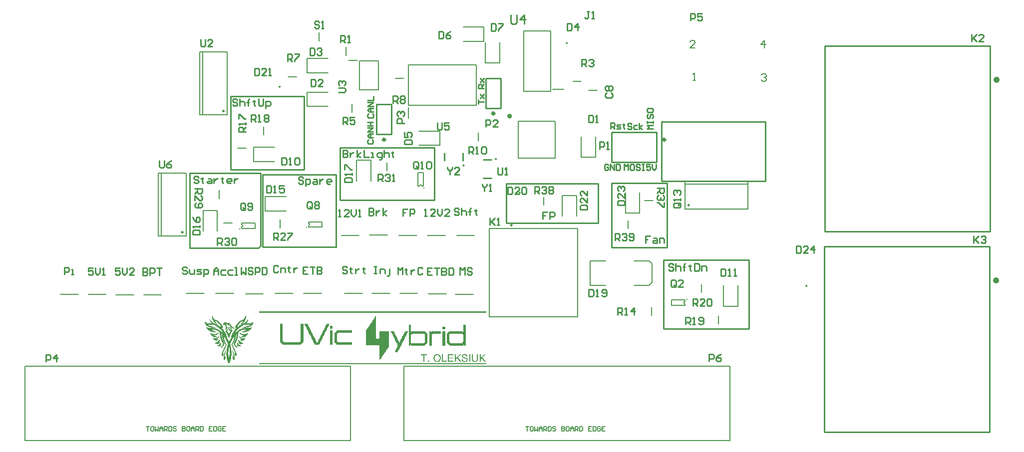
<source format=gto>
G04*
G04 #@! TF.GenerationSoftware,Altium Limited,Altium Designer,19.0.10 (269)*
G04*
G04 Layer_Color=65535*
%FSLAX44Y44*%
%MOMM*%
G71*
G01*
G75*
%ADD10C,0.5000*%
%ADD11C,0.2540*%
%ADD12C,0.4000*%
%ADD13C,0.2500*%
%ADD14C,0.2000*%
%ADD15C,0.2000*%
%ADD16C,0.0164*%
%ADD17C,0.2032*%
G36*
X897507Y646498D02*
Y645804D01*
Y645109D01*
X512193D01*
Y645804D01*
Y646498D01*
Y647192D01*
X897507D01*
Y646498D01*
D02*
G37*
G36*
X636465Y622199D02*
Y621504D01*
Y620810D01*
Y620116D01*
Y619422D01*
Y618727D01*
Y618033D01*
X632300D01*
Y618727D01*
Y619422D01*
Y620116D01*
Y620810D01*
Y621504D01*
Y622199D01*
Y622893D01*
X636465D01*
Y622199D01*
D02*
G37*
G36*
X827387Y620810D02*
Y620116D01*
Y619422D01*
Y618727D01*
Y618033D01*
Y617339D01*
X822527D01*
Y618033D01*
Y618727D01*
Y619422D01*
Y620116D01*
Y620810D01*
Y621504D01*
X827387D01*
Y620810D01*
D02*
G37*
G36*
X862100Y624282D02*
Y623587D01*
Y622893D01*
Y622199D01*
Y621504D01*
Y620810D01*
Y620116D01*
Y619422D01*
Y618727D01*
Y618033D01*
Y617339D01*
Y616645D01*
Y615950D01*
Y615256D01*
Y614562D01*
Y613868D01*
Y613173D01*
Y612479D01*
Y611785D01*
Y611091D01*
Y610396D01*
Y609702D01*
Y609008D01*
Y608313D01*
Y607619D01*
Y606925D01*
Y606231D01*
Y605536D01*
Y604842D01*
Y604148D01*
Y603454D01*
Y602759D01*
Y602065D01*
Y601371D01*
Y600677D01*
Y599982D01*
Y599288D01*
Y598594D01*
Y597900D01*
Y597205D01*
Y596511D01*
Y595817D01*
Y595123D01*
Y594428D01*
Y593734D01*
Y593040D01*
Y592346D01*
Y591651D01*
Y590957D01*
Y590263D01*
Y589568D01*
X860017D01*
Y590263D01*
X859323D01*
Y590957D01*
X857934D01*
Y590263D01*
Y589568D01*
X835024D01*
Y590263D01*
X834329D01*
Y590957D01*
X832941D01*
Y591651D01*
X832247D01*
Y592346D01*
Y593040D01*
X830858D01*
Y593734D01*
X830164D01*
Y594428D01*
Y595123D01*
Y595817D01*
Y596511D01*
Y597205D01*
Y597900D01*
Y598594D01*
Y599288D01*
Y599982D01*
Y600677D01*
Y601371D01*
Y602065D01*
Y602759D01*
Y603454D01*
Y604148D01*
Y604842D01*
Y605536D01*
Y606231D01*
Y606925D01*
Y607619D01*
Y608313D01*
Y609008D01*
Y609702D01*
X830858D01*
Y610396D01*
X831552D01*
Y611091D01*
X832247D01*
Y611785D01*
X832941D01*
Y612479D01*
X833635D01*
Y613173D01*
X834329D01*
Y613868D01*
X856546D01*
Y613173D01*
X857934D01*
Y613868D01*
Y614562D01*
Y615256D01*
Y615950D01*
Y616645D01*
Y617339D01*
Y618033D01*
Y618727D01*
Y619422D01*
Y620116D01*
Y620810D01*
Y621504D01*
Y622199D01*
Y622893D01*
Y623587D01*
Y624282D01*
Y624976D01*
X862100D01*
Y624282D01*
D02*
G37*
G36*
X819750Y613173D02*
Y612479D01*
Y611785D01*
Y611091D01*
Y610396D01*
Y609702D01*
X806559D01*
Y609008D01*
X805865D01*
Y608313D01*
X805170D01*
Y607619D01*
Y606925D01*
Y606231D01*
Y605536D01*
Y604842D01*
Y604148D01*
Y603454D01*
Y602759D01*
Y602065D01*
Y601371D01*
Y600677D01*
Y599982D01*
Y599288D01*
Y598594D01*
Y597900D01*
Y597205D01*
Y596511D01*
Y595817D01*
Y595123D01*
Y594428D01*
Y593734D01*
Y593040D01*
Y592346D01*
Y591651D01*
Y590957D01*
Y590263D01*
Y589568D01*
X800311D01*
Y590263D01*
Y590957D01*
Y591651D01*
Y592346D01*
Y593040D01*
Y593734D01*
Y594428D01*
Y595123D01*
Y595817D01*
Y596511D01*
Y597205D01*
Y597900D01*
Y598594D01*
Y599288D01*
Y599982D01*
Y600677D01*
Y601371D01*
Y602065D01*
Y602759D01*
Y603454D01*
Y604148D01*
Y604842D01*
Y605536D01*
Y606231D01*
Y606925D01*
Y607619D01*
Y608313D01*
Y609008D01*
Y609702D01*
Y610396D01*
Y611091D01*
Y611785D01*
Y612479D01*
Y613173D01*
Y613868D01*
X803088D01*
Y613173D01*
X804476D01*
Y613868D01*
X819750D01*
Y613173D01*
D02*
G37*
G36*
X669790Y614562D02*
Y613868D01*
Y613173D01*
Y612479D01*
Y611785D01*
Y611091D01*
X646185D01*
Y611785D01*
X645491D01*
Y611091D01*
X646185D01*
Y610396D01*
X644102D01*
Y609702D01*
X644797D01*
Y609008D01*
X644102D01*
Y608313D01*
Y607619D01*
Y606925D01*
Y606231D01*
Y605536D01*
Y604842D01*
Y604148D01*
Y603454D01*
Y602759D01*
Y602065D01*
Y601371D01*
Y600677D01*
Y599982D01*
Y599288D01*
Y598594D01*
Y597900D01*
Y597205D01*
Y596511D01*
X644797D01*
Y595817D01*
X645491D01*
Y595123D01*
X669790D01*
Y594428D01*
Y593734D01*
Y593040D01*
Y592346D01*
Y591651D01*
Y590957D01*
X643408D01*
Y591651D01*
X642714D01*
Y592346D01*
X642020D01*
Y593040D01*
X641325D01*
Y593734D01*
X640631D01*
Y594428D01*
X639937D01*
Y595123D01*
Y595817D01*
Y596511D01*
Y597205D01*
Y597900D01*
Y598594D01*
Y599288D01*
Y599982D01*
Y600677D01*
Y601371D01*
Y602065D01*
Y602759D01*
Y603454D01*
Y604148D01*
Y604842D01*
Y605536D01*
Y606231D01*
Y606925D01*
Y607619D01*
Y608313D01*
Y609008D01*
Y609702D01*
Y610396D01*
Y611091D01*
X640631D01*
Y611785D01*
X642020D01*
Y612479D01*
Y613173D01*
X642714D01*
Y613868D01*
X643408D01*
Y614562D01*
X644102D01*
Y615256D01*
X669790D01*
Y614562D01*
D02*
G37*
G36*
X587173Y625670D02*
Y624976D01*
Y624282D01*
Y623587D01*
Y622893D01*
Y622199D01*
Y621504D01*
Y620810D01*
Y620116D01*
Y619422D01*
Y618727D01*
Y618033D01*
Y617339D01*
Y616645D01*
Y615950D01*
Y615256D01*
Y614562D01*
Y613868D01*
Y613173D01*
Y612479D01*
Y611785D01*
Y611091D01*
Y610396D01*
Y609702D01*
Y609008D01*
Y608313D01*
Y607619D01*
Y606925D01*
Y606231D01*
Y605536D01*
Y604842D01*
Y604148D01*
Y603454D01*
Y602759D01*
Y602065D01*
Y601371D01*
Y600677D01*
Y599982D01*
Y599288D01*
Y598594D01*
Y597900D01*
Y597205D01*
Y596511D01*
Y595817D01*
X586479D01*
Y595123D01*
Y594428D01*
X585784D01*
Y593734D01*
X585090D01*
Y593040D01*
X583702D01*
Y592346D01*
Y591651D01*
X582313D01*
Y590957D01*
X551766D01*
Y591651D01*
X551072D01*
Y592346D01*
X550377D01*
Y593040D01*
X549683D01*
Y593734D01*
X548989D01*
Y594428D01*
X548294D01*
Y595123D01*
X547600D01*
Y595817D01*
Y596511D01*
Y597205D01*
Y597900D01*
Y598594D01*
Y599288D01*
Y599982D01*
Y600677D01*
Y601371D01*
Y602065D01*
Y602759D01*
Y603454D01*
Y604148D01*
Y604842D01*
Y605536D01*
Y606231D01*
Y606925D01*
Y607619D01*
Y608313D01*
Y609008D01*
Y609702D01*
Y610396D01*
Y611091D01*
Y611785D01*
Y612479D01*
Y613173D01*
Y613868D01*
Y614562D01*
Y615256D01*
Y615950D01*
Y616645D01*
Y617339D01*
Y618033D01*
Y618727D01*
Y619422D01*
Y620116D01*
Y620810D01*
Y621504D01*
Y622199D01*
Y622893D01*
Y623587D01*
Y624282D01*
Y624976D01*
Y625670D01*
Y626364D01*
X551766D01*
Y625670D01*
Y624976D01*
Y624282D01*
Y623587D01*
Y622893D01*
Y622199D01*
Y621504D01*
Y620810D01*
Y620116D01*
Y619422D01*
Y618727D01*
Y618033D01*
Y617339D01*
Y616645D01*
Y615950D01*
Y615256D01*
Y614562D01*
Y613868D01*
Y613173D01*
Y612479D01*
Y611785D01*
Y611091D01*
Y610396D01*
Y609702D01*
Y609008D01*
Y608313D01*
Y607619D01*
Y606925D01*
Y606231D01*
Y605536D01*
Y604842D01*
Y604148D01*
Y603454D01*
Y602759D01*
Y602065D01*
Y601371D01*
Y600677D01*
Y599982D01*
Y599288D01*
Y598594D01*
Y597900D01*
Y597205D01*
X552460D01*
Y596511D01*
X553154D01*
Y595817D01*
Y595123D01*
X580925D01*
Y595817D01*
X581619D01*
Y595123D01*
X582313D01*
Y595817D01*
X581619D01*
Y596511D01*
X582313D01*
Y597205D01*
Y597900D01*
Y598594D01*
Y599288D01*
Y599982D01*
Y600677D01*
Y601371D01*
Y602065D01*
Y602759D01*
Y603454D01*
Y604148D01*
Y604842D01*
Y605536D01*
Y606231D01*
Y606925D01*
Y607619D01*
Y608313D01*
Y609008D01*
Y609702D01*
Y610396D01*
Y611091D01*
Y611785D01*
Y612479D01*
Y613173D01*
Y613868D01*
Y614562D01*
Y615256D01*
Y615950D01*
Y616645D01*
Y617339D01*
Y618033D01*
Y618727D01*
Y619422D01*
Y620116D01*
Y620810D01*
Y621504D01*
Y622199D01*
Y622893D01*
Y623587D01*
Y624282D01*
Y624976D01*
Y625670D01*
Y626364D01*
X587173D01*
Y625670D01*
D02*
G37*
G36*
X764903Y613173D02*
X764209D01*
Y612479D01*
Y611785D01*
X763515D01*
Y611091D01*
Y610396D01*
X762821D01*
Y609702D01*
Y609008D01*
X762126D01*
Y608313D01*
Y607619D01*
X761432D01*
Y606925D01*
Y606231D01*
X760738D01*
Y605536D01*
Y604842D01*
X760044D01*
Y604148D01*
Y603454D01*
X759349D01*
Y602759D01*
Y602065D01*
X758655D01*
Y601371D01*
Y600677D01*
X757961D01*
Y599982D01*
Y599288D01*
X757267D01*
Y598594D01*
Y597900D01*
X756572D01*
Y597205D01*
Y596511D01*
X755878D01*
Y595817D01*
Y595123D01*
X755184D01*
Y594428D01*
Y593734D01*
X754490D01*
Y593040D01*
Y592346D01*
X753101D01*
Y591651D01*
X753795D01*
Y590957D01*
X753101D01*
Y590263D01*
Y589568D01*
X752407D01*
Y588874D01*
Y588180D01*
X751712D01*
Y587486D01*
Y586791D01*
X751018D01*
Y586097D01*
Y585403D01*
X750324D01*
Y584709D01*
X749630D01*
Y584014D01*
Y583320D01*
Y582626D01*
X748935D01*
Y581932D01*
Y581237D01*
X747547D01*
Y580543D01*
Y579849D01*
Y579155D01*
Y578460D01*
X743381D01*
Y579155D01*
X742687D01*
Y578460D01*
X741993D01*
Y579155D01*
Y579849D01*
X743381D01*
Y580543D01*
Y581237D01*
Y581932D01*
Y582626D01*
X744076D01*
Y583320D01*
Y584014D01*
X745464D01*
Y584709D01*
X744770D01*
Y585403D01*
X745464D01*
Y586097D01*
Y586791D01*
X746158D01*
Y587486D01*
Y588180D01*
X746853D01*
Y588874D01*
Y589568D01*
Y590263D01*
Y590957D01*
X746158D01*
Y591651D01*
Y592346D01*
Y593040D01*
X745464D01*
Y593734D01*
X744770D01*
Y594428D01*
Y595123D01*
X744076D01*
Y595817D01*
Y596511D01*
Y597205D01*
X743381D01*
Y597900D01*
X742687D01*
Y598594D01*
Y599288D01*
X741993D01*
Y599982D01*
Y600677D01*
X741299D01*
Y601371D01*
Y602065D01*
X740604D01*
Y602759D01*
Y603454D01*
Y604148D01*
X739910D01*
Y604842D01*
X739216D01*
Y605536D01*
Y606231D01*
X738522D01*
Y606925D01*
Y607619D01*
Y608313D01*
X737827D01*
Y609008D01*
X737133D01*
Y609702D01*
Y610396D01*
X736439D01*
Y611091D01*
Y611785D01*
X735744D01*
Y612479D01*
Y613173D01*
X735050D01*
Y613868D01*
X740604D01*
Y613173D01*
Y612479D01*
X741299D01*
Y611785D01*
Y611091D01*
Y610396D01*
X741993D01*
Y609702D01*
X742687D01*
Y609008D01*
Y608313D01*
X743381D01*
Y607619D01*
Y606925D01*
X744076D01*
Y606231D01*
Y605536D01*
X744770D01*
Y604842D01*
Y604148D01*
X745464D01*
Y603454D01*
Y602759D01*
X746158D01*
Y602065D01*
Y601371D01*
X746853D01*
Y600677D01*
Y599982D01*
Y599288D01*
X747547D01*
Y598594D01*
X748241D01*
Y597900D01*
Y597205D01*
X748935D01*
Y596511D01*
Y595817D01*
X749630D01*
Y595123D01*
Y594428D01*
X750324D01*
Y595123D01*
X751018D01*
Y595817D01*
X750324D01*
Y596511D01*
X751018D01*
Y597205D01*
Y597900D01*
X751712D01*
Y598594D01*
Y599288D01*
X752407D01*
Y599982D01*
Y600677D01*
X753101D01*
Y601371D01*
Y602065D01*
X754490D01*
Y602759D01*
Y603454D01*
Y604148D01*
Y604842D01*
X755184D01*
Y605536D01*
Y606231D01*
X756572D01*
Y606925D01*
X755878D01*
Y607619D01*
X756572D01*
Y608313D01*
Y609008D01*
X757267D01*
Y609702D01*
Y610396D01*
X757961D01*
Y611091D01*
Y611785D01*
X758655D01*
Y612479D01*
Y613173D01*
X760044D01*
Y613868D01*
X764903D01*
Y613173D01*
D02*
G37*
G36*
X631606Y625670D02*
X630911D01*
Y624976D01*
X630217D01*
Y624282D01*
Y623587D01*
Y622893D01*
X629523D01*
Y622199D01*
Y621504D01*
X628829D01*
Y620810D01*
Y620116D01*
X628134D01*
Y619422D01*
Y618727D01*
X627440D01*
Y618033D01*
Y617339D01*
X626746D01*
Y616645D01*
Y615950D01*
X626052D01*
Y615256D01*
Y614562D01*
X625357D01*
Y613868D01*
X624663D01*
Y613173D01*
Y612479D01*
Y611785D01*
X623969D01*
Y611091D01*
Y610396D01*
X623274D01*
Y609702D01*
Y609008D01*
X622580D01*
Y608313D01*
Y607619D01*
X621886D01*
Y606925D01*
Y606231D01*
X621192D01*
Y605536D01*
Y604842D01*
X620498D01*
Y604148D01*
Y603454D01*
X619803D01*
Y602759D01*
X619109D01*
Y602065D01*
Y601371D01*
Y600677D01*
X618415D01*
Y599982D01*
Y599288D01*
X617720D01*
Y598594D01*
Y597900D01*
X617026D01*
Y597205D01*
Y596511D01*
X616332D01*
Y595817D01*
Y595123D01*
X615638D01*
Y594428D01*
Y593734D01*
X614943D01*
Y593040D01*
Y592346D01*
X614249D01*
Y591651D01*
X613555D01*
Y590957D01*
X605918D01*
Y591651D01*
X606612D01*
Y592346D01*
X605224D01*
Y593040D01*
Y593734D01*
X604529D01*
Y594428D01*
Y595123D01*
Y595817D01*
X603835D01*
Y596511D01*
X603141D01*
Y597205D01*
Y597900D01*
X602447D01*
Y598594D01*
Y599288D01*
X601753D01*
Y599982D01*
Y600677D01*
X601058D01*
Y601371D01*
Y602065D01*
X600364D01*
Y602759D01*
X601058D01*
Y603454D01*
X599670D01*
Y604148D01*
Y604842D01*
X598975D01*
Y605536D01*
Y606231D01*
Y606925D01*
X598281D01*
Y607619D01*
X597587D01*
Y608313D01*
Y609008D01*
X596893D01*
Y609702D01*
Y610396D01*
X596198D01*
Y611091D01*
Y611785D01*
X595504D01*
Y612479D01*
Y613173D01*
X594810D01*
Y613868D01*
X595504D01*
Y614562D01*
X594116D01*
Y615256D01*
Y615950D01*
X593421D01*
Y616645D01*
Y617339D01*
Y618033D01*
X592727D01*
Y618727D01*
X592033D01*
Y619422D01*
Y620116D01*
X591339D01*
Y620810D01*
Y621504D01*
X590644D01*
Y622199D01*
Y622893D01*
X589950D01*
Y623587D01*
Y624282D01*
X589256D01*
Y624976D01*
X589950D01*
Y625670D01*
X588562D01*
Y626364D01*
X594116D01*
Y625670D01*
X594810D01*
Y624976D01*
Y624282D01*
X595504D01*
Y623587D01*
Y622893D01*
X596198D01*
Y622199D01*
Y621504D01*
X596893D01*
Y620810D01*
Y620116D01*
X597587D01*
Y619422D01*
Y618727D01*
X598281D01*
Y618033D01*
Y617339D01*
Y616645D01*
X598975D01*
Y615950D01*
X599670D01*
Y615256D01*
Y614562D01*
X600364D01*
Y613868D01*
Y613173D01*
X601058D01*
Y612479D01*
Y611785D01*
X601753D01*
Y611091D01*
X601058D01*
Y610396D01*
X602447D01*
Y609702D01*
Y609008D01*
X603141D01*
Y608313D01*
Y607619D01*
X603835D01*
Y606925D01*
Y606231D01*
Y605536D01*
X604529D01*
Y604842D01*
X605224D01*
Y604148D01*
Y603454D01*
X605918D01*
Y602759D01*
Y602065D01*
X606612D01*
Y601371D01*
Y600677D01*
X607307D01*
Y599982D01*
Y599288D01*
X608001D01*
Y598594D01*
Y597900D01*
X608695D01*
Y597205D01*
Y596511D01*
X609389D01*
Y595817D01*
Y595123D01*
Y594428D01*
X610778D01*
Y595123D01*
Y595817D01*
X611472D01*
Y596511D01*
X612166D01*
Y597205D01*
X612861D01*
Y597900D01*
X612166D01*
Y598594D01*
X612861D01*
Y599288D01*
Y599982D01*
X613555D01*
Y600677D01*
Y601371D01*
X614249D01*
Y602065D01*
Y602759D01*
X614943D01*
Y603454D01*
Y604148D01*
X616332D01*
Y604842D01*
X615638D01*
Y605536D01*
X616332D01*
Y606231D01*
Y606925D01*
X617026D01*
Y607619D01*
X617720D01*
Y608313D01*
X618415D01*
Y609008D01*
X617720D01*
Y609702D01*
X618415D01*
Y610396D01*
Y611091D01*
X619109D01*
Y611785D01*
Y612479D01*
X619803D01*
Y613173D01*
Y613868D01*
X620498D01*
Y614562D01*
Y615256D01*
X621886D01*
Y615950D01*
X621192D01*
Y616645D01*
X621886D01*
Y617339D01*
Y618033D01*
X622580D01*
Y618727D01*
X623274D01*
Y619422D01*
X623969D01*
Y620116D01*
X623274D01*
Y620810D01*
X623969D01*
Y621504D01*
Y622199D01*
X624663D01*
Y622893D01*
Y623587D01*
X625357D01*
Y624282D01*
Y624976D01*
X626052D01*
Y625670D01*
Y626364D01*
X631606D01*
Y625670D01*
D02*
G37*
G36*
X636465Y614562D02*
Y613868D01*
Y613173D01*
Y612479D01*
Y611785D01*
Y611091D01*
Y610396D01*
Y609702D01*
Y609008D01*
Y608313D01*
Y607619D01*
Y606925D01*
Y606231D01*
Y605536D01*
Y604842D01*
Y604148D01*
Y603454D01*
Y602759D01*
Y602065D01*
Y601371D01*
Y600677D01*
Y599982D01*
Y599288D01*
Y598594D01*
Y597900D01*
Y597205D01*
Y596511D01*
Y595817D01*
Y595123D01*
Y594428D01*
Y593734D01*
Y593040D01*
Y592346D01*
Y591651D01*
Y590957D01*
X632300D01*
Y591651D01*
Y592346D01*
Y593040D01*
Y593734D01*
Y594428D01*
Y595123D01*
Y595817D01*
Y596511D01*
Y597205D01*
Y597900D01*
Y598594D01*
Y599288D01*
Y599982D01*
Y600677D01*
Y601371D01*
Y602065D01*
Y602759D01*
Y603454D01*
Y604148D01*
Y604842D01*
Y605536D01*
Y606231D01*
Y606925D01*
Y607619D01*
Y608313D01*
Y609008D01*
Y609702D01*
Y610396D01*
Y611091D01*
Y611785D01*
Y612479D01*
Y613173D01*
Y613868D01*
Y614562D01*
Y615256D01*
X636465D01*
Y614562D01*
D02*
G37*
G36*
X827387Y613173D02*
Y612479D01*
Y611785D01*
Y611091D01*
Y610396D01*
Y609702D01*
Y609008D01*
Y608313D01*
Y607619D01*
Y606925D01*
Y606231D01*
Y605536D01*
Y604842D01*
Y604148D01*
Y603454D01*
Y602759D01*
Y602065D01*
Y601371D01*
Y600677D01*
Y599982D01*
Y599288D01*
Y598594D01*
Y597900D01*
Y597205D01*
Y596511D01*
Y595817D01*
Y595123D01*
Y594428D01*
Y593734D01*
Y593040D01*
Y592346D01*
Y591651D01*
Y590957D01*
Y590263D01*
Y589568D01*
X822527D01*
Y590263D01*
Y590957D01*
Y591651D01*
Y592346D01*
Y593040D01*
Y593734D01*
Y594428D01*
Y595123D01*
Y595817D01*
Y596511D01*
Y597205D01*
Y597900D01*
Y598594D01*
Y599288D01*
Y599982D01*
Y600677D01*
Y601371D01*
Y602065D01*
Y602759D01*
Y603454D01*
Y604148D01*
Y604842D01*
Y605536D01*
Y606231D01*
Y606925D01*
Y607619D01*
Y608313D01*
Y609008D01*
Y609702D01*
Y610396D01*
Y611091D01*
Y611785D01*
Y612479D01*
Y613173D01*
Y613868D01*
X827387D01*
Y613173D01*
D02*
G37*
G36*
X769763Y624282D02*
Y623587D01*
Y622893D01*
Y622199D01*
Y621504D01*
Y620810D01*
Y620116D01*
Y619422D01*
Y618727D01*
Y618033D01*
Y617339D01*
Y616645D01*
Y615950D01*
Y615256D01*
Y614562D01*
Y613868D01*
Y613173D01*
X770458D01*
Y613868D01*
X793368D01*
Y613173D01*
X794062D01*
Y612479D01*
X794757D01*
Y611785D01*
X795451D01*
Y611091D01*
Y610396D01*
X796145D01*
Y611091D01*
X796839D01*
Y610396D01*
Y609702D01*
X797534D01*
Y609008D01*
Y608313D01*
Y607619D01*
Y606925D01*
Y606231D01*
Y605536D01*
Y604842D01*
Y604148D01*
Y603454D01*
Y602759D01*
Y602065D01*
Y601371D01*
Y600677D01*
Y599982D01*
Y599288D01*
Y598594D01*
Y597900D01*
Y597205D01*
Y596511D01*
Y595817D01*
Y595123D01*
Y594428D01*
Y593734D01*
X796839D01*
Y593040D01*
X796145D01*
Y592346D01*
X795451D01*
Y591651D01*
X794757D01*
Y590957D01*
X793368D01*
Y590263D01*
Y589568D01*
X769763D01*
Y590263D01*
X769069D01*
Y590957D01*
X768375D01*
Y590263D01*
X767681D01*
Y589568D01*
X765598D01*
Y590263D01*
Y590957D01*
Y591651D01*
Y592346D01*
Y593040D01*
Y593734D01*
Y594428D01*
Y595123D01*
Y595817D01*
Y596511D01*
Y597205D01*
Y597900D01*
Y598594D01*
Y599288D01*
Y599982D01*
Y600677D01*
Y601371D01*
Y602065D01*
Y602759D01*
Y603454D01*
Y604148D01*
Y604842D01*
Y605536D01*
Y606231D01*
Y606925D01*
Y607619D01*
Y608313D01*
Y609008D01*
Y609702D01*
Y610396D01*
Y611091D01*
Y611785D01*
Y612479D01*
Y613173D01*
Y613868D01*
Y614562D01*
Y615256D01*
Y615950D01*
Y616645D01*
Y617339D01*
Y618033D01*
Y618727D01*
Y619422D01*
Y620116D01*
Y620810D01*
Y621504D01*
Y622199D01*
Y622893D01*
Y623587D01*
Y624282D01*
Y624976D01*
X769763D01*
Y624282D01*
D02*
G37*
G36*
X710057Y638861D02*
Y638167D01*
Y637472D01*
Y636778D01*
Y636084D01*
Y635390D01*
Y634695D01*
Y634001D01*
Y633307D01*
Y632613D01*
Y631918D01*
Y631224D01*
Y630530D01*
Y629836D01*
Y629141D01*
Y628447D01*
Y627753D01*
Y627058D01*
Y626364D01*
Y625670D01*
Y624976D01*
Y624282D01*
Y623587D01*
Y622893D01*
Y622199D01*
Y621504D01*
Y620810D01*
Y620116D01*
Y619422D01*
Y618727D01*
Y618033D01*
Y617339D01*
Y616645D01*
Y615950D01*
Y615256D01*
Y614562D01*
Y613868D01*
Y613173D01*
Y612479D01*
Y611785D01*
Y611091D01*
Y610396D01*
Y609702D01*
Y609008D01*
Y608313D01*
Y607619D01*
Y606925D01*
Y606231D01*
Y605536D01*
Y604842D01*
Y604148D01*
Y603454D01*
Y602759D01*
Y602065D01*
Y601371D01*
X714917D01*
Y602065D01*
X715611D01*
Y602759D01*
Y603454D01*
Y604148D01*
Y604842D01*
Y605536D01*
Y606231D01*
Y606925D01*
Y607619D01*
Y608313D01*
Y609008D01*
Y609702D01*
Y610396D01*
Y611091D01*
Y611785D01*
Y612479D01*
Y613173D01*
Y613868D01*
X732273D01*
Y613173D01*
Y612479D01*
Y611785D01*
Y611091D01*
Y610396D01*
Y609702D01*
Y609008D01*
Y608313D01*
Y607619D01*
Y606925D01*
Y606231D01*
Y605536D01*
Y604842D01*
Y604148D01*
Y603454D01*
Y602759D01*
Y602065D01*
Y601371D01*
Y600677D01*
Y599982D01*
Y599288D01*
Y598594D01*
Y597900D01*
Y597205D01*
Y596511D01*
Y595817D01*
Y595123D01*
Y594428D01*
Y593734D01*
Y593040D01*
Y592346D01*
Y591651D01*
Y590957D01*
Y590263D01*
Y589568D01*
Y588874D01*
Y588180D01*
Y587486D01*
Y586791D01*
X731579D01*
Y586097D01*
X730191D01*
Y585403D01*
Y584709D01*
X729496D01*
Y584014D01*
Y583320D01*
X728802D01*
Y582626D01*
X728108D01*
Y581932D01*
Y581237D01*
X727413D01*
Y580543D01*
Y579849D01*
X726719D01*
Y579155D01*
X726025D01*
Y578460D01*
X725331D01*
Y577766D01*
Y577072D01*
Y576378D01*
X723942D01*
Y575683D01*
X723248D01*
Y574989D01*
Y574295D01*
X722554D01*
Y573601D01*
X721859D01*
Y572906D01*
Y572212D01*
X721165D01*
Y571518D01*
X720471D01*
Y570824D01*
Y570129D01*
Y569435D01*
X719082D01*
Y568741D01*
Y568046D01*
Y567352D01*
X717694D01*
Y566658D01*
Y565964D01*
X717000D01*
Y565269D01*
X716305D01*
Y564575D01*
Y563881D01*
Y563187D01*
X715611D01*
Y563881D01*
Y564575D01*
Y565269D01*
Y565964D01*
Y566658D01*
Y567352D01*
Y568046D01*
Y568741D01*
Y569435D01*
Y570129D01*
Y570824D01*
Y571518D01*
Y572212D01*
Y572906D01*
Y573601D01*
Y574295D01*
Y574989D01*
Y575683D01*
Y576378D01*
Y577072D01*
Y577766D01*
Y578460D01*
Y579155D01*
Y579849D01*
Y580543D01*
Y581237D01*
Y581932D01*
Y582626D01*
Y583320D01*
Y584014D01*
Y584709D01*
Y585403D01*
Y586097D01*
Y586791D01*
Y587486D01*
Y588180D01*
Y588874D01*
Y589568D01*
Y590263D01*
X693395D01*
Y590957D01*
Y591651D01*
Y592346D01*
Y593040D01*
Y593734D01*
Y594428D01*
Y595123D01*
Y595817D01*
Y596511D01*
Y597205D01*
Y597900D01*
Y598594D01*
Y599288D01*
Y599982D01*
Y600677D01*
Y601371D01*
Y602065D01*
Y602759D01*
Y603454D01*
Y604148D01*
Y604842D01*
Y605536D01*
Y606231D01*
Y606925D01*
Y607619D01*
Y608313D01*
Y609008D01*
Y609702D01*
Y610396D01*
Y611091D01*
Y611785D01*
Y612479D01*
Y613173D01*
Y613868D01*
Y614562D01*
Y615256D01*
Y615950D01*
X694089D01*
Y616645D01*
Y617339D01*
X694783D01*
Y618033D01*
X695478D01*
Y618727D01*
Y619422D01*
X696866D01*
Y620116D01*
X697560D01*
Y620810D01*
Y621504D01*
X698254D01*
Y622199D01*
Y622893D01*
X698949D01*
Y623587D01*
Y624282D01*
X699643D01*
Y624976D01*
X700337D01*
Y625670D01*
Y626364D01*
X701726D01*
Y627058D01*
Y627753D01*
Y628447D01*
X702420D01*
Y629141D01*
X703114D01*
Y629836D01*
X703809D01*
Y630530D01*
Y631224D01*
X704503D01*
Y631918D01*
Y632613D01*
X705197D01*
Y633307D01*
X705891D01*
Y634001D01*
X706586D01*
Y634695D01*
Y635390D01*
X707280D01*
Y636084D01*
Y636778D01*
X707974D01*
Y637472D01*
X708668D01*
Y638167D01*
Y638861D01*
X709363D01*
Y639555D01*
X710057D01*
Y638861D01*
D02*
G37*
G36*
X897507Y559021D02*
Y558327D01*
Y557633D01*
X512193D01*
Y558327D01*
Y559021D01*
Y559715D01*
X897507D01*
Y559021D01*
D02*
G37*
G36*
X860802Y574865D02*
X860932D01*
X861284Y574828D01*
X861673Y574773D01*
X862080Y574680D01*
X862524Y574569D01*
X862932Y574421D01*
X862950D01*
X862987Y574402D01*
X863043Y574365D01*
X863117Y574328D01*
X863302Y574236D01*
X863543Y574069D01*
X863820Y573884D01*
X864098Y573643D01*
X864357Y573365D01*
X864598Y573050D01*
Y573032D01*
X864617Y573013D01*
X864654Y572958D01*
X864691Y572902D01*
X864783Y572717D01*
X864894Y572477D01*
X865024Y572180D01*
X865117Y571828D01*
X865209Y571458D01*
X865246Y571051D01*
X863617Y570921D01*
Y570940D01*
Y570977D01*
X863598Y571032D01*
X863580Y571125D01*
X863524Y571329D01*
X863450Y571606D01*
X863339Y571903D01*
X863172Y572199D01*
X862969Y572477D01*
X862709Y572736D01*
X862672Y572754D01*
X862580Y572828D01*
X862395Y572939D01*
X862154Y573050D01*
X861839Y573162D01*
X861469Y573273D01*
X861006Y573347D01*
X860487Y573365D01*
X860228D01*
X860117Y573347D01*
X859969Y573328D01*
X859636Y573291D01*
X859265Y573217D01*
X858895Y573125D01*
X858543Y572976D01*
X858395Y572884D01*
X858247Y572791D01*
X858210Y572773D01*
X858136Y572699D01*
X858025Y572569D01*
X857914Y572421D01*
X857784Y572217D01*
X857673Y571995D01*
X857599Y571736D01*
X857562Y571440D01*
Y571403D01*
Y571329D01*
X857580Y571199D01*
X857617Y571051D01*
X857673Y570866D01*
X857766Y570680D01*
X857877Y570495D01*
X858043Y570310D01*
X858062Y570292D01*
X858154Y570236D01*
X858228Y570181D01*
X858303Y570143D01*
X858414Y570088D01*
X858543Y570014D01*
X858710Y569958D01*
X858895Y569884D01*
X859099Y569810D01*
X859339Y569718D01*
X859599Y569644D01*
X859895Y569551D01*
X860228Y569477D01*
X860599Y569384D01*
X860617D01*
X860691Y569366D01*
X860802Y569347D01*
X860932Y569310D01*
X861098Y569273D01*
X861302Y569218D01*
X861506Y569162D01*
X861728Y569106D01*
X862209Y568977D01*
X862672Y568847D01*
X862895Y568773D01*
X863098Y568699D01*
X863283Y568644D01*
X863432Y568569D01*
X863450D01*
X863487Y568551D01*
X863543Y568514D01*
X863617Y568477D01*
X863820Y568366D01*
X864061Y568218D01*
X864339Y568014D01*
X864617Y567792D01*
X864876Y567533D01*
X865098Y567255D01*
X865117Y567218D01*
X865191Y567125D01*
X865265Y566959D01*
X865376Y566736D01*
X865468Y566477D01*
X865561Y566162D01*
X865617Y565811D01*
X865635Y565440D01*
Y565422D01*
Y565403D01*
Y565348D01*
Y565274D01*
X865598Y565070D01*
X865561Y564811D01*
X865487Y564514D01*
X865394Y564200D01*
X865246Y563866D01*
X865042Y563515D01*
Y563496D01*
X865024Y563478D01*
X864931Y563366D01*
X864802Y563200D01*
X864617Y563014D01*
X864376Y562792D01*
X864080Y562552D01*
X863746Y562329D01*
X863357Y562126D01*
X863339D01*
X863302Y562107D01*
X863246Y562089D01*
X863172Y562052D01*
X863061Y562015D01*
X862932Y561959D01*
X862635Y561885D01*
X862283Y561792D01*
X861858Y561700D01*
X861395Y561644D01*
X860895Y561626D01*
X860599D01*
X860450Y561644D01*
X860284D01*
X860099Y561663D01*
X859876Y561681D01*
X859414Y561755D01*
X858932Y561829D01*
X858451Y561959D01*
X857988Y562126D01*
X857969D01*
X857932Y562144D01*
X857877Y562181D01*
X857803Y562218D01*
X857580Y562329D01*
X857321Y562496D01*
X857025Y562718D01*
X856710Y562977D01*
X856414Y563292D01*
X856136Y563644D01*
Y563663D01*
X856099Y563700D01*
X856080Y563755D01*
X856025Y563829D01*
X855988Y563922D01*
X855932Y564033D01*
X855803Y564311D01*
X855673Y564663D01*
X855562Y565051D01*
X855488Y565496D01*
X855451Y565959D01*
X857043Y566107D01*
Y566088D01*
Y566070D01*
X857062Y566014D01*
Y565940D01*
X857099Y565774D01*
X857154Y565533D01*
X857228Y565292D01*
X857303Y565014D01*
X857432Y564755D01*
X857562Y564514D01*
X857580Y564496D01*
X857636Y564422D01*
X857729Y564292D01*
X857877Y564163D01*
X858062Y563996D01*
X858265Y563829D01*
X858543Y563663D01*
X858839Y563515D01*
X858858D01*
X858876Y563496D01*
X858932Y563478D01*
X858988Y563459D01*
X859173Y563403D01*
X859414Y563329D01*
X859710Y563255D01*
X860043Y563200D01*
X860413Y563163D01*
X860821Y563144D01*
X860987D01*
X861172Y563163D01*
X861395Y563181D01*
X861654Y563218D01*
X861950Y563255D01*
X862246Y563329D01*
X862524Y563422D01*
X862561Y563440D01*
X862654Y563478D01*
X862784Y563551D01*
X862950Y563626D01*
X863117Y563755D01*
X863302Y563885D01*
X863487Y564033D01*
X863635Y564218D01*
X863654Y564237D01*
X863691Y564311D01*
X863746Y564403D01*
X863820Y564551D01*
X863895Y564700D01*
X863950Y564885D01*
X863987Y565088D01*
X864006Y565311D01*
Y565329D01*
Y565422D01*
X863987Y565533D01*
X863969Y565681D01*
X863913Y565829D01*
X863857Y566014D01*
X863765Y566199D01*
X863635Y566366D01*
X863617Y566385D01*
X863561Y566440D01*
X863487Y566514D01*
X863357Y566625D01*
X863209Y566736D01*
X863006Y566866D01*
X862765Y566996D01*
X862487Y567107D01*
X862469Y567125D01*
X862376Y567144D01*
X862228Y567199D01*
X862135Y567218D01*
X862006Y567255D01*
X861876Y567310D01*
X861710Y567347D01*
X861524Y567403D01*
X861302Y567458D01*
X861080Y567514D01*
X860821Y567588D01*
X860525Y567662D01*
X860210Y567736D01*
X860191D01*
X860136Y567755D01*
X860043Y567773D01*
X859932Y567810D01*
X859784Y567847D01*
X859617Y567884D01*
X859247Y567995D01*
X858839Y568125D01*
X858414Y568255D01*
X858043Y568384D01*
X857877Y568458D01*
X857729Y568532D01*
X857710D01*
X857691Y568551D01*
X857580Y568625D01*
X857414Y568718D01*
X857228Y568866D01*
X857006Y569032D01*
X856784Y569236D01*
X856562Y569477D01*
X856377Y569736D01*
X856358Y569773D01*
X856303Y569866D01*
X856229Y570014D01*
X856154Y570199D01*
X856080Y570440D01*
X856006Y570718D01*
X855951Y571014D01*
X855932Y571329D01*
Y571347D01*
Y571366D01*
Y571421D01*
Y571495D01*
X855969Y571680D01*
X856006Y571921D01*
X856062Y572199D01*
X856154Y572514D01*
X856284Y572828D01*
X856469Y573143D01*
Y573162D01*
X856488Y573180D01*
X856580Y573291D01*
X856710Y573439D01*
X856877Y573625D01*
X857099Y573828D01*
X857377Y574050D01*
X857710Y574254D01*
X858080Y574439D01*
X858099D01*
X858136Y574458D01*
X858191Y574476D01*
X858265Y574513D01*
X858358Y574550D01*
X858488Y574587D01*
X858765Y574661D01*
X859117Y574736D01*
X859525Y574810D01*
X859950Y574865D01*
X860432Y574884D01*
X860673D01*
X860802Y574865D01*
D02*
G37*
G36*
X890781Y569458D02*
X896391Y561848D01*
X894151D01*
X889595Y568310D01*
X887503Y566292D01*
Y561848D01*
X885800D01*
Y574661D01*
X887503D01*
Y568292D01*
X893836Y574661D01*
X896150D01*
X890781Y569458D01*
D02*
G37*
G36*
X848989D02*
X854599Y561848D01*
X852359D01*
X847804Y568310D01*
X845711Y566292D01*
Y561848D01*
X844008D01*
Y574661D01*
X845711D01*
Y568292D01*
X852044Y574661D01*
X854358D01*
X848989Y569458D01*
D02*
G37*
G36*
X883041Y567255D02*
Y567236D01*
Y567162D01*
Y567070D01*
Y566940D01*
X883022Y566773D01*
Y566588D01*
X883004Y566366D01*
X882985Y566144D01*
X882930Y565644D01*
X882856Y565125D01*
X882744Y564626D01*
X882670Y564385D01*
X882596Y564163D01*
Y564144D01*
X882578Y564107D01*
X882541Y564052D01*
X882504Y563977D01*
X882393Y563774D01*
X882226Y563515D01*
X882004Y563218D01*
X881745Y562922D01*
X881411Y562607D01*
X881004Y562329D01*
X880985D01*
X880948Y562292D01*
X880893Y562274D01*
X880800Y562218D01*
X880689Y562163D01*
X880541Y562107D01*
X880393Y562052D01*
X880208Y561978D01*
X880004Y561903D01*
X879782Y561848D01*
X879541Y561792D01*
X879263Y561737D01*
X878986Y561700D01*
X878689Y561663D01*
X878023Y561626D01*
X877856D01*
X877726Y561644D01*
X877578D01*
X877393Y561663D01*
X877189Y561681D01*
X876986Y561700D01*
X876523Y561774D01*
X876023Y561885D01*
X875541Y562033D01*
X875079Y562237D01*
X875060D01*
X875023Y562274D01*
X874967Y562311D01*
X874893Y562348D01*
X874690Y562496D01*
X874449Y562700D01*
X874171Y562959D01*
X873912Y563255D01*
X873653Y563626D01*
X873449Y564033D01*
Y564052D01*
X873430Y564089D01*
X873412Y564163D01*
X873375Y564255D01*
X873338Y564366D01*
X873301Y564514D01*
X873245Y564681D01*
X873208Y564885D01*
X873171Y565107D01*
X873116Y565348D01*
X873079Y565607D01*
X873042Y565885D01*
X873005Y566199D01*
X872986Y566533D01*
X872968Y566884D01*
Y567255D01*
Y574661D01*
X874671D01*
Y567255D01*
Y567236D01*
Y567181D01*
Y567088D01*
Y566977D01*
X874690Y566847D01*
Y566681D01*
X874708Y566329D01*
X874745Y565922D01*
X874801Y565514D01*
X874875Y565125D01*
X874912Y564959D01*
X874967Y564792D01*
X874986Y564755D01*
X875023Y564663D01*
X875116Y564533D01*
X875227Y564348D01*
X875356Y564163D01*
X875541Y563959D01*
X875764Y563755D01*
X876023Y563589D01*
X876060Y563570D01*
X876152Y563515D01*
X876319Y563459D01*
X876541Y563385D01*
X876801Y563292D01*
X877134Y563237D01*
X877486Y563181D01*
X877875Y563163D01*
X878060D01*
X878171Y563181D01*
X878337D01*
X878504Y563200D01*
X878912Y563274D01*
X879356Y563366D01*
X879782Y563515D01*
X880189Y563718D01*
X880374Y563848D01*
X880541Y563996D01*
X880559Y564014D01*
X880578Y564033D01*
X880615Y564089D01*
X880670Y564163D01*
X880726Y564274D01*
X880800Y564385D01*
X880874Y564551D01*
X880948Y564718D01*
X881022Y564922D01*
X881078Y565163D01*
X881152Y565440D01*
X881208Y565737D01*
X881263Y566070D01*
X881300Y566422D01*
X881337Y566829D01*
Y567255D01*
Y574661D01*
X883041D01*
Y567255D01*
D02*
G37*
G36*
X869949Y561848D02*
X868246D01*
Y574661D01*
X869949D01*
Y561848D01*
D02*
G37*
G36*
X841434Y573143D02*
X833861D01*
Y569236D01*
X840952D01*
Y567718D01*
X833861D01*
Y563366D01*
X841730D01*
Y561848D01*
X832157D01*
Y574661D01*
X841434D01*
Y573143D01*
D02*
G37*
G36*
X823806Y563366D02*
X830120D01*
Y561848D01*
X822103D01*
Y574661D01*
X823806D01*
Y563366D01*
D02*
G37*
G36*
X800327Y561848D02*
X798531D01*
Y563644D01*
X800327D01*
Y561848D01*
D02*
G37*
G36*
X796531Y573143D02*
X792309D01*
Y561848D01*
X790606D01*
Y573143D01*
X786384D01*
Y574661D01*
X796531D01*
Y573143D01*
D02*
G37*
G36*
X814159Y574865D02*
X814325D01*
X814492Y574847D01*
X814714Y574810D01*
X814937Y574773D01*
X815418Y574680D01*
X815974Y574532D01*
X816510Y574310D01*
X816788Y574180D01*
X817066Y574032D01*
X817085Y574013D01*
X817122Y573995D01*
X817196Y573939D01*
X817307Y573884D01*
X817418Y573791D01*
X817566Y573680D01*
X817881Y573421D01*
X818214Y573088D01*
X818584Y572680D01*
X818936Y572199D01*
X819232Y571662D01*
Y571643D01*
X819269Y571588D01*
X819306Y571514D01*
X819343Y571403D01*
X819418Y571254D01*
X819473Y571088D01*
X819547Y570884D01*
X819621Y570662D01*
X819677Y570421D01*
X819751Y570162D01*
X819825Y569866D01*
X819881Y569569D01*
X819955Y568921D01*
X819992Y568218D01*
Y568199D01*
Y568125D01*
Y568032D01*
X819973Y567884D01*
Y567718D01*
X819955Y567514D01*
X819918Y567292D01*
X819899Y567051D01*
X819807Y566514D01*
X819658Y565922D01*
X819455Y565329D01*
X819343Y565033D01*
X819195Y564737D01*
Y564718D01*
X819158Y564663D01*
X819121Y564589D01*
X819047Y564477D01*
X818973Y564348D01*
X818881Y564218D01*
X818621Y563866D01*
X818307Y563496D01*
X817936Y563107D01*
X817492Y562737D01*
X816973Y562403D01*
X816955D01*
X816918Y562366D01*
X816825Y562329D01*
X816714Y562274D01*
X816585Y562218D01*
X816436Y562163D01*
X816251Y562089D01*
X816048Y562015D01*
X815825Y561941D01*
X815585Y561866D01*
X815048Y561755D01*
X814474Y561663D01*
X813863Y561626D01*
X813678D01*
X813566Y561644D01*
X813400D01*
X813215Y561681D01*
X813011Y561700D01*
X812770Y561737D01*
X812270Y561848D01*
X811733Y561996D01*
X811178Y562218D01*
X810900Y562348D01*
X810622Y562496D01*
X810604Y562515D01*
X810567Y562533D01*
X810493Y562589D01*
X810381Y562663D01*
X810270Y562737D01*
X810141Y562848D01*
X809826Y563126D01*
X809474Y563459D01*
X809104Y563866D01*
X808771Y564329D01*
X808456Y564866D01*
Y564885D01*
X808419Y564940D01*
X808382Y565014D01*
X808345Y565125D01*
X808289Y565274D01*
X808234Y565440D01*
X808159Y565625D01*
X808104Y565829D01*
X808030Y566070D01*
X807956Y566311D01*
X807845Y566866D01*
X807771Y567440D01*
X807734Y568070D01*
Y568088D01*
Y568107D01*
Y568218D01*
X807752Y568384D01*
Y568607D01*
X807789Y568866D01*
X807826Y569181D01*
X807882Y569532D01*
X807956Y569903D01*
X808030Y570292D01*
X808141Y570699D01*
X808289Y571106D01*
X808456Y571532D01*
X808641Y571940D01*
X808882Y572347D01*
X809141Y572717D01*
X809437Y573069D01*
X809456Y573088D01*
X809511Y573143D01*
X809622Y573236D01*
X809752Y573347D01*
X809919Y573495D01*
X810122Y573643D01*
X810363Y573810D01*
X810641Y573976D01*
X810937Y574143D01*
X811270Y574310D01*
X811641Y574458D01*
X812029Y574606D01*
X812455Y574717D01*
X812900Y574810D01*
X813363Y574865D01*
X813863Y574884D01*
X814029D01*
X814159Y574865D01*
D02*
G37*
%LPC*%
G36*
X856546Y609702D02*
X834329D01*
Y609008D01*
X835024D01*
Y608313D01*
X834329D01*
Y607619D01*
Y606925D01*
Y606231D01*
Y605536D01*
Y604842D01*
Y604148D01*
Y603454D01*
Y602759D01*
Y602065D01*
Y601371D01*
Y600677D01*
Y599982D01*
Y599288D01*
Y598594D01*
Y597900D01*
Y597205D01*
Y596511D01*
Y595817D01*
X835024D01*
Y595123D01*
X835718D01*
Y594428D01*
X836412D01*
Y593734D01*
X856546D01*
Y594428D01*
Y595123D01*
X857240D01*
Y595817D01*
X857934D01*
Y596511D01*
Y597205D01*
Y597900D01*
Y598594D01*
Y599288D01*
Y599982D01*
Y600677D01*
Y601371D01*
Y602065D01*
Y602759D01*
Y603454D01*
Y604148D01*
Y604842D01*
Y605536D01*
Y606231D01*
Y606925D01*
Y607619D01*
X857240D01*
Y608313D01*
X856546D01*
Y609008D01*
Y609702D01*
D02*
G37*
G36*
X803782Y612479D02*
X803088D01*
Y611785D01*
X803782D01*
Y612479D01*
D02*
G37*
G36*
X644797Y595817D02*
X644102D01*
Y595123D01*
X644797D01*
Y595817D01*
D02*
G37*
G36*
X760044Y612479D02*
X759349D01*
Y611785D01*
X760044D01*
Y612479D01*
D02*
G37*
G36*
X754490Y601371D02*
X753795D01*
Y600677D01*
X754490D01*
Y601371D01*
D02*
G37*
G36*
X791980Y609702D02*
X771846D01*
Y609008D01*
X771152D01*
Y608313D01*
X770458D01*
Y607619D01*
X769763D01*
Y606925D01*
Y606231D01*
Y605536D01*
Y604842D01*
Y604148D01*
Y603454D01*
Y602759D01*
Y602065D01*
Y601371D01*
Y600677D01*
Y599982D01*
Y599288D01*
Y598594D01*
Y597900D01*
Y597205D01*
Y596511D01*
Y595817D01*
Y595123D01*
Y594428D01*
Y593734D01*
X770458D01*
Y593040D01*
X771152D01*
Y593734D01*
X791285D01*
Y594428D01*
X793368D01*
Y595123D01*
Y595817D01*
Y596511D01*
Y597205D01*
Y597900D01*
Y598594D01*
Y599288D01*
Y599982D01*
Y600677D01*
Y601371D01*
Y602065D01*
Y602759D01*
Y603454D01*
Y604148D01*
Y604842D01*
Y605536D01*
Y606231D01*
Y606925D01*
Y607619D01*
Y608313D01*
X792674D01*
Y609008D01*
X791980D01*
Y609702D01*
D02*
G37*
G36*
X813863Y573421D02*
X813696D01*
X813566Y573402D01*
X813400Y573384D01*
X813233Y573347D01*
X813029Y573310D01*
X812807Y573273D01*
X812326Y573125D01*
X812066Y573013D01*
X811807Y572902D01*
X811529Y572754D01*
X811270Y572588D01*
X811011Y572402D01*
X810770Y572180D01*
X810752Y572162D01*
X810715Y572125D01*
X810659Y572051D01*
X810567Y571940D01*
X810474Y571810D01*
X810363Y571643D01*
X810252Y571440D01*
X810122Y571199D01*
X810011Y570940D01*
X809882Y570625D01*
X809771Y570292D01*
X809678Y569921D01*
X809585Y569514D01*
X809530Y569051D01*
X809493Y568569D01*
X809474Y568051D01*
Y568032D01*
Y567958D01*
Y567829D01*
X809493Y567662D01*
X809511Y567477D01*
X809548Y567255D01*
X809585Y566996D01*
X809622Y566736D01*
X809771Y566144D01*
X809882Y565848D01*
X809993Y565533D01*
X810141Y565237D01*
X810307Y564940D01*
X810493Y564663D01*
X810715Y564403D01*
X810733Y564385D01*
X810770Y564348D01*
X810844Y564274D01*
X810937Y564200D01*
X811067Y564089D01*
X811215Y563977D01*
X811381Y563866D01*
X811567Y563737D01*
X811789Y563607D01*
X812029Y563496D01*
X812289Y563385D01*
X812567Y563274D01*
X812863Y563200D01*
X813159Y563126D01*
X813492Y563089D01*
X813844Y563070D01*
X813937D01*
X814029Y563089D01*
X814159D01*
X814325Y563107D01*
X814511Y563144D01*
X814733Y563181D01*
X814955Y563237D01*
X815214Y563311D01*
X815455Y563403D01*
X815733Y563496D01*
X815992Y563626D01*
X816251Y563792D01*
X816510Y563959D01*
X816770Y564163D01*
X817010Y564403D01*
X817029Y564422D01*
X817066Y564459D01*
X817122Y564551D01*
X817214Y564663D01*
X817307Y564792D01*
X817399Y564959D01*
X817510Y565163D01*
X817640Y565385D01*
X817751Y565644D01*
X817862Y565940D01*
X817955Y566255D01*
X818066Y566588D01*
X818140Y566959D01*
X818195Y567366D01*
X818233Y567792D01*
X818251Y568236D01*
Y568255D01*
Y568310D01*
Y568384D01*
Y568495D01*
X818233Y568625D01*
Y568792D01*
X818214Y568958D01*
X818177Y569162D01*
X818121Y569588D01*
X818029Y570032D01*
X817899Y570514D01*
X817714Y570958D01*
Y570977D01*
X817696Y571014D01*
X817658Y571069D01*
X817622Y571143D01*
X817492Y571366D01*
X817325Y571625D01*
X817103Y571921D01*
X816825Y572217D01*
X816510Y572514D01*
X816159Y572773D01*
X816140D01*
X816122Y572810D01*
X816066Y572828D01*
X815974Y572884D01*
X815881Y572921D01*
X815770Y572976D01*
X815492Y573106D01*
X815159Y573217D01*
X814770Y573328D01*
X814325Y573402D01*
X813863Y573421D01*
D02*
G37*
%LPD*%
D10*
X1764593Y699967D02*
G03*
X1764593Y699967I-2793J0D01*
G01*
X1200126Y938860D02*
G03*
X1200126Y938860I-1500J0D01*
G01*
X910566Y983400D02*
G03*
X910566Y983400I-1500J0D01*
G01*
X1765343Y1040602D02*
G03*
X1765343Y1040602I-2793J0D01*
G01*
X725146Y938950D02*
G03*
X725146Y938950I-1500J0D01*
G01*
D11*
X859410Y895210D02*
G03*
X859410Y895210I-724J0D01*
G01*
X914070Y906260D02*
G03*
X914070Y906260I-724J0D01*
G01*
X1440809Y690942D02*
G03*
X1440809Y690942I-649J0D01*
G01*
X954354Y849085D02*
G03*
X954354Y849085I-649J0D01*
G01*
X1034415Y1102880D02*
G03*
X1034415Y1102880I-649J0D01*
G01*
X547539Y1028840D02*
G03*
X547539Y1028840I-649J0D01*
G01*
X1470800Y757467D02*
X1750800D01*
X1470800Y442467D02*
Y757467D01*
Y442467D02*
X1750800D01*
Y757467D01*
X1109726Y926160D02*
Y951560D01*
X1185926D01*
Y926160D02*
Y951560D01*
X1160526Y900760D02*
X1185926D01*
Y926160D01*
X1109726Y900760D02*
Y926160D01*
Y900760D02*
X1185926D01*
X825756Y903150D02*
Y916150D01*
X857756Y903150D02*
Y916150D01*
X892406Y873330D02*
X905406D01*
X892406Y905330D02*
X905406D01*
X896366Y1017600D02*
X896366Y992200D01*
X921766Y992200D01*
X896366Y1043000D02*
X896366Y992200D01*
X921766Y1043000D02*
X921766Y992200D01*
X896366Y1043000D02*
X921766D01*
X1751550Y783102D02*
Y1098102D01*
X1471550Y783102D02*
X1751550D01*
X1471550D02*
Y1098102D01*
X1751550D01*
X1198118Y617982D02*
Y734390D01*
X1342136D01*
X1198118Y617982D02*
X1342136D01*
X930656Y863930D02*
X1086866D01*
Y797306D02*
Y863930D01*
X1063422Y797306D02*
X1086866D01*
X930656D02*
X1063422D01*
X930656D02*
Y863930D01*
X1109726Y865200D02*
X1203706D01*
Y755904D02*
Y865200D01*
X1109726Y755904D02*
X1203706D01*
X1109726D02*
Y865200D01*
X1342136Y730760D02*
Y734390D01*
Y617982D02*
Y730760D01*
X627126Y879800D02*
X642366D01*
Y757840D02*
Y879800D01*
Y757840D02*
X643596Y756610D01*
X630936D02*
X643596D01*
X517606Y879800D02*
X630976D01*
X517646Y756610D02*
X630936D01*
X517606Y756650D02*
Y879800D01*
X394416Y755142D02*
Y881710D01*
Y755142D02*
X510540D01*
X514096Y758698D01*
Y881710D01*
X394416D02*
X514096D01*
X808736Y835990D02*
Y924890D01*
X648716D02*
X808736D01*
X794676Y835990D02*
X808736D01*
X648716D02*
X794676D01*
X648716D02*
Y924890D01*
X463296Y1008710D02*
Y1012520D01*
X588010D01*
Y888060D02*
Y1012520D01*
X582676Y888060D02*
X588010D01*
X463296D02*
X582676D01*
X463296D02*
Y1012520D01*
X1287526Y868300D02*
X1370076D01*
Y969340D01*
X1194106D02*
X1370076D01*
X1194106Y868300D02*
Y969340D01*
Y868300D02*
X1287526D01*
X710946Y973150D02*
X710946Y947750D01*
X736346Y947750D01*
X710946Y998550D02*
X710946Y947750D01*
X736346Y998550D02*
X736346Y947750D01*
X710946Y998550D02*
X736346D01*
X938784Y1150477D02*
Y1137781D01*
X941323Y1135242D01*
X946402D01*
X948941Y1137781D01*
Y1150477D01*
X961637Y1135242D02*
Y1150477D01*
X954019Y1142859D01*
X964176D01*
X559816Y1072134D02*
Y1084130D01*
X565814D01*
X567813Y1082131D01*
Y1078132D01*
X565814Y1076133D01*
X559816D01*
X563815D02*
X567813Y1072134D01*
X571812Y1084130D02*
X579809D01*
Y1082131D01*
X571812Y1074133D01*
Y1072134D01*
X1723898Y775520D02*
Y763524D01*
Y767523D01*
X1731895Y775520D01*
X1725897Y769522D01*
X1731895Y763524D01*
X1735894Y773521D02*
X1737894Y775520D01*
X1741892D01*
X1743891Y773521D01*
Y771521D01*
X1741892Y769522D01*
X1739893D01*
X1741892D01*
X1743891Y767523D01*
Y765523D01*
X1741892Y763524D01*
X1737894D01*
X1735894Y765523D01*
X1131062Y887222D02*
Y897219D01*
X1134394Y893886D01*
X1137727Y897219D01*
Y887222D01*
X1146057Y897219D02*
X1142725D01*
X1141059Y895553D01*
Y888888D01*
X1142725Y887222D01*
X1146057D01*
X1147723Y888888D01*
Y895553D01*
X1146057Y897219D01*
X1157720Y895553D02*
X1156054Y897219D01*
X1152722D01*
X1151056Y895553D01*
Y893886D01*
X1152722Y892220D01*
X1156054D01*
X1157720Y890554D01*
Y888888D01*
X1156054Y887222D01*
X1152722D01*
X1151056Y888888D01*
X1161052Y897219D02*
X1164385D01*
X1162719D01*
Y887222D01*
X1161052D01*
X1164385D01*
X1180084Y957072D02*
X1170087D01*
X1173419Y960404D01*
X1170087Y963736D01*
X1180084D01*
X1170087Y967069D02*
Y970401D01*
Y968735D01*
X1180084D01*
Y967069D01*
Y970401D01*
X1171753Y982064D02*
X1170087Y980398D01*
Y977066D01*
X1171753Y975399D01*
X1173419D01*
X1175086Y977066D01*
Y980398D01*
X1176752Y982064D01*
X1178418D01*
X1180084Y980398D01*
Y977066D01*
X1178418Y975399D01*
X1170087Y990395D02*
Y987062D01*
X1171753Y985396D01*
X1178418D01*
X1180084Y987062D01*
Y990395D01*
X1178418Y992061D01*
X1171753D01*
X1170087Y990395D01*
X1143315Y964895D02*
X1141648Y966561D01*
X1138316D01*
X1136650Y964895D01*
Y963229D01*
X1138316Y961562D01*
X1141648D01*
X1143315Y959896D01*
Y958230D01*
X1141648Y956564D01*
X1138316D01*
X1136650Y958230D01*
X1153311Y963229D02*
X1148313D01*
X1146647Y961562D01*
Y958230D01*
X1148313Y956564D01*
X1153311D01*
X1156644D02*
Y966561D01*
Y959896D02*
X1161642Y963229D01*
X1156644Y959896D02*
X1161642Y956564D01*
X1104199Y895553D02*
X1102532Y897219D01*
X1099200D01*
X1097534Y895553D01*
Y888888D01*
X1099200Y887222D01*
X1102532D01*
X1104199Y888888D01*
Y892220D01*
X1100866D01*
X1107531Y887222D02*
Y897219D01*
X1114195Y887222D01*
Y897219D01*
X1117528D02*
Y887222D01*
X1122526D01*
X1124192Y888888D01*
Y895553D01*
X1122526Y897219D01*
X1117528D01*
X1108202Y957326D02*
Y967323D01*
X1113200D01*
X1114866Y965657D01*
Y962324D01*
X1113200Y960658D01*
X1108202D01*
X1111534D02*
X1114866Y957326D01*
X1118199D02*
X1123197D01*
X1124863Y958992D01*
X1123197Y960658D01*
X1119865D01*
X1118199Y962324D01*
X1119865Y963990D01*
X1124863D01*
X1129862Y965657D02*
Y963990D01*
X1128196D01*
X1131528D01*
X1129862D01*
Y958992D01*
X1131528Y957326D01*
X1175319Y897473D02*
X1168654D01*
Y892474D01*
X1171986Y894140D01*
X1173652D01*
X1175319Y892474D01*
Y889142D01*
X1173652Y887476D01*
X1170320D01*
X1168654Y889142D01*
X1178651Y897473D02*
Y890808D01*
X1181983Y887476D01*
X1185315Y890808D01*
Y897473D01*
X883321Y999490D02*
Y1006154D01*
Y1002822D01*
X893318D01*
X886654Y1009487D02*
X893318Y1016151D01*
X889986Y1012819D01*
X886654Y1016151D01*
X893318Y1009487D01*
X697027Y938845D02*
X695361Y937178D01*
Y933846D01*
X697027Y932180D01*
X703692D01*
X705358Y933846D01*
Y937178D01*
X703692Y938845D01*
X705358Y942177D02*
X698693D01*
X695361Y945509D01*
X698693Y948841D01*
X705358D01*
X700360D01*
Y942177D01*
X705358Y952174D02*
X695361D01*
X705358Y958838D01*
X695361D01*
Y962170D02*
X705358D01*
X700360D01*
Y968835D01*
X695361D01*
X705358D01*
X893318Y1025906D02*
X883321D01*
Y1030904D01*
X884987Y1032570D01*
X888320D01*
X889986Y1030904D01*
Y1025906D01*
Y1029238D02*
X893318Y1032570D01*
X886654Y1035903D02*
X893318Y1042567D01*
X889986Y1039235D01*
X886654Y1042567D01*
X893318Y1035903D01*
X697281Y982533D02*
X695615Y980866D01*
Y977534D01*
X697281Y975868D01*
X703946D01*
X705612Y977534D01*
Y980866D01*
X703946Y982533D01*
X705612Y985865D02*
X698948D01*
X695615Y989197D01*
X698948Y992529D01*
X705612D01*
X700614D01*
Y985865D01*
X705612Y995862D02*
X695615D01*
X705612Y1002526D01*
X695615D01*
Y1005858D02*
X705612D01*
Y1012523D01*
X1000883Y816236D02*
X992886D01*
Y810238D01*
X996885D01*
X992886D01*
Y804240D01*
X1004882D02*
Y816236D01*
X1010880D01*
X1012879Y814237D01*
Y810238D01*
X1010880Y808239D01*
X1004882D01*
X1174873Y775774D02*
X1166876D01*
Y769776D01*
X1170875D01*
X1166876D01*
Y763778D01*
X1180872Y771775D02*
X1184870D01*
X1186870Y769776D01*
Y763778D01*
X1180872D01*
X1178872Y765777D01*
X1180872Y767777D01*
X1186870D01*
X1190868Y763778D02*
Y771775D01*
X1196866D01*
X1198866Y769776D01*
Y763778D01*
X1214497Y726531D02*
X1212498Y728530D01*
X1208499D01*
X1206500Y726531D01*
Y724531D01*
X1208499Y722532D01*
X1212498D01*
X1214497Y720533D01*
Y718533D01*
X1212498Y716534D01*
X1208499D01*
X1206500Y718533D01*
X1218496Y728530D02*
Y716534D01*
Y722532D01*
X1220496Y724531D01*
X1224494D01*
X1226494Y722532D01*
Y716534D01*
X1232492D02*
Y726531D01*
Y722532D01*
X1230492D01*
X1234491D01*
X1232492D01*
Y726531D01*
X1234491Y728530D01*
X1242488Y726531D02*
Y724531D01*
X1240489D01*
X1244488D01*
X1242488D01*
Y718533D01*
X1244488Y716534D01*
X1250486Y728530D02*
Y716534D01*
X1256484D01*
X1258483Y718533D01*
Y726531D01*
X1256484Y728530D01*
X1250486D01*
X1262482Y716534D02*
Y724531D01*
X1268480D01*
X1270479Y722532D01*
Y716534D01*
X586609Y873851D02*
X584610Y875850D01*
X580611D01*
X578612Y873851D01*
Y871851D01*
X580611Y869852D01*
X584610D01*
X586609Y867853D01*
Y865853D01*
X584610Y863854D01*
X580611D01*
X578612Y865853D01*
X590608Y859855D02*
Y871851D01*
X596606D01*
X598605Y869852D01*
Y865853D01*
X596606Y863854D01*
X590608D01*
X604604Y871851D02*
X608602D01*
X610602Y869852D01*
Y863854D01*
X604604D01*
X602604Y865853D01*
X604604Y867853D01*
X610602D01*
X614600Y871851D02*
Y863854D01*
Y867853D01*
X616600Y869852D01*
X618599Y871851D01*
X620598D01*
X632594Y863854D02*
X628596D01*
X626596Y865853D01*
Y869852D01*
X628596Y871851D01*
X632594D01*
X634594Y869852D01*
Y867853D01*
X626596D01*
X409317Y874867D02*
X407318Y876866D01*
X403319D01*
X401320Y874867D01*
Y872867D01*
X403319Y870868D01*
X407318D01*
X409317Y868869D01*
Y866869D01*
X407318Y864870D01*
X403319D01*
X401320Y866869D01*
X415316Y874867D02*
Y872867D01*
X413316D01*
X417315D01*
X415316D01*
Y866869D01*
X417315Y864870D01*
X425312Y872867D02*
X429311D01*
X431310Y870868D01*
Y864870D01*
X425312D01*
X423313Y866869D01*
X425312Y868869D01*
X431310D01*
X435309Y872867D02*
Y864870D01*
Y868869D01*
X437308Y870868D01*
X439308Y872867D01*
X441307D01*
X449305Y874867D02*
Y872867D01*
X447305D01*
X451304D01*
X449305D01*
Y866869D01*
X451304Y864870D01*
X463300D02*
X459301D01*
X457302Y866869D01*
Y870868D01*
X459301Y872867D01*
X463300D01*
X465299Y870868D01*
Y868869D01*
X457302D01*
X469298Y872867D02*
Y864870D01*
Y868869D01*
X471297Y870868D01*
X473297Y872867D01*
X475296D01*
X654050Y920808D02*
Y908812D01*
X660048D01*
X662047Y910811D01*
Y912811D01*
X660048Y914810D01*
X654050D01*
X660048D01*
X662047Y916809D01*
Y918809D01*
X660048Y920808D01*
X654050D01*
X666046Y916809D02*
Y908812D01*
Y912811D01*
X668046Y914810D01*
X670045Y916809D01*
X672044D01*
X678042Y908812D02*
Y920808D01*
Y912811D02*
X684040Y916809D01*
X678042Y912811D02*
X684040Y908812D01*
X690038Y920808D02*
Y908812D01*
X698036D01*
X702035D02*
X706033D01*
X704034D01*
Y916809D01*
X702035D01*
X716030Y904813D02*
X718029D01*
X720029Y906813D01*
Y916809D01*
X714031D01*
X712031Y914810D01*
Y910811D01*
X714031Y908812D01*
X720029D01*
X724027Y920808D02*
Y908812D01*
Y914810D01*
X726027Y916809D01*
X730025D01*
X732025Y914810D01*
Y908812D01*
X738023Y918809D02*
Y916809D01*
X736023D01*
X740022D01*
X738023D01*
Y910811D01*
X740022Y908812D01*
X475103Y1006007D02*
X473104Y1008006D01*
X469105D01*
X467106Y1006007D01*
Y1004007D01*
X469105Y1002008D01*
X473104D01*
X475103Y1000009D01*
Y998009D01*
X473104Y996010D01*
X469105D01*
X467106Y998009D01*
X479102Y1008006D02*
Y996010D01*
Y1002008D01*
X481101Y1004007D01*
X485100D01*
X487099Y1002008D01*
Y996010D01*
X493098D02*
Y1006007D01*
Y1002008D01*
X491098D01*
X495097D01*
X493098D01*
Y1006007D01*
X495097Y1008006D01*
X503094Y1006007D02*
Y1004007D01*
X501095D01*
X505094D01*
X503094D01*
Y998009D01*
X505094Y996010D01*
X511092Y1008006D02*
Y998009D01*
X513091Y996010D01*
X517090D01*
X519089Y998009D01*
Y1008006D01*
X523088Y992011D02*
Y1004007D01*
X529086D01*
X531085Y1002008D01*
Y998009D01*
X529086Y996010D01*
X523088D01*
X781935Y891761D02*
Y899759D01*
X779936Y901758D01*
X775937D01*
X773938Y899759D01*
Y891761D01*
X775937Y889762D01*
X779936D01*
X777937Y893761D02*
X781935Y889762D01*
X779936D02*
X781935Y891761D01*
X785934Y889762D02*
X789933D01*
X787934D01*
Y901758D01*
X785934Y899759D01*
X795931D02*
X797930Y901758D01*
X801929D01*
X803928Y899759D01*
Y891761D01*
X801929Y889762D01*
X797930D01*
X795931Y891761D01*
Y899759D01*
X488311Y821657D02*
Y829655D01*
X486312Y831654D01*
X482313D01*
X480314Y829655D01*
Y821657D01*
X482313Y819658D01*
X486312D01*
X484313Y823657D02*
X488311Y819658D01*
X486312D02*
X488311Y821657D01*
X492310D02*
X494310Y819658D01*
X498308D01*
X500308Y821657D01*
Y829655D01*
X498308Y831654D01*
X494310D01*
X492310Y829655D01*
Y827655D01*
X494310Y825656D01*
X500308D01*
X601595Y823689D02*
Y831687D01*
X599596Y833686D01*
X595597D01*
X593598Y831687D01*
Y823689D01*
X595597Y821690D01*
X599596D01*
X597597Y825689D02*
X601595Y821690D01*
X599596D02*
X601595Y823689D01*
X605594Y831687D02*
X607593Y833686D01*
X611592D01*
X613591Y831687D01*
Y829687D01*
X611592Y827688D01*
X613591Y825689D01*
Y823689D01*
X611592Y821690D01*
X607593D01*
X605594Y823689D01*
Y825689D01*
X607593Y827688D01*
X605594Y829687D01*
Y831687D01*
X607593Y827688D02*
X611592D01*
X1218561Y690847D02*
Y698845D01*
X1216562Y700844D01*
X1212563D01*
X1210564Y698845D01*
Y690847D01*
X1212563Y688848D01*
X1216562D01*
X1214563Y692847D02*
X1218561Y688848D01*
X1216562D02*
X1218561Y690847D01*
X1230557Y688848D02*
X1222560D01*
X1230557Y696845D01*
Y698845D01*
X1228558Y700844D01*
X1224559D01*
X1222560Y698845D01*
X1243330Y1140968D02*
Y1152964D01*
X1249328D01*
X1251327Y1150965D01*
Y1146966D01*
X1249328Y1144967D01*
X1243330D01*
X1263324Y1152964D02*
X1255326D01*
Y1146966D01*
X1259325Y1148965D01*
X1261324D01*
X1263324Y1146966D01*
Y1142967D01*
X1261324Y1140968D01*
X1257326D01*
X1255326Y1142967D01*
X481076Y722434D02*
Y710438D01*
X485075Y714437D01*
X489073Y710438D01*
Y722434D01*
X501069Y720435D02*
X499070Y722434D01*
X495071D01*
X493072Y720435D01*
Y718435D01*
X495071Y716436D01*
X499070D01*
X501069Y714437D01*
Y712437D01*
X499070Y710438D01*
X495071D01*
X493072Y712437D01*
X505068Y710438D02*
Y722434D01*
X511066D01*
X513066Y720435D01*
Y716436D01*
X511066Y714437D01*
X505068D01*
X517064Y722434D02*
Y710438D01*
X523062D01*
X525062Y712437D01*
Y720435D01*
X523062Y722434D01*
X517064D01*
X1089152Y923036D02*
Y935032D01*
X1095150D01*
X1097149Y933033D01*
Y929034D01*
X1095150Y927035D01*
X1089152D01*
X1101148Y923036D02*
X1105147D01*
X1103148D01*
Y935032D01*
X1101148Y933033D01*
X1720342Y1117404D02*
Y1105408D01*
Y1109407D01*
X1728339Y1117404D01*
X1722341Y1111406D01*
X1728339Y1105408D01*
X1740336D02*
X1732338D01*
X1740336Y1113405D01*
Y1115405D01*
X1738336Y1117404D01*
X1734337D01*
X1732338Y1115405D01*
X1422570Y758593D02*
Y746597D01*
X1428568D01*
X1430567Y748596D01*
Y756594D01*
X1428568Y758593D01*
X1422570D01*
X1442563Y746597D02*
X1434566D01*
X1442563Y754594D01*
Y756594D01*
X1440564Y758593D01*
X1436566D01*
X1434566Y756594D01*
X1452560Y746597D02*
Y758593D01*
X1446562Y752595D01*
X1454560D01*
X150368Y561848D02*
Y573844D01*
X156366D01*
X158365Y571845D01*
Y567846D01*
X156366Y565847D01*
X150368D01*
X168362Y561848D02*
Y573844D01*
X162364Y567846D01*
X170361D01*
X896366Y960450D02*
Y972446D01*
X902364D01*
X904363Y970447D01*
Y966448D01*
X902364Y964449D01*
X896366D01*
X916359Y960450D02*
X908362D01*
X916359Y968447D01*
Y970447D01*
X914360Y972446D01*
X910361D01*
X908362Y970447D01*
X1247336Y656920D02*
Y668916D01*
X1253334D01*
X1255333Y666917D01*
Y662918D01*
X1253334Y660919D01*
X1247336D01*
X1251335D02*
X1255333Y656920D01*
X1267329D02*
X1259332D01*
X1267329Y664917D01*
Y666917D01*
X1265330Y668916D01*
X1261331D01*
X1259332Y666917D01*
X1271328D02*
X1273328Y668916D01*
X1277326D01*
X1279326Y666917D01*
Y658919D01*
X1277326Y656920D01*
X1273328D01*
X1271328Y658919D01*
Y666917D01*
X1275080Y562864D02*
Y574860D01*
X1281078D01*
X1283077Y572861D01*
Y568862D01*
X1281078Y566863D01*
X1275080D01*
X1295074Y574860D02*
X1291075Y572861D01*
X1287076Y568862D01*
Y564863D01*
X1289075Y562864D01*
X1293074D01*
X1295074Y564863D01*
Y566863D01*
X1293074Y568862D01*
X1287076D01*
X229993Y720986D02*
X221996D01*
Y714988D01*
X225995Y716987D01*
X227994D01*
X229993Y714988D01*
Y710989D01*
X227994Y708990D01*
X223995D01*
X221996Y710989D01*
X233992Y720986D02*
Y712989D01*
X237991Y708990D01*
X241989Y712989D01*
Y720986D01*
X245988Y708990D02*
X249987D01*
X247988D01*
Y720986D01*
X245988Y718987D01*
X275713Y720986D02*
X267716D01*
Y714988D01*
X271715Y716987D01*
X273714D01*
X275713Y714988D01*
Y710989D01*
X273714Y708990D01*
X269715D01*
X267716Y710989D01*
X279712Y720986D02*
Y712989D01*
X283711Y708990D01*
X287710Y712989D01*
Y720986D01*
X299706Y708990D02*
X291708D01*
X299706Y716987D01*
Y718987D01*
X297706Y720986D01*
X293708D01*
X291708Y718987D01*
X646176Y808228D02*
X650175D01*
X648175D01*
Y820224D01*
X646176Y818225D01*
X664170Y808228D02*
X656173D01*
X664170Y816225D01*
Y818225D01*
X662171Y820224D01*
X658172D01*
X656173Y818225D01*
X668169Y820224D02*
Y812227D01*
X672168Y808228D01*
X676166Y812227D01*
Y820224D01*
X680165Y808228D02*
X684164D01*
X682164D01*
Y820224D01*
X680165Y818225D01*
X792226Y809250D02*
X796225D01*
X794225D01*
Y821246D01*
X792226Y819247D01*
X810220Y809250D02*
X802223D01*
X810220Y817247D01*
Y819247D01*
X808221Y821246D01*
X804222D01*
X802223Y819247D01*
X814219Y821246D02*
Y813249D01*
X818218Y809250D01*
X822216Y813249D01*
Y821246D01*
X834212Y809250D02*
X826215D01*
X834212Y817247D01*
Y819247D01*
X832213Y821246D01*
X828214D01*
X826215Y819247D01*
X434848Y709780D02*
Y717777D01*
X438847Y721776D01*
X442845Y717777D01*
Y709780D01*
Y715778D01*
X434848D01*
X454841Y717777D02*
X448843D01*
X446844Y715778D01*
Y711779D01*
X448843Y709780D01*
X454841D01*
X466838Y717777D02*
X460840D01*
X458840Y715778D01*
Y711779D01*
X460840Y709780D01*
X466838D01*
X470836D02*
X474835D01*
X472836D01*
Y721776D01*
X470836D01*
X314706Y720846D02*
Y708850D01*
X320704D01*
X322703Y710849D01*
Y712849D01*
X320704Y714848D01*
X314706D01*
X320704D01*
X322703Y716847D01*
Y718847D01*
X320704Y720846D01*
X314706D01*
X326702Y708850D02*
Y720846D01*
X332700D01*
X334700Y718847D01*
Y714848D01*
X332700Y712849D01*
X326702D01*
X338698Y720846D02*
X346696D01*
X342697D01*
Y708850D01*
X698246Y822510D02*
Y810514D01*
X704244D01*
X706243Y812513D01*
Y814513D01*
X704244Y816512D01*
X698246D01*
X704244D01*
X706243Y818511D01*
Y820511D01*
X704244Y822510D01*
X698246D01*
X710242Y818511D02*
Y810514D01*
Y814513D01*
X712242Y816512D01*
X714241Y818511D01*
X716240D01*
X722238Y810514D02*
Y822510D01*
Y814513D02*
X728236Y818511D01*
X722238Y814513D02*
X728236Y810514D01*
X1100999Y1018217D02*
X1099000Y1016218D01*
Y1012219D01*
X1100999Y1010220D01*
X1108997D01*
X1110996Y1012219D01*
Y1016218D01*
X1108997Y1018217D01*
X1100999Y1022216D02*
X1099000Y1024215D01*
Y1028214D01*
X1100999Y1030213D01*
X1102999D01*
X1104998Y1028214D01*
X1106997Y1030213D01*
X1108997D01*
X1110996Y1028214D01*
Y1024215D01*
X1108997Y1022216D01*
X1106997D01*
X1104998Y1024215D01*
X1102999Y1022216D01*
X1100999D01*
X1104998Y1024215D02*
Y1028214D01*
X544191Y723483D02*
X542192Y725482D01*
X538193D01*
X536194Y723483D01*
Y715485D01*
X538193Y713486D01*
X542192D01*
X544191Y715485D01*
X548190Y713486D02*
Y721483D01*
X554188D01*
X556188Y719484D01*
Y713486D01*
X562186Y723483D02*
Y721483D01*
X560186D01*
X564185D01*
X562186D01*
Y715485D01*
X564185Y713486D01*
X570183Y721483D02*
Y713486D01*
Y717485D01*
X572182Y719484D01*
X574182Y721483D01*
X576181D01*
X1070356Y980066D02*
Y968070D01*
X1076354D01*
X1078353Y970069D01*
Y978067D01*
X1076354Y980066D01*
X1070356D01*
X1082352Y968070D02*
X1086351D01*
X1084352D01*
Y980066D01*
X1082352Y978067D01*
X599916Y1041026D02*
Y1029030D01*
X605914D01*
X607913Y1031029D01*
Y1039027D01*
X605914Y1041026D01*
X599916D01*
X619910Y1029030D02*
X611912D01*
X619910Y1037027D01*
Y1039027D01*
X617910Y1041026D01*
X613912D01*
X611912Y1039027D01*
X598170Y1094290D02*
Y1082294D01*
X604168D01*
X606167Y1084293D01*
Y1092291D01*
X604168Y1094290D01*
X598170D01*
X610166Y1092291D02*
X612165Y1094290D01*
X616164D01*
X618163Y1092291D01*
Y1090291D01*
X616164Y1088292D01*
X614165D01*
X616164D01*
X618163Y1086293D01*
Y1084293D01*
X616164Y1082294D01*
X612165D01*
X610166Y1084293D01*
X1034288Y1135946D02*
Y1123950D01*
X1040286D01*
X1042285Y1125949D01*
Y1133947D01*
X1040286Y1135946D01*
X1034288D01*
X1052282Y1123950D02*
Y1135946D01*
X1046284Y1129948D01*
X1054281D01*
X758640Y931240D02*
X770636D01*
Y937238D01*
X768637Y939237D01*
X760639D01*
X758640Y937238D01*
Y931240D01*
Y951234D02*
Y943236D01*
X764638D01*
X762639Y947235D01*
Y949234D01*
X764638Y951234D01*
X768637D01*
X770636Y949234D01*
Y945236D01*
X768637Y943236D01*
X816356Y1122306D02*
Y1110310D01*
X822354D01*
X824353Y1112309D01*
Y1120307D01*
X822354Y1122306D01*
X816356D01*
X836349D02*
X832351Y1120307D01*
X828352Y1116308D01*
Y1112309D01*
X830351Y1110310D01*
X834350D01*
X836349Y1112309D01*
Y1114309D01*
X834350Y1116308D01*
X828352D01*
X905256Y1135692D02*
Y1123696D01*
X911254D01*
X913253Y1125695D01*
Y1133693D01*
X911254Y1135692D01*
X905256D01*
X917252D02*
X925249D01*
Y1133693D01*
X917252Y1125695D01*
Y1123696D01*
X550418Y908108D02*
Y896112D01*
X556416D01*
X558415Y898111D01*
Y906109D01*
X556416Y908108D01*
X550418D01*
X562414Y896112D02*
X566413D01*
X564413D01*
Y908108D01*
X562414Y906109D01*
X572411D02*
X574410Y908108D01*
X578409D01*
X580408Y906109D01*
Y898111D01*
X578409Y896112D01*
X574410D01*
X572411Y898111D01*
Y906109D01*
X1295146Y719716D02*
Y707720D01*
X1301144D01*
X1303143Y709719D01*
Y717717D01*
X1301144Y719716D01*
X1295146D01*
X1307142Y707720D02*
X1311141D01*
X1309142D01*
Y719716D01*
X1307142Y717717D01*
X1317139Y707720D02*
X1321138D01*
X1319138D01*
Y719716D01*
X1317139Y717717D01*
X524256Y860686D02*
Y848690D01*
X530254D01*
X532253Y850689D01*
Y858687D01*
X530254Y860686D01*
X524256D01*
X536252Y848690D02*
X540251D01*
X538251D01*
Y860686D01*
X536252Y858687D01*
X554246Y860686D02*
X546249D01*
Y854688D01*
X550248Y856687D01*
X552247D01*
X554246Y854688D01*
Y850689D01*
X552247Y848690D01*
X548248D01*
X546249Y850689D01*
X399230Y777570D02*
X411226D01*
Y783568D01*
X409227Y785567D01*
X401229D01*
X399230Y783568D01*
Y777570D01*
X411226Y789566D02*
Y793565D01*
Y791565D01*
X399230D01*
X401229Y789566D01*
X399230Y807560D02*
X401229Y803562D01*
X405228Y799563D01*
X409227D01*
X411226Y801562D01*
Y805561D01*
X409227Y807560D01*
X407227D01*
X405228Y805561D01*
Y799563D01*
X657040Y866470D02*
X669036D01*
Y872468D01*
X667037Y874467D01*
X659039D01*
X657040Y872468D01*
Y866470D01*
X669036Y878466D02*
Y882465D01*
Y880465D01*
X657040D01*
X659039Y878466D01*
X657040Y888463D02*
Y896460D01*
X659039D01*
X667037Y888463D01*
X669036D01*
X1071118Y684588D02*
Y672592D01*
X1077116D01*
X1079115Y674591D01*
Y682589D01*
X1077116Y684588D01*
X1071118D01*
X1083114Y672592D02*
X1087113D01*
X1085114D01*
Y684588D01*
X1083114Y682589D01*
X1093111Y674591D02*
X1095110Y672592D01*
X1099109D01*
X1101108Y674591D01*
Y682589D01*
X1099109Y684588D01*
X1095110D01*
X1093111Y682589D01*
Y680589D01*
X1095110Y678590D01*
X1101108D01*
X933196Y858146D02*
Y846150D01*
X939194D01*
X941193Y848149D01*
Y856147D01*
X939194Y858146D01*
X933196D01*
X953189Y846150D02*
X945192D01*
X953189Y854147D01*
Y856147D01*
X951190Y858146D01*
X947191D01*
X945192Y856147D01*
X957188D02*
X959188Y858146D01*
X963186D01*
X965186Y856147D01*
Y848149D01*
X963186Y846150D01*
X959188D01*
X957188Y848149D01*
Y856147D01*
X503936Y1060076D02*
Y1048080D01*
X509934D01*
X511933Y1050079D01*
Y1058077D01*
X509934Y1060076D01*
X503936D01*
X523929Y1048080D02*
X515932D01*
X523929Y1056077D01*
Y1058077D01*
X521930Y1060076D01*
X517932D01*
X515932Y1058077D01*
X527928Y1048080D02*
X531927D01*
X529928D01*
Y1060076D01*
X527928Y1058077D01*
X1056582Y819897D02*
X1068578D01*
Y825895D01*
X1066579Y827894D01*
X1058581D01*
X1056582Y825895D01*
Y819897D01*
X1068578Y839890D02*
Y831893D01*
X1060581Y839890D01*
X1058581D01*
X1056582Y837891D01*
Y833892D01*
X1058581Y831893D01*
X1068578Y851886D02*
Y843889D01*
X1060581Y851886D01*
X1058581D01*
X1056582Y849887D01*
Y845888D01*
X1058581Y843889D01*
X1119574Y827786D02*
X1131570D01*
Y833784D01*
X1129571Y835783D01*
X1121573D01*
X1119574Y833784D01*
Y827786D01*
X1131570Y847779D02*
Y839782D01*
X1123573Y847779D01*
X1121573D01*
X1119574Y845780D01*
Y841781D01*
X1121573Y839782D01*
Y851778D02*
X1119574Y853778D01*
Y857776D01*
X1121573Y859776D01*
X1123573D01*
X1125572Y857776D01*
Y855777D01*
Y857776D01*
X1127571Y859776D01*
X1129571D01*
X1131570Y857776D01*
Y853778D01*
X1129571Y851778D01*
X805303Y721418D02*
X797306D01*
Y709422D01*
X805303D01*
X797306Y715420D02*
X801305D01*
X809302Y721418D02*
X817299D01*
X813301D01*
Y709422D01*
X821298Y721418D02*
Y709422D01*
X827296D01*
X829296Y711421D01*
Y713421D01*
X827296Y715420D01*
X821298D01*
X827296D01*
X829296Y717419D01*
Y719419D01*
X827296Y721418D01*
X821298D01*
X833294D02*
Y709422D01*
X839292D01*
X841292Y711421D01*
Y719419D01*
X839292Y721418D01*
X833294D01*
X594229Y722942D02*
X586232D01*
Y710946D01*
X594229D01*
X586232Y716944D02*
X590231D01*
X598228Y722942D02*
X606226D01*
X602227D01*
Y710946D01*
X610224Y722942D02*
Y710946D01*
X616222D01*
X618222Y712945D01*
Y714945D01*
X616222Y716944D01*
X610224D01*
X616222D01*
X618222Y718943D01*
Y720943D01*
X616222Y722942D01*
X610224D01*
X763393Y821316D02*
X755396D01*
Y815318D01*
X759395D01*
X755396D01*
Y809320D01*
X767392D02*
Y821316D01*
X773390D01*
X775389Y819317D01*
Y815318D01*
X773390Y813319D01*
X767392D01*
X706924Y723958D02*
X710923D01*
X708924D01*
Y711962D01*
X706924D01*
X710923D01*
X716921D02*
Y719959D01*
X722919D01*
X724918Y717960D01*
Y711962D01*
X728917Y707963D02*
X730917D01*
X732916Y709963D01*
Y719959D01*
X1072003Y1156596D02*
X1068005D01*
X1070004D01*
Y1146599D01*
X1068005Y1144600D01*
X1066005D01*
X1064006Y1146599D01*
X1076002Y1144600D02*
X1080001D01*
X1078001D01*
Y1156596D01*
X1076002Y1154597D01*
X903478Y805728D02*
Y793732D01*
Y797731D01*
X911475Y805728D01*
X905477Y799730D01*
X911475Y793732D01*
X915474D02*
X919473D01*
X917474D01*
Y805728D01*
X915474Y803729D01*
X852678Y709702D02*
Y721698D01*
X856677Y717699D01*
X860675Y721698D01*
Y709702D01*
X872672Y719699D02*
X870672Y721698D01*
X866674D01*
X864674Y719699D01*
Y717699D01*
X866674Y715700D01*
X870672D01*
X872672Y713701D01*
Y711701D01*
X870672Y709702D01*
X866674D01*
X864674Y711701D01*
X747014Y710222D02*
Y722218D01*
X751013Y718219D01*
X755011Y722218D01*
Y710222D01*
X761010Y720219D02*
Y718219D01*
X759010D01*
X763009D01*
X761010D01*
Y712221D01*
X763009Y710222D01*
X769007Y718219D02*
Y710222D01*
Y714221D01*
X771006Y716220D01*
X773006Y718219D01*
X775005D01*
X789000Y720219D02*
X787001Y722218D01*
X783002D01*
X781003Y720219D01*
Y712221D01*
X783002Y710222D01*
X787001D01*
X789000Y712221D01*
X757936Y966860D02*
X745940D01*
Y972858D01*
X747939Y974857D01*
X751938D01*
X753937Y972858D01*
Y966860D01*
X747939Y978856D02*
X745940Y980855D01*
Y984854D01*
X747939Y986853D01*
X749939D01*
X751938Y984854D01*
Y982855D01*
Y984854D01*
X753937Y986853D01*
X755937D01*
X757936Y984854D01*
Y980855D01*
X755937Y978856D01*
X181356Y710400D02*
Y722396D01*
X187354D01*
X189353Y720397D01*
Y716398D01*
X187354Y714399D01*
X181356D01*
X193352Y710400D02*
X197351D01*
X195352D01*
Y718397D01*
X193352D01*
X1224567Y831287D02*
X1216569D01*
X1214570Y829288D01*
Y825289D01*
X1216569Y823290D01*
X1224567D01*
X1226566Y825289D01*
Y829288D01*
X1222567Y827289D02*
X1226566Y831287D01*
Y829288D02*
X1224567Y831287D01*
X1226566Y835286D02*
Y839285D01*
Y837286D01*
X1214570D01*
X1216569Y835286D01*
Y845283D02*
X1214570Y847282D01*
Y851281D01*
X1216569Y853280D01*
X1218569D01*
X1220568Y851281D01*
Y849282D01*
Y851281D01*
X1222567Y853280D01*
X1224567D01*
X1226566Y851281D01*
Y847282D01*
X1224567Y845283D01*
X649986Y1103630D02*
Y1115626D01*
X655984D01*
X657983Y1113627D01*
Y1109628D01*
X655984Y1107629D01*
X649986D01*
X653985D02*
X657983Y1103630D01*
X661982D02*
X665981D01*
X663981D01*
Y1115626D01*
X661982Y1113627D01*
X1058926Y1063320D02*
Y1075316D01*
X1064924D01*
X1066923Y1073317D01*
Y1069318D01*
X1064924Y1067319D01*
X1058926D01*
X1062925D02*
X1066923Y1063320D01*
X1070922Y1073317D02*
X1072922Y1075316D01*
X1076920D01*
X1078920Y1073317D01*
Y1071317D01*
X1076920Y1069318D01*
X1074921D01*
X1076920D01*
X1078920Y1067319D01*
Y1065319D01*
X1076920Y1063320D01*
X1072922D01*
X1070922Y1065319D01*
X653796Y964946D02*
Y976942D01*
X659794D01*
X661793Y974943D01*
Y970944D01*
X659794Y968945D01*
X653796D01*
X657795D02*
X661793Y964946D01*
X673790Y976942D02*
X665792D01*
Y970944D01*
X669791Y972943D01*
X671790D01*
X673790Y970944D01*
Y966945D01*
X671790Y964946D01*
X667792D01*
X665792Y966945D01*
X739116Y1001050D02*
Y1013046D01*
X745114D01*
X747113Y1011047D01*
Y1007048D01*
X745114Y1005049D01*
X739116D01*
X743115D02*
X747113Y1001050D01*
X751112Y1011047D02*
X753111Y1013046D01*
X757110D01*
X759109Y1011047D01*
Y1009047D01*
X757110Y1007048D01*
X759109Y1005049D01*
Y1003049D01*
X757110Y1001050D01*
X753111D01*
X751112Y1003049D01*
Y1005049D01*
X753111Y1007048D01*
X751112Y1009047D01*
Y1011047D01*
X753111Y1007048D02*
X757110D01*
X867156Y914730D02*
Y926726D01*
X873154D01*
X875153Y924727D01*
Y920728D01*
X873154Y918729D01*
X867156D01*
X871155D02*
X875153Y914730D01*
X879152D02*
X883151D01*
X881152D01*
Y926726D01*
X879152Y924727D01*
X889149D02*
X891148Y926726D01*
X895147D01*
X897146Y924727D01*
Y916729D01*
X895147Y914730D01*
X891148D01*
X889149Y916729D01*
Y924727D01*
X1119886Y641858D02*
Y653854D01*
X1125884D01*
X1127883Y651855D01*
Y647856D01*
X1125884Y645857D01*
X1119886D01*
X1123885D02*
X1127883Y641858D01*
X1131882D02*
X1135881D01*
X1133882D01*
Y653854D01*
X1131882Y651855D01*
X1147877Y641858D02*
Y653854D01*
X1141879Y647856D01*
X1149876D01*
X488950Y951992D02*
X476954D01*
Y957990D01*
X478953Y959989D01*
X482952D01*
X484951Y957990D01*
Y951992D01*
Y955991D02*
X488950Y959989D01*
Y963988D02*
Y967987D01*
Y965987D01*
X476954D01*
X478953Y963988D01*
X476954Y973985D02*
Y981982D01*
X478953D01*
X486951Y973985D01*
X488950D01*
X498348Y969518D02*
Y981514D01*
X504346D01*
X506345Y979515D01*
Y975516D01*
X504346Y973517D01*
X498348D01*
X502347D02*
X506345Y969518D01*
X510344D02*
X514343D01*
X512343D01*
Y981514D01*
X510344Y979515D01*
X520341D02*
X522340Y981514D01*
X526339D01*
X528338Y979515D01*
Y977515D01*
X526339Y975516D01*
X528338Y973517D01*
Y971517D01*
X526339Y969518D01*
X522340D01*
X520341Y971517D01*
Y973517D01*
X522340Y975516D01*
X520341Y977515D01*
Y979515D01*
X522340Y975516D02*
X526339D01*
X1235202Y625348D02*
Y637344D01*
X1241200D01*
X1243199Y635345D01*
Y631346D01*
X1241200Y629347D01*
X1235202D01*
X1239201D02*
X1243199Y625348D01*
X1247198D02*
X1251197D01*
X1249197D01*
Y637344D01*
X1247198Y635345D01*
X1257195Y627347D02*
X1259194Y625348D01*
X1263193D01*
X1265192Y627347D01*
Y635345D01*
X1263193Y637344D01*
X1259194D01*
X1257195Y635345D01*
Y633345D01*
X1259194Y631346D01*
X1265192D01*
X536250Y768782D02*
Y780778D01*
X542248D01*
X544247Y778779D01*
Y774780D01*
X542248Y772781D01*
X536250D01*
X540249D02*
X544247Y768782D01*
X556244D02*
X548246D01*
X556244Y776779D01*
Y778779D01*
X554244Y780778D01*
X550246D01*
X548246Y778779D01*
X560242Y780778D02*
X568240D01*
Y778779D01*
X560242Y770781D01*
Y768782D01*
X403098Y855726D02*
X415094D01*
Y849728D01*
X413095Y847729D01*
X409096D01*
X407097Y849728D01*
Y855726D01*
Y851727D02*
X403098Y847729D01*
Y835732D02*
Y843730D01*
X411095Y835732D01*
X413095D01*
X415094Y837732D01*
Y841730D01*
X413095Y843730D01*
X405097Y831734D02*
X403098Y829734D01*
Y825736D01*
X405097Y823736D01*
X413095D01*
X415094Y825736D01*
Y829734D01*
X413095Y831734D01*
X411095D01*
X409096Y829734D01*
Y823736D01*
X441198Y759968D02*
Y771964D01*
X447196D01*
X449195Y769965D01*
Y765966D01*
X447196Y763967D01*
X441198D01*
X445197D02*
X449195Y759968D01*
X453194Y769965D02*
X455193Y771964D01*
X459192D01*
X461191Y769965D01*
Y767965D01*
X459192Y765966D01*
X457193D01*
X459192D01*
X461191Y763967D01*
Y761967D01*
X459192Y759968D01*
X455193D01*
X453194Y761967D01*
X465190Y769965D02*
X467190Y771964D01*
X471188D01*
X473188Y769965D01*
Y761967D01*
X471188Y759968D01*
X467190D01*
X465190Y761967D01*
Y769965D01*
X713740Y868172D02*
Y880168D01*
X719738D01*
X721737Y878169D01*
Y874170D01*
X719738Y872171D01*
X713740D01*
X717739D02*
X721737Y868172D01*
X725736Y878169D02*
X727736Y880168D01*
X731734D01*
X733734Y878169D01*
Y876169D01*
X731734Y874170D01*
X729735D01*
X731734D01*
X733734Y872171D01*
Y870171D01*
X731734Y868172D01*
X727736D01*
X725736Y870171D01*
X737732Y868172D02*
X741731D01*
X739732D01*
Y880168D01*
X737732Y878169D01*
X1186942Y856488D02*
X1198938D01*
Y850490D01*
X1196939Y848491D01*
X1192940D01*
X1190941Y850490D01*
Y856488D01*
Y852489D02*
X1186942Y848491D01*
X1196939Y844492D02*
X1198938Y842493D01*
Y838494D01*
X1196939Y836495D01*
X1194939D01*
X1192940Y838494D01*
Y840493D01*
Y838494D01*
X1190941Y836495D01*
X1188941D01*
X1186942Y838494D01*
Y842493D01*
X1188941Y844492D01*
X1198938Y832496D02*
Y824498D01*
X1196939D01*
X1188941Y832496D01*
X1186942D01*
X978916Y847420D02*
Y859416D01*
X984914D01*
X986913Y857417D01*
Y853418D01*
X984914Y851419D01*
X978916D01*
X982915D02*
X986913Y847420D01*
X990912Y857417D02*
X992912Y859416D01*
X996910D01*
X998910Y857417D01*
Y855417D01*
X996910Y853418D01*
X994911D01*
X996910D01*
X998910Y851419D01*
Y849419D01*
X996910Y847420D01*
X992912D01*
X990912Y849419D01*
X1002908Y857417D02*
X1004908Y859416D01*
X1008906D01*
X1010906Y857417D01*
Y855417D01*
X1008906Y853418D01*
X1010906Y851419D01*
Y849419D01*
X1008906Y847420D01*
X1004908D01*
X1002908Y849419D01*
Y851419D01*
X1004908Y853418D01*
X1002908Y855417D01*
Y857417D01*
X1004908Y853418D02*
X1008906D01*
X1115314Y767588D02*
Y779584D01*
X1121312D01*
X1123311Y777585D01*
Y773586D01*
X1121312Y771587D01*
X1115314D01*
X1119313D02*
X1123311Y767588D01*
X1127310Y777585D02*
X1129309Y779584D01*
X1133308D01*
X1135307Y777585D01*
Y775585D01*
X1133308Y773586D01*
X1131309D01*
X1133308D01*
X1135307Y771587D01*
Y769587D01*
X1133308Y767588D01*
X1129309D01*
X1127310Y769587D01*
X1139306D02*
X1141306Y767588D01*
X1145304D01*
X1147304Y769587D01*
Y777585D01*
X1145304Y779584D01*
X1141306D01*
X1139306Y777585D01*
Y775585D01*
X1141306Y773586D01*
X1147304D01*
X613533Y1138011D02*
X611534Y1140010D01*
X607535D01*
X605536Y1138011D01*
Y1136011D01*
X607535Y1134012D01*
X611534D01*
X613533Y1132013D01*
Y1130013D01*
X611534Y1128014D01*
X607535D01*
X605536Y1130013D01*
X617532Y1128014D02*
X621531D01*
X619532D01*
Y1140010D01*
X617532Y1138011D01*
X851023Y820587D02*
X849024Y822586D01*
X845025D01*
X843026Y820587D01*
Y818587D01*
X845025Y816588D01*
X849024D01*
X851023Y814589D01*
Y812589D01*
X849024Y810590D01*
X845025D01*
X843026Y812589D01*
X855022Y822586D02*
Y810590D01*
Y816588D01*
X857021Y818587D01*
X861020D01*
X863019Y816588D01*
Y810590D01*
X869018D02*
Y820587D01*
Y816588D01*
X867018D01*
X871017D01*
X869018D01*
Y820587D01*
X871017Y822586D01*
X879014Y820587D02*
Y818587D01*
X877015D01*
X881014D01*
X879014D01*
Y812589D01*
X881014Y810590D01*
X661285Y721959D02*
X659286Y723958D01*
X655287D01*
X653288Y721959D01*
Y719959D01*
X655287Y717960D01*
X659286D01*
X661285Y715961D01*
Y713961D01*
X659286Y711962D01*
X655287D01*
X653288Y713961D01*
X667283Y721959D02*
Y719959D01*
X665284D01*
X669283D01*
X667283D01*
Y713961D01*
X669283Y711962D01*
X675281Y719959D02*
Y711962D01*
Y715961D01*
X677280Y717960D01*
X679280Y719959D01*
X681279D01*
X689276Y721959D02*
Y719959D01*
X687277D01*
X691276D01*
X689276D01*
Y713961D01*
X691276Y711962D01*
X389759Y721047D02*
X387760Y723046D01*
X383761D01*
X381762Y721047D01*
Y719047D01*
X383761Y717048D01*
X387760D01*
X389759Y715049D01*
Y713049D01*
X387760Y711050D01*
X383761D01*
X381762Y713049D01*
X393758Y719047D02*
Y713049D01*
X395757Y711050D01*
X401755D01*
Y719047D01*
X405754Y711050D02*
X411752D01*
X413752Y713049D01*
X411752Y715049D01*
X407754D01*
X405754Y717048D01*
X407754Y719047D01*
X413752D01*
X417750Y707051D02*
Y719047D01*
X423748D01*
X425748Y717048D01*
Y713049D01*
X423748Y711050D01*
X417750D01*
X916686Y891166D02*
Y881169D01*
X918685Y879170D01*
X922684D01*
X924683Y881169D01*
Y891166D01*
X928682Y879170D02*
X932681D01*
X930682D01*
Y891166D01*
X928682Y889167D01*
X412496Y1108768D02*
Y1098771D01*
X414495Y1096772D01*
X418494D01*
X420493Y1098771D01*
Y1108768D01*
X432490Y1096772D02*
X424492D01*
X432490Y1104769D01*
Y1106769D01*
X430490Y1108768D01*
X426492D01*
X424492Y1106769D01*
X646330Y1019150D02*
X656327D01*
X658326Y1021149D01*
Y1025148D01*
X656327Y1027147D01*
X646330D01*
X648329Y1031146D02*
X646330Y1033146D01*
Y1037144D01*
X648329Y1039144D01*
X650329D01*
X652328Y1037144D01*
Y1035145D01*
Y1037144D01*
X654327Y1039144D01*
X656327D01*
X658326Y1037144D01*
Y1033146D01*
X656327Y1031146D01*
X813816Y967366D02*
Y957369D01*
X815815Y955370D01*
X819814D01*
X821813Y957369D01*
Y967366D01*
X833810D02*
X825812D01*
Y961368D01*
X829811Y963367D01*
X831810D01*
X833810Y961368D01*
Y957369D01*
X831810Y955370D01*
X827812D01*
X825812Y957369D01*
X342900Y903028D02*
Y893031D01*
X344899Y891032D01*
X348898D01*
X350897Y893031D01*
Y903028D01*
X362893D02*
X358895Y901029D01*
X354896Y897030D01*
Y893031D01*
X356895Y891032D01*
X360894D01*
X362893Y893031D01*
Y895031D01*
X360894Y897030D01*
X354896D01*
X890016Y863226D02*
Y861227D01*
X894015Y857228D01*
X898013Y861227D01*
Y863226D01*
X894015Y857228D02*
Y851230D01*
X902012D02*
X906011D01*
X904012D01*
Y863226D01*
X902012Y861227D01*
X831342Y891852D02*
Y889853D01*
X835341Y885854D01*
X839339Y889853D01*
Y891852D01*
X835341Y885854D02*
Y879856D01*
X851336D02*
X843338D01*
X851336Y887853D01*
Y889853D01*
X849336Y891852D01*
X845338D01*
X843338Y889853D01*
D12*
X938726Y978860D02*
G03*
X938726Y978860I-2000J0D01*
G01*
D13*
X1241776Y827800D02*
G03*
X1241776Y827800I-1250J0D01*
G01*
X940888Y793732D02*
G03*
X940888Y793732I-1250J0D01*
G01*
X383074Y781802D02*
G03*
X383074Y781802I-1250J0D01*
G01*
X452670Y987542D02*
G03*
X452670Y987542I-1250J0D01*
G01*
D14*
X787876Y860050D02*
G03*
X783876Y860050I-2000J0D01*
G01*
X482276Y790988D02*
G03*
X482276Y794988I0J2000D01*
G01*
X595560Y793020D02*
G03*
X595560Y797020I0J2000D01*
G01*
X1234002Y664178D02*
G03*
X1234002Y660178I0J-2000D01*
G01*
X1010048Y1024250D02*
X1028048D01*
X1006548Y1021250D02*
Y1123250D01*
X960548D02*
X1006548D01*
X960548Y1021250D02*
Y1123250D01*
Y1021250D02*
X1006548D01*
X561096Y1045540D02*
X575096D01*
X488736Y677418D02*
X519136D01*
X765156Y975570D02*
Y994070D01*
X764956Y997570D02*
X880456D01*
Y1065570D01*
X764956D02*
X880456D01*
X764956Y997570D02*
Y1065570D01*
X682246Y1072580D02*
X714246D01*
Y1023580D02*
Y1072580D01*
X682246Y1023580D02*
X714246D01*
X682246D02*
Y1072580D01*
X663496Y1073880D02*
X678746D01*
X951226Y970360D02*
X1014226D01*
Y907360D02*
Y970360D01*
X951226Y907360D02*
X1014226D01*
X951226D02*
Y970360D01*
X388152Y678030D02*
X418552D01*
X657138Y677672D02*
X687538D01*
X846876Y776300D02*
X877276D01*
X613664Y1106790D02*
Y1120790D01*
X1137920Y787766D02*
Y801766D01*
X994156Y827720D02*
Y841720D01*
X1165972Y835406D02*
X1179972D01*
X728980Y886318D02*
Y900318D01*
X451978Y797306D02*
X465978D01*
X444486Y839150D02*
Y853150D01*
X547370Y789290D02*
Y803290D01*
X1262126Y679530D02*
Y693530D01*
X1290574Y626222D02*
Y640222D01*
X519938Y947024D02*
Y961024D01*
X475600Y924052D02*
X489600D01*
X1177036Y640700D02*
Y654700D01*
X883666Y936940D02*
Y950940D01*
X743316Y1042960D02*
X757316D01*
X669798Y985632D02*
Y999632D01*
X1044306Y1037920D02*
X1058306D01*
X659130Y1082152D02*
Y1096152D01*
X1234026Y863300D02*
X1341026D01*
X1234026Y868300D02*
X1341026D01*
X1234026Y821300D02*
X1341026D01*
X1234026D02*
Y868300D01*
X1341026Y821300D02*
Y868300D01*
X781376Y860050D02*
Y883050D01*
X790376D01*
Y860050D02*
Y883050D01*
X781376Y860050D02*
X783876D01*
X787876D02*
X790376D01*
X482276Y797488D02*
X505276D01*
Y788488D02*
Y797488D01*
X482276Y788488D02*
X505276D01*
X482276Y794988D02*
Y797488D01*
Y788488D02*
Y790988D01*
X595560Y799520D02*
X618560D01*
Y790520D02*
Y799520D01*
X595560Y790520D02*
X618560D01*
X595560Y797020D02*
Y799520D01*
Y790520D02*
Y793020D01*
X1211002Y657678D02*
X1234002D01*
X1211002D02*
Y666678D01*
X1234002D01*
Y657678D02*
Y660178D01*
Y664178D02*
Y666678D01*
X175046Y676110D02*
X205446D01*
X750356Y677672D02*
X780756D01*
X845098Y676402D02*
X875498D01*
X703154Y677672D02*
X733554D01*
X749086Y776300D02*
X779486D01*
X799124Y676910D02*
X829524D01*
X587542Y677926D02*
X617942D01*
X1147446Y691970D02*
X1173446D01*
X1177946Y696470D01*
X1173446Y733020D02*
X1177946Y728470D01*
X1072946Y732970D02*
X1099946D01*
X1072946Y691970D02*
X1099946D01*
X1072946D02*
Y732970D01*
X1177946Y696470D02*
Y728470D01*
X1147446Y732970D02*
X1173446D01*
X895546Y1069030D02*
Y1104030D01*
Y1069030D02*
X920046D01*
Y1104030D01*
X858196Y1105680D02*
X893196D01*
Y1130180D01*
X858196D02*
X893196D01*
X783266Y929150D02*
X818266D01*
Y953650D01*
X783266D02*
X818266D01*
X593536Y1076840D02*
X628536D01*
X593536Y1052340D02*
Y1076840D01*
Y1052340D02*
X628536D01*
X593466Y1019690D02*
X628466D01*
X593466Y995190D02*
Y1019690D01*
Y995190D02*
X628466D01*
X1058106Y909010D02*
Y944010D01*
Y909010D02*
X1082606D01*
Y944010D01*
X538774Y677926D02*
X569174D01*
X699048Y776732D02*
X729448D01*
X316016Y675690D02*
X346416D01*
X438698Y678030D02*
X469098D01*
X797346Y776300D02*
X827746D01*
X651296Y776478D02*
X681696D01*
X269026Y675830D02*
X299426D01*
X222036Y676110D02*
X252436D01*
X1050348Y809428D02*
Y844428D01*
X1025848D02*
X1050348D01*
X1025848Y809428D02*
Y844428D01*
X902138Y638232D02*
Y788232D01*
X1052138D01*
Y638232D02*
Y788232D01*
X902138Y638232D02*
X1052138D01*
X341324Y882302D02*
X388324D01*
X341324Y775302D02*
X388324D01*
Y882302D01*
X341324Y775302D02*
Y882302D01*
X346324Y775302D02*
Y882302D01*
X410920Y1088042D02*
X457920D01*
X410920Y981042D02*
X457920D01*
Y1088042D01*
X410920Y981042D02*
Y1088042D01*
X415920Y981042D02*
Y1088042D01*
X1157536Y814192D02*
Y849192D01*
X1133036Y814192D02*
X1157536D01*
X1133036D02*
Y849192D01*
X677106Y868870D02*
Y903870D01*
X701606D01*
Y868870D02*
Y903870D01*
X416756Y783850D02*
Y818850D01*
X441256D01*
Y783850D02*
Y818850D01*
X522346Y817405D02*
X557346D01*
X522346D02*
Y841905D01*
X557346D01*
X1323906Y656280D02*
Y691280D01*
X1299406Y656280D02*
X1323906D01*
X1299406D02*
Y691280D01*
X503042Y901642D02*
X538042D01*
X503042D02*
Y926142D01*
X538042D01*
X1070976Y1022920D02*
X1084976D01*
D15*
X791376Y856550D02*
D03*
X478776Y787488D02*
D03*
X592060Y789520D02*
D03*
X1237502Y667678D02*
D03*
D16*
X424445Y617612D02*
X440044D01*
X484049Y626479D02*
X500469D01*
X439387Y626807D02*
X439715D01*
Y626643D02*
X440044D01*
X437581Y631733D02*
X440865D01*
X438894Y631405D02*
X441521D01*
X438238Y631569D02*
X441193D01*
X436431Y632226D02*
X439880D01*
X436760Y632062D02*
X440536D01*
X439551Y631241D02*
X441686D01*
X436924Y631898D02*
X440701D01*
X496856Y627300D02*
X500797D01*
X498827Y627793D02*
X500797D01*
X498991Y627957D02*
X500797D01*
X485527Y627136D02*
X500633D01*
X485198Y626972D02*
X500633D01*
X484870Y626807D02*
X500633D01*
X497513Y627464D02*
X500797D01*
X498334Y627628D02*
X500797D01*
X484377Y626643D02*
X500469D01*
X499976Y628614D02*
X500961D01*
X499483Y628285D02*
X500961D01*
X499812Y628449D02*
X500961D01*
X499155Y628121D02*
X500797D01*
X438566Y609238D02*
X440208D01*
X436760Y624837D02*
X440044D01*
X436924Y599222D02*
X441193D01*
X439059Y609402D02*
X440372D01*
X439715Y602670D02*
X441521D01*
X437909Y624016D02*
X441193D01*
X439551Y622867D02*
X442671D01*
X439059Y602342D02*
X441029D01*
X439551Y609566D02*
X440536D01*
X438402Y623688D02*
X441686D01*
X436760Y601849D02*
X440372D01*
X439387Y616299D02*
X442835D01*
X433804Y617448D02*
X440536D01*
X438730Y623523D02*
X441850D01*
X433969Y601685D02*
X440044D01*
X438073Y598894D02*
X440044D01*
X438238Y609074D02*
X440044D01*
X439223Y623195D02*
X442343D01*
X436596Y599386D02*
X441521D01*
X439387Y602506D02*
X441193D01*
X439059Y623359D02*
X442178D01*
X436924Y624673D02*
X440044D01*
X438073Y616791D02*
X442014D01*
X436103Y599715D02*
X441850D01*
X437745Y602013D02*
X440536D01*
X437252Y599058D02*
X440865D01*
X439059Y616463D02*
X442671D01*
X437581Y624344D02*
X440701D01*
X434133Y601521D02*
X440044D01*
X438566Y616627D02*
X442507D01*
X436596Y625001D02*
X439715D01*
X435775Y599879D02*
X439715D01*
X437417Y616955D02*
X441521D01*
X438402Y602178D02*
X440865D01*
X437581Y608910D02*
X439715D01*
X436267Y599551D02*
X441686D01*
X439387Y623031D02*
X442507D01*
X437745Y624180D02*
X440865D01*
X435282Y617284D02*
X440865D01*
X437252Y624509D02*
X440372D01*
X436431Y617120D02*
X441193D01*
X438238Y623852D02*
X441357D01*
X466644Y609895D02*
X473048D01*
X468450Y608253D02*
X471898D01*
X469435Y614492D02*
X472062D01*
X469435Y601357D02*
X470749D01*
X467465Y606611D02*
X471898D01*
X466808Y610387D02*
X473704D01*
X469271Y601192D02*
X470749D01*
X469599Y603655D02*
X471406D01*
X469599Y614657D02*
X472062D01*
X469599Y605297D02*
X471734D01*
X469107Y614000D02*
X471734D01*
X468122Y607760D02*
X471898D01*
X466315Y609566D02*
X472719D01*
X469599Y602178D02*
X471077D01*
X469271Y614328D02*
X471898D01*
X469599Y605462D02*
X471734D01*
X467629Y611701D02*
X471077D01*
X469271Y600864D02*
X470585D01*
X468450Y612850D02*
X471241D01*
X465987Y608745D02*
X471898D01*
X469599Y604312D02*
X471570D01*
X468943Y599715D02*
X470256D01*
X469107Y600372D02*
X470420D01*
X468122Y607596D02*
X471898D01*
X467957Y607268D02*
X471898D01*
X469599Y602506D02*
X471241D01*
X468943Y600043D02*
X470420D01*
X469599Y603820D02*
X471406D01*
X468614Y613179D02*
X471241D01*
X469599Y603984D02*
X471406D01*
X467629Y606939D02*
X471898D01*
X469435Y602013D02*
X471077D01*
X469435Y601849D02*
X470913D01*
X469599Y602999D02*
X471241D01*
X468778Y613507D02*
X471406D01*
X469599Y614821D02*
X472227D01*
X469599Y604969D02*
X471734D01*
X467301Y606447D02*
X471898D01*
X465823Y608417D02*
X471898D01*
X468286Y612686D02*
X471241D01*
X469599Y603163D02*
X471241D01*
X466151Y608910D02*
X472062D01*
X468450Y613015D02*
X471241D01*
X467957Y612358D02*
X471077D01*
X469599Y604805D02*
X471570D01*
X468778Y599058D02*
X469928D01*
X469435Y601685D02*
X470913D01*
X468778Y613343D02*
X471406D01*
X467793Y611865D02*
X471077D01*
X468778Y598894D02*
X469764D01*
X467136Y605954D02*
X471734D01*
X469599Y603327D02*
X471241D01*
X468778Y598730D02*
X469764D01*
X469599Y603491D02*
X471406D01*
X467957Y607432D02*
X471898D01*
X465823Y608581D02*
X471898D01*
X469271Y600700D02*
X470585D01*
X468450Y608089D02*
X471898D01*
X468943Y613836D02*
X471734D01*
X466151Y609074D02*
X472062D01*
X469599Y605133D02*
X471734D01*
X466808Y610223D02*
X473540D01*
X469599Y604148D02*
X471570D01*
X469599Y604641D02*
X471570D01*
X469107Y600207D02*
X470420D01*
X466480Y609731D02*
X472883D01*
X467793Y612029D02*
X471077D01*
X468286Y607924D02*
X471898D01*
X468778Y599222D02*
X469928D01*
X468943Y599879D02*
X470256D01*
X469271Y614164D02*
X471898D01*
X467957Y612194D02*
X471077D01*
X468778Y599551D02*
X470092D01*
X469435Y601521D02*
X470913D01*
X468943Y613671D02*
X471570D01*
X466315Y609238D02*
X472227D01*
X466644Y610059D02*
X473376D01*
X469271Y601028D02*
X470585D01*
X469107Y600536D02*
X470420D01*
X468778Y599386D02*
X470092D01*
X469435Y605790D02*
X471734D01*
X467136Y606118D02*
X471898D01*
X469599Y602834D02*
X471241D01*
X469599Y604476D02*
X471570D01*
X469599Y602342D02*
X471241D01*
X468122Y612522D02*
X471077D01*
X469764Y614985D02*
X472391D01*
X467793Y607104D02*
X471898D01*
X469599Y605626D02*
X471734D01*
X467629Y606775D02*
X471898D01*
X469599Y602670D02*
X471241D01*
X466315Y609402D02*
X472391D01*
X467136Y606283D02*
X471898D01*
X483228Y625986D02*
X500140D01*
X483556Y626151D02*
X500304D01*
X483720Y626315D02*
X500304D01*
X467136Y610880D02*
X475839D01*
X466972Y610552D02*
X475839D01*
X467465Y611373D02*
X476003D01*
X467136Y611044D02*
X475839D01*
X467301Y611208D02*
X476003D01*
X467136Y610716D02*
X475839D01*
X467629Y611537D02*
X476003D01*
X437088Y594132D02*
X443656D01*
X438238Y594460D02*
X443984D01*
X439551Y594953D02*
X444477D01*
X438894Y594789D02*
X444313D01*
X437909Y593475D02*
X442835D01*
X437417Y593803D02*
X443328D01*
X437581Y593639D02*
X442999D01*
X438894Y593147D02*
X442178D01*
X439223Y592982D02*
X441686D01*
X437745Y594296D02*
X443820D01*
X438402Y593311D02*
X442507D01*
X437088Y593968D02*
X443492D01*
X438566Y594624D02*
X444149D01*
X469435Y581981D02*
X470092D01*
X469599Y581325D02*
X470420D01*
X468943Y582802D02*
X469764D01*
X468778Y593803D02*
X470420D01*
X469271Y582310D02*
X469928D01*
X469271Y594460D02*
X470913D01*
X469107Y582474D02*
X469928D01*
X468943Y592818D02*
X469928D01*
X469764Y595281D02*
X471241D01*
X469599Y581489D02*
X470420D01*
X469599Y591505D02*
X470585D01*
X468943Y592490D02*
X470092D01*
X469764Y580832D02*
X470585D01*
X468778Y593475D02*
X470256D01*
X468778Y592982D02*
X469928D01*
X469435Y591669D02*
X470420D01*
X469435Y581817D02*
X470256D01*
X469271Y591997D02*
X470420D01*
X469599Y581653D02*
X470256D01*
X468778Y593639D02*
X470256D01*
X469107Y592326D02*
X470256D01*
X469107Y594296D02*
X470749D01*
X469107Y582638D02*
X469764D01*
X469271Y592162D02*
X470256D01*
X469599Y595117D02*
X471241D01*
X469599Y581160D02*
X470420D01*
X468778Y593147D02*
X469928D01*
X469271Y582146D02*
X470092D01*
X469764Y575578D02*
X470092D01*
X469764Y580996D02*
X470420D01*
X468943Y592654D02*
X470092D01*
X469435Y591833D02*
X470420D01*
X469764Y575742D02*
X469928D01*
X468778Y593968D02*
X470420D01*
X469599Y591176D02*
X470749D01*
X468943Y594132D02*
X470585D01*
X469764Y591012D02*
X470749D01*
X468778Y593311D02*
X470092D01*
X469435Y594624D02*
X470913D01*
X469599Y591340D02*
X470585D01*
X469435Y594789D02*
X471077D01*
X469599Y594953D02*
X471241D01*
X470420Y596267D02*
X471898D01*
X477974D02*
X479451D01*
X481093Y626479D02*
X481258D01*
X474854D02*
X476660D01*
X441686Y596267D02*
X442999D01*
X439880Y626479D02*
X440044D01*
X457613Y596267D02*
X460404D01*
X461061D02*
X463524D01*
X452523D02*
X453344D01*
X449239D02*
X450717D01*
X467793D02*
X468614D01*
X451045Y626479D02*
X455150D01*
X456628D02*
X462211D01*
X444477D02*
X446283D01*
X420668D02*
X437088D01*
X500304Y628942D02*
X501125D01*
X500961Y629763D02*
X501290D01*
X500140Y628778D02*
X500961D01*
X500633Y629270D02*
X501125D01*
X500797Y629599D02*
X501290D01*
X500797Y629435D02*
X501125D01*
Y629927D02*
X501290D01*
X500469Y629106D02*
X501125D01*
X486676Y627628D02*
X488975D01*
X482243D02*
X482899D01*
X481914Y627300D02*
X482407D01*
X482571Y627957D02*
X483228D01*
X481422Y626807D02*
X481750D01*
X476003Y627793D02*
X477809D01*
X481093Y626643D02*
X481422D01*
X475182Y626807D02*
X476988D01*
X475675Y627464D02*
X477481D01*
X485855Y627300D02*
X488811D01*
X475510D02*
X477317D01*
X487004Y627793D02*
X489303D01*
X475346Y627136D02*
X477152D01*
X476167Y627957D02*
X477974D01*
X481586Y626972D02*
X482079D01*
X481914Y627464D02*
X482735D01*
X475346Y626972D02*
X476988D01*
X481750Y627136D02*
X482243D01*
X486183Y627464D02*
X488811D01*
X482407Y627793D02*
X483064D01*
X487333Y627957D02*
X489303D01*
X475839Y627628D02*
X477645D01*
X482899Y628285D02*
X483556D01*
X486348Y635017D02*
X488318D01*
X483885Y629435D02*
X484870D01*
X480437Y631898D02*
X484213D01*
Y629763D02*
X485198D01*
X485034Y631077D02*
X486183D01*
X477481Y629435D02*
X479451D01*
X484213Y633211D02*
X487661D01*
Y636988D02*
X488811D01*
X487004Y635838D02*
X488482D01*
X480601Y632062D02*
X484377D01*
X476988Y628942D02*
X478795D01*
X484541Y633375D02*
X487661D01*
X484541Y630256D02*
X485691D01*
X488646Y628778D02*
X490124D01*
X487825Y628285D02*
X489632D01*
X487825Y637316D02*
X488811D01*
X488482Y638958D02*
X488975D01*
X485198Y631898D02*
X486840D01*
X488482Y638629D02*
X488975D01*
X489303Y629270D02*
X490452D01*
X485198Y632226D02*
X487004D01*
X483556Y632883D02*
X487333D01*
X486676Y635346D02*
X488482D01*
X478138Y630091D02*
X480108D01*
X488646Y639286D02*
X488975D01*
X481914Y632390D02*
X487004D01*
X476824Y628614D02*
X478630D01*
X478302Y630256D02*
X480272D01*
X478630Y630584D02*
X480601D01*
X487333Y636331D02*
X488646D01*
X476824Y628778D02*
X478630D01*
X483392D02*
X484213D01*
X488811Y639451D02*
X488975D01*
X485198Y631569D02*
X486676D01*
X488154Y638137D02*
X488975D01*
X483392Y632718D02*
X487333D01*
X478795Y630748D02*
X480765D01*
X486840Y635674D02*
X488482D01*
X488318Y628449D02*
X489796D01*
X476331Y628285D02*
X478302D01*
X487990Y637644D02*
X488975D01*
X485034Y631405D02*
X486512D01*
X483556Y628942D02*
X484377D01*
X487333Y636495D02*
X488646D01*
X484049Y629599D02*
X485034D01*
X486183Y634853D02*
X488318D01*
X479944Y631569D02*
X482899D01*
X483885Y629270D02*
X484706D01*
X488154Y637809D02*
X488975D01*
X485855Y634361D02*
X488154D01*
X479451Y631241D02*
X481586D01*
X487004Y636002D02*
X488482D01*
X486019Y634689D02*
X488154D01*
X485362Y634032D02*
X487825D01*
X477809Y629763D02*
X479616D01*
X487169Y636167D02*
X488646D01*
X479616Y631405D02*
X482243D01*
X477317Y629270D02*
X479123D01*
X477809Y629927D02*
X479780D01*
X488482Y628614D02*
X489960D01*
X479287Y631077D02*
X481258D01*
X486840Y635510D02*
X488482D01*
X484706Y630584D02*
X485855D01*
X488482Y638794D02*
X488975D01*
X481258Y632226D02*
X484706D01*
X488318Y638301D02*
X488975D01*
X484377Y629927D02*
X485198D01*
X479123Y630912D02*
X481093D01*
X486019Y634525D02*
X488154D01*
X483885Y633047D02*
X487497D01*
X478466Y630420D02*
X480437D01*
X488646Y639122D02*
X488975D01*
X487661Y637152D02*
X488811D01*
X483228Y628614D02*
X484049D01*
X487661Y636823D02*
X488811D01*
X485034Y631241D02*
X486348D01*
X485198Y632062D02*
X486840D01*
X488811Y639615D02*
X488975D01*
X480272Y631733D02*
X483556D01*
X489139Y629106D02*
X490288D01*
X484870Y630912D02*
X486183D01*
X484541Y630420D02*
X485691D01*
X488975Y628942D02*
X490124D01*
X484377Y630091D02*
X485362D01*
X484706Y630748D02*
X486019D01*
X484870Y633539D02*
X487661D01*
X488154Y637973D02*
X488975D01*
X485034Y633704D02*
X487825D01*
X485691Y634196D02*
X487990D01*
X487497Y636659D02*
X488646D01*
X483556Y629106D02*
X484541D01*
X476988D02*
X478959D01*
X487990Y637480D02*
X488811D01*
X488482Y638465D02*
X488975D01*
X482899Y632554D02*
X487169D01*
X476660Y628449D02*
X478466D01*
X485198Y633868D02*
X487825D01*
X477645Y629599D02*
X479451D01*
X483064Y628449D02*
X483720D01*
X486512Y635181D02*
X488482D01*
X485198Y631733D02*
X486676D01*
X487661Y628121D02*
X489467D01*
X476167D02*
X478138D01*
X482735D02*
X483556D01*
X475018Y626643D02*
X476824D01*
X470585Y596595D02*
X472062D01*
X471077Y597580D02*
X472719D01*
X470913Y597252D02*
X472391D01*
X470420Y596431D02*
X472062D01*
X470749Y597088D02*
X472391D01*
X470585Y596759D02*
X472227D01*
X470749Y596923D02*
X472227D01*
X471077Y597416D02*
X472555D01*
X471241Y597744D02*
X472719D01*
X471241Y598073D02*
X472883D01*
X472062Y599879D02*
X473704D01*
X473212Y603655D02*
X474690D01*
X471406Y617120D02*
X474361D01*
X471077Y616627D02*
X473869D01*
X472227Y623195D02*
X474525D01*
X473048Y602834D02*
X474525D01*
X472391Y600700D02*
X473869D01*
X473376Y604148D02*
X474854D01*
X471406Y598401D02*
X472883D01*
X471406Y598237D02*
X472883D01*
X471898Y599386D02*
X473376D01*
X471570Y598730D02*
X473048D01*
X472227Y600207D02*
X473704D01*
X472719Y601685D02*
X474197D01*
X472062Y623031D02*
X474525D01*
X472719Y623688D02*
X474525D01*
X471898Y622702D02*
X474525D01*
X471406Y622210D02*
X474690D01*
X471077Y616791D02*
X474033D01*
X471241Y621881D02*
X474854D01*
X469928Y615149D02*
X472555D01*
X473212Y603491D02*
X474690D01*
X470420Y615806D02*
X473048D01*
X472062Y599715D02*
X473540D01*
X472062Y599551D02*
X473540D01*
X473048Y624180D02*
X474690D01*
X473376Y604312D02*
X474854D01*
X472883Y602342D02*
X474525D01*
X473048Y602999D02*
X474525D01*
X471734Y617612D02*
X474854D01*
X471734Y598894D02*
X473212D01*
X471734Y622538D02*
X474525D01*
X471241Y616955D02*
X474197D01*
X472062Y600043D02*
X473704D01*
X473212Y624344D02*
X474854D01*
X472391Y600864D02*
X473869D01*
X470585Y616134D02*
X473376D01*
X472555Y623523D02*
X474525D01*
X472227Y600372D02*
X473704D01*
X472883Y602670D02*
X474525D01*
X470420Y615970D02*
X473212D01*
X472883Y602013D02*
X474361D01*
X473048Y603163D02*
X474525D01*
X472883Y602178D02*
X474361D01*
X471570Y622374D02*
X474690D01*
X472883Y624016D02*
X474690D01*
X470092Y615313D02*
X472719D01*
X470749Y616299D02*
X473704D01*
X473212Y603327D02*
X474690D01*
X471570Y617448D02*
X474690D01*
X473376Y603984D02*
X474854D01*
X471570Y617284D02*
X474525D01*
X471734Y599058D02*
X473212D01*
X472883Y602506D02*
X474525D01*
X471898Y599222D02*
X473376D01*
X472555Y601192D02*
X474033D01*
X470420Y615642D02*
X472883D01*
X473212Y603820D02*
X474690D01*
X471570Y598565D02*
X473048D01*
X472555Y601357D02*
X474033D01*
X472391Y623359D02*
X474525D01*
X472227Y600536D02*
X473869D01*
X470256Y615478D02*
X472883D01*
X471241Y622046D02*
X474690D01*
X472883Y623852D02*
X474690D01*
X472062Y622867D02*
X474525D01*
X472555Y601028D02*
X474033D01*
X473540Y604476D02*
X474854D01*
X472719Y601521D02*
X474197D01*
X470913Y616463D02*
X473704D01*
X472883Y601849D02*
X474197D01*
X477152Y597252D02*
X478138D01*
X476988Y597416D02*
X477809D01*
X477317Y597088D02*
X478302D01*
X477481Y596923D02*
X478630D01*
X477809Y596595D02*
X478795D01*
X477809Y596431D02*
X479123D01*
X477645Y596759D02*
X478630D01*
X476988Y597580D02*
X477809D01*
X476824Y597744D02*
X477645D01*
X477809Y622538D02*
X480929D01*
X491602Y610387D02*
X491930D01*
X479616D02*
X480108D01*
X488646Y615478D02*
X494065D01*
X485691Y606283D02*
X488975D01*
X486676Y609402D02*
X486840D01*
X476496Y621553D02*
X479616D01*
X486512Y609074D02*
X487169D01*
X479451Y610552D02*
X479944D01*
X485362Y606118D02*
X488811D01*
X476331Y598565D02*
X476988D01*
X488482Y615313D02*
X493572D01*
X486348Y608910D02*
X487333D01*
X489139Y609074D02*
X491273D01*
X476988Y615478D02*
X479780D01*
X478795Y603820D02*
X479451D01*
X479780Y610223D02*
X480437D01*
X480765Y626151D02*
X480929D01*
X478138Y622702D02*
X481258D01*
X485198Y607268D02*
X490124D01*
X478795Y603655D02*
X479616D01*
X480929Y609238D02*
X482243D01*
X486183Y606611D02*
X489467D01*
X476331Y614985D02*
X478795D01*
X485855Y620896D02*
X489303D01*
X482735Y618105D02*
X497020D01*
X481258Y608910D02*
X483064D01*
X484706Y618597D02*
X497513D01*
X478138Y604805D02*
X478302D01*
X477974Y616134D02*
X481093D01*
X482407Y600864D02*
X486840D01*
X481093Y624837D02*
X484377D01*
X482735Y604969D02*
X487004D01*
X479451Y602999D02*
X480601D01*
X496692Y624673D02*
X499155D01*
X483556Y605297D02*
X487661D01*
X491766Y610552D02*
X492094D01*
X476660Y598073D02*
X477317D01*
X479780Y623852D02*
X482899D01*
X482735Y600372D02*
X486183D01*
X480929Y599715D02*
X485362D01*
X478630Y603984D02*
X479123D01*
X489796Y609402D02*
X491438D01*
X476003Y599715D02*
X476167D01*
X479287Y603163D02*
X480272D01*
X476331Y598730D02*
X476824D01*
X478959Y611208D02*
X479123D01*
X484049Y620404D02*
X485034D01*
X488646Y608910D02*
X491273D01*
X496856Y625001D02*
X499483D01*
X476660Y621717D02*
X479780D01*
X482079Y625330D02*
X485691D01*
X485362Y618762D02*
X497513D01*
X476167Y614821D02*
X478630D01*
X476496Y615149D02*
X478959D01*
X482735Y612686D02*
X483556D01*
X488975Y617448D02*
X496528D01*
X476003Y621060D02*
X478959D01*
X486019Y618926D02*
X497677D01*
X482079Y608417D02*
X490945D01*
X481914Y599879D02*
X485691D01*
X483556Y618433D02*
X497349D01*
X484541Y607432D02*
X490124D01*
X476167Y598894D02*
X476660D01*
X480765Y609402D02*
X481914D01*
X478630Y616627D02*
X482571D01*
X481914Y625165D02*
X485034D01*
X496856Y624837D02*
X499319D01*
X480108Y599058D02*
X484377D01*
X481750Y601192D02*
X487004D01*
X478466Y604148D02*
X478959D01*
X481750Y604641D02*
X485855D01*
X481093Y617612D02*
X496692D01*
X480929Y601685D02*
X484213D01*
X482735Y604312D02*
X484049D01*
X477974Y604969D02*
X478138D01*
X479451Y623688D02*
X482735D01*
X480601Y609566D02*
X481422D01*
X479780Y599222D02*
X484706D01*
X487497Y621225D02*
X491602D01*
X476167Y599222D02*
X476331D01*
X477481Y622210D02*
X480601D01*
X478302Y604641D02*
X478466D01*
X480437Y624344D02*
X483556D01*
Y612850D02*
X485034D01*
X480108Y609895D02*
X480929D01*
X479944Y610059D02*
X480601D01*
X476331Y621389D02*
X479451D01*
X486676Y609238D02*
X487004D01*
X482735Y600700D02*
X486676D01*
X497513Y620075D02*
X498498D01*
X479616Y602670D02*
X481258D01*
X481093Y598730D02*
X483228D01*
X479944Y602342D02*
X481750D01*
X475510Y614328D02*
X477809D01*
X481093Y609074D02*
X482571D01*
X477645Y615970D02*
X480601D01*
X481750Y604476D02*
X485198D01*
X476167Y599058D02*
X476496D01*
X479287Y623523D02*
X482407D01*
X476003Y614657D02*
X478302D01*
X475839Y614492D02*
X477974D01*
X488482Y621553D02*
X492751D01*
X479944Y624016D02*
X483228D01*
X478302Y616299D02*
X481750D01*
X484049Y607596D02*
X490288D01*
X477317Y622046D02*
X480272D01*
X481093Y601521D02*
X487333D01*
X478959Y603491D02*
X479944D01*
X480272Y624180D02*
X483392D01*
X477645Y622374D02*
X480765D01*
X488811Y615642D02*
X494229D01*
X490617Y609731D02*
X491766D01*
X488154Y608745D02*
X491109D01*
X481586D02*
X483720D01*
X477317Y615806D02*
X480272D01*
X482407Y625494D02*
X486183D01*
X482735Y625822D02*
X489139D01*
X480765Y624509D02*
X483885D01*
X487661Y619254D02*
X498006D01*
X486840Y607104D02*
X489960D01*
X487990Y621389D02*
X492259D01*
X476988Y621881D02*
X480108D01*
X480437Y602013D02*
X482899D01*
X481914Y608581D02*
X490945D01*
X487990Y614985D02*
X493080D01*
X487004Y601849D02*
X487661D01*
X488975Y615806D02*
X494393D01*
X486019Y608745D02*
X487661D01*
X479287Y610716D02*
X479616D01*
X479451Y602834D02*
X480929D01*
X476496Y598237D02*
X477152D01*
X483228Y607924D02*
X490617D01*
X491273Y610223D02*
X491930D01*
X486019Y606447D02*
X489303D01*
X479616Y599386D02*
X485034D01*
X476167Y621225D02*
X479287D01*
X490781Y609895D02*
X491766D01*
X484870Y605790D02*
X488482D01*
X496692Y619911D02*
X498334D01*
X480272Y602178D02*
X482407D01*
X480929Y626315D02*
X481093D01*
X480272Y617284D02*
X485855D01*
X488975Y621717D02*
X493244D01*
X484377Y613179D02*
X487661D01*
X479123Y611044D02*
X479451D01*
X486840Y619090D02*
X497841D01*
X486348Y614000D02*
X490945D01*
X487497Y614657D02*
X492587D01*
X478302Y604476D02*
X478630D01*
X484213Y605462D02*
X487825D01*
X489303Y615970D02*
X494722D01*
X482571Y625658D02*
X487004D01*
X480272Y609731D02*
X481093D01*
X487661Y614821D02*
X492751D01*
X482571Y600207D02*
X486019D01*
X479287Y610880D02*
X479451D01*
Y599551D02*
X485198D01*
X483228Y605133D02*
X487333D01*
X479123Y603327D02*
X480108D01*
X496692Y624509D02*
X499155D01*
X488154Y615149D02*
X493408D01*
X485198Y605954D02*
X488646D01*
X478959Y623359D02*
X482079D01*
X481422Y625001D02*
X484541D01*
X479944Y617120D02*
X484706D01*
Y620568D02*
X487004D01*
X480601Y617448D02*
X487333D01*
X479780Y602506D02*
X481422D01*
X485198Y620732D02*
X488318D01*
X475346Y614164D02*
X477645D01*
X487333Y614492D02*
X491930D01*
X489467Y609238D02*
X491438D01*
X482735Y600536D02*
X486348D01*
X485691Y613671D02*
X489632D01*
X483556Y607760D02*
X490452D01*
X486840Y614328D02*
X491602D01*
X486676Y606939D02*
X489796D01*
X479287Y599715D02*
X479944D01*
X490945Y610059D02*
X491766D01*
X478630Y623031D02*
X481750D01*
Y617776D02*
X496692D01*
X482243Y600043D02*
X486019D01*
X478795Y623195D02*
X481914D01*
X478466Y616463D02*
X482079D01*
X486676Y614164D02*
X491273D01*
X496528Y624344D02*
X498827D01*
X486348Y601685D02*
X487497D01*
X482735Y608089D02*
X490781D01*
X486019Y613836D02*
X490452D01*
X482407Y608253D02*
X490945D01*
X484049Y613015D02*
X486840D01*
X476496Y598401D02*
X476988D01*
X486840Y621060D02*
X490288D01*
X483064Y618269D02*
X497185D01*
X482243Y617941D02*
X496856D01*
X484541Y605626D02*
X488318D01*
X481422Y601357D02*
X487169D01*
X484870Y613343D02*
X488482D01*
X482407Y604805D02*
X486676D01*
X477152Y615642D02*
X480108D01*
X475182Y614000D02*
X477481D01*
X481093Y624673D02*
X484213D01*
X485198Y613507D02*
X489139D01*
X478466Y622867D02*
X481586D01*
X482079Y601028D02*
X486840D01*
X479123Y616791D02*
X483064D01*
X478466Y604312D02*
X478795D01*
X486512Y606775D02*
X489632D01*
X480601Y601849D02*
X483392D01*
X480601Y598894D02*
X483720D01*
X476824Y615313D02*
X479287D01*
X479616Y616955D02*
X483720D01*
X490288Y609566D02*
X491602D01*
X471241Y597909D02*
X472883D01*
X476824D02*
X477481D01*
X473704Y606283D02*
X475346D01*
X474854Y626315D02*
X476496D01*
X474033Y608417D02*
X475510D01*
X473376Y624509D02*
X475182D01*
X473704Y625001D02*
X475346D01*
X473048Y612522D02*
X476167D01*
X473540Y605133D02*
X475018D01*
X474854Y613671D02*
X476988D01*
X473704Y605626D02*
X475182D01*
X474033Y608910D02*
X475675D01*
X472391Y612029D02*
X476003D01*
X472883Y619583D02*
X476988D01*
X472719Y618926D02*
X476167D01*
X472883Y612358D02*
X476167D01*
X474197Y610059D02*
X475839D01*
X473540Y604969D02*
X475018D01*
X473704Y605297D02*
X475182D01*
X474361Y625822D02*
X476167D01*
X473869Y607432D02*
X475346D01*
X473869Y607268D02*
X475346D01*
X474197Y609074D02*
X475675D01*
X472062Y617941D02*
X475346D01*
X471241Y621060D02*
X475510D01*
X471406Y611701D02*
X476003D01*
X474525Y625986D02*
X476167D01*
X470913Y621717D02*
X475018D01*
X474033Y607924D02*
X475510D01*
X473869Y625165D02*
X475510D01*
X474033Y608581D02*
X475510D01*
X474197Y613179D02*
X476496D01*
X470749Y621389D02*
X475346D01*
X473704Y606447D02*
X475346D01*
X473869Y606939D02*
X475346D01*
X473869Y607760D02*
X475510D01*
X472227Y620732D02*
X478630D01*
X473704Y605790D02*
X475182D01*
X474361Y613343D02*
X476660D01*
X475018Y613836D02*
X477152D01*
X474197Y609895D02*
X475675D01*
X472555Y618597D02*
X475839D01*
X473704Y612850D02*
X476167D01*
X474525Y613507D02*
X476824D01*
X473704Y606118D02*
X475346D01*
X474033Y625330D02*
X475675D01*
X473869Y607104D02*
X475346D01*
X472227Y618269D02*
X475510D01*
X473376Y612686D02*
X476167D01*
X474197Y609731D02*
X475675D01*
X470913Y621553D02*
X475182D01*
X474197Y625494D02*
X475839D01*
X473869Y607596D02*
X475346D01*
X473540Y624673D02*
X475182D01*
X474197Y609402D02*
X475675D01*
X472883Y619418D02*
X476824D01*
X472719Y612194D02*
X476003D01*
X474690Y626151D02*
X476331D01*
X473704Y605462D02*
X475182D01*
X472555Y620568D02*
X478302D01*
X474361Y625658D02*
X476003D01*
X474197Y609566D02*
X475675D01*
X471898Y611865D02*
X476003D01*
X473540Y604641D02*
X475018D01*
X472062Y618105D02*
X475346D01*
X474033Y608253D02*
X475510D01*
X473540Y604805D02*
X475018D01*
X472883Y619090D02*
X476496D01*
X473704Y605954D02*
X475182D01*
X472719Y618762D02*
X476167D01*
X472883Y620239D02*
X477809D01*
X474033Y608089D02*
X475510D01*
X473869Y613015D02*
X476331D01*
X474197Y609238D02*
X475675D01*
X472719Y620404D02*
X478138D01*
X472883Y620075D02*
X477645D01*
X474197Y610387D02*
X475839D01*
X472391Y618433D02*
X475675D01*
X471898Y617776D02*
X475018D01*
X473869Y606775D02*
X475346D01*
X474033Y608745D02*
X475675D01*
X473704Y606611D02*
X475346D01*
X472883Y619747D02*
X477317D01*
X470585Y621225D02*
X475346D01*
X473704Y624837D02*
X475346D01*
X474197Y610223D02*
X475839D01*
X471898Y620896D02*
X478630D01*
X472883Y619911D02*
X477481D01*
X472883Y619254D02*
X476660D01*
X470749Y578369D02*
X471734D01*
X471077Y577220D02*
X472227D01*
X471077Y577548D02*
X472062D01*
X471406Y588713D02*
X472391D01*
X474361Y586579D02*
X474525D01*
X474361Y594132D02*
X474525D01*
X470420Y574592D02*
X472883D01*
X470092Y574921D02*
X472883D01*
X471241Y589042D02*
X472062D01*
X470585Y578697D02*
X471570D01*
X470092Y590520D02*
X471241D01*
X469928Y590684D02*
X471077D01*
X470420Y574428D02*
X473048D01*
X470749Y573936D02*
X473048D01*
X474361Y593968D02*
X474525D01*
X470585Y589699D02*
X471734D01*
X470585Y578533D02*
X471734D01*
X473048Y587236D02*
X473704D01*
X470913Y577712D02*
X472062D01*
Y588057D02*
X473048D01*
X469928Y595610D02*
X471570D01*
X471241Y573443D02*
X473048D01*
X471241Y576234D02*
X472555D01*
X469928Y590848D02*
X470913D01*
X469928Y595446D02*
X471406D01*
X471570Y573115D02*
X472883D01*
X470420Y579190D02*
X471406D01*
X474361Y593803D02*
X474690D01*
X472719Y587564D02*
X473376D01*
X470420Y579518D02*
X471241D01*
X471570Y588549D02*
X472555D01*
X471734Y588385D02*
X472719D01*
X471241Y575742D02*
X472719D01*
X471241Y588877D02*
X472227D01*
X471241Y575906D02*
X472719D01*
X470256Y579683D02*
X471241D01*
X470749Y578205D02*
X471898D01*
X470749Y589534D02*
X471734D01*
X474525Y586415D02*
X474690D01*
X470092Y575085D02*
X472883D01*
X474361Y594296D02*
X474525D01*
X471241Y576891D02*
X472391D01*
X470256Y580011D02*
X471077D01*
X470420Y578862D02*
X471570D01*
X470256Y579847D02*
X471077D01*
X469928Y580668D02*
X470585D01*
X472391Y572786D02*
X472883D01*
X470420Y574264D02*
X473048D01*
X472883Y587400D02*
X473704D01*
X471241Y576727D02*
X472391D01*
X470913Y577876D02*
X472062D01*
X471241Y577055D02*
X472227D01*
X470092Y595774D02*
X471734D01*
X471077Y575249D02*
X472883D01*
X470420Y579026D02*
X471406D01*
X470256Y595938D02*
X471734D01*
X471077Y589206D02*
X472062D01*
X471241Y576070D02*
X472719D01*
X474361Y593639D02*
X474854D01*
X471898Y572950D02*
X472883D01*
X472062Y588221D02*
X472883D01*
X470585Y574100D02*
X473048D01*
X474525Y593475D02*
X474854D01*
X470256Y590191D02*
X471241D01*
X469928Y575249D02*
X470749D01*
X469928Y580504D02*
X470749D01*
X470256Y596102D02*
X471898D01*
X470092Y580175D02*
X470913D01*
X470420Y579354D02*
X471241D01*
X470913Y589370D02*
X471898D01*
X469928Y575413D02*
X470420D01*
X470092Y580339D02*
X470749D01*
X471241Y576399D02*
X472555D01*
X470420Y589863D02*
X471570D01*
X471077Y577384D02*
X472062D01*
X471241Y575578D02*
X472883D01*
X470420Y590027D02*
X471406D01*
X473540Y586907D02*
X474033D01*
X470256Y574757D02*
X472883D01*
X472391Y587728D02*
X473212D01*
X471241Y576563D02*
X472555D01*
X470256Y590355D02*
X471241D01*
X472227Y587892D02*
X473212D01*
X471077Y573607D02*
X473048D01*
X471406Y573279D02*
X472883D01*
X471241Y575413D02*
X472883D01*
X470749Y578041D02*
X471898D01*
X474033Y586743D02*
X474197D01*
X470913Y573771D02*
X473048D01*
X473376Y587071D02*
X473869D01*
X475346Y591176D02*
X476988D01*
X477974Y593639D02*
X483885D01*
X475346Y591340D02*
X476824D01*
X478466Y595117D02*
X481093D01*
X476824Y594789D02*
X481914D01*
X478795Y593147D02*
X482899D01*
X478138Y594953D02*
X481422D01*
X475510Y589206D02*
X478959D01*
X478302Y596102D02*
X479451D01*
X476331Y590027D02*
X478630D01*
X475839Y590684D02*
X477645D01*
X475675Y590848D02*
X477317D01*
X475182Y591669D02*
X476331D01*
X478466Y595938D02*
X479780D01*
X476988Y594460D02*
X482735D01*
X478630Y595281D02*
X480929D01*
X476167Y590355D02*
X478138D01*
X476331Y590191D02*
X478302D01*
X476167Y589042D02*
X478302D01*
X479451Y592818D02*
X481914D01*
X477481Y594132D02*
X483556D01*
X477809Y593803D02*
X484213D01*
X479123Y592982D02*
X482571D01*
X477152Y594296D02*
X483064D01*
X480108Y592654D02*
X481422D01*
X476167Y590520D02*
X477809D01*
X478795Y595446D02*
X480601D01*
X478630Y595774D02*
X479944D01*
X475675Y589863D02*
X479287D01*
X475182Y591505D02*
X476660D01*
X478466Y593311D02*
X483228D01*
X475510Y591012D02*
X477152D01*
X477645Y593968D02*
X484377D01*
X478795Y595610D02*
X480272D01*
X478138Y593475D02*
X483720D01*
X476988Y594624D02*
X482243D01*
X476660Y594953D02*
X477152D01*
X474525Y592982D02*
X475346D01*
X475018Y591833D02*
X476167D01*
X474854Y591997D02*
X476167D01*
X474690Y592490D02*
X475675D01*
X474525Y593147D02*
X475182D01*
X474854Y589370D02*
X479780D01*
X474525Y593311D02*
X475018D01*
X474525Y589534D02*
X480272D01*
X474854Y592162D02*
X476003D01*
X474854Y592326D02*
X475839D01*
X474197Y589863D02*
X475346D01*
X474525Y592654D02*
X475510D01*
X474525Y592818D02*
X475346D01*
X474361Y589699D02*
X479616D01*
X442507Y628614D02*
X444313D01*
X439880Y631077D02*
X441850D01*
X441357Y629927D02*
X443328D01*
X441686Y629435D02*
X443656D01*
X440044Y630912D02*
X442014D01*
X441521Y629763D02*
X443328D01*
X442671Y628449D02*
X444477D01*
X440701Y630420D02*
X442671D01*
X442507Y628778D02*
X444313D01*
X442014Y629270D02*
X443820D01*
X442343Y628942D02*
X444149D01*
X442178Y629106D02*
X444149D01*
X440865Y630256D02*
X442835D01*
X441029Y630091D02*
X442999D01*
X440372Y630748D02*
X442343D01*
X441686Y629599D02*
X443492D01*
X440536Y630584D02*
X442507D01*
X451209Y626972D02*
X454822D01*
X451538Y627628D02*
X456956D01*
X451373Y627300D02*
X454822D01*
X455643Y626972D02*
X461554D01*
X451702Y627793D02*
X456792D01*
X458434Y627628D02*
X460569D01*
X451373Y627136D02*
X454822D01*
X451045Y626643D02*
X454986D01*
X455478Y627136D02*
X461390D01*
X451866Y627957D02*
X456464D01*
X455971Y626807D02*
X461718D01*
X457941Y627464D02*
X461061D01*
X451209Y626807D02*
X454986D01*
X451538Y627464D02*
X457285D01*
X456299Y626643D02*
X462046D01*
X455150Y627300D02*
X461225D01*
X458927Y627793D02*
X460240D01*
X452687Y628614D02*
X455150D01*
X453672Y628942D02*
X454001D01*
X452359Y628449D02*
X455643D01*
X453015Y628778D02*
X454822D01*
X452194Y628285D02*
X456135D01*
X452030Y628121D02*
X456299D01*
X443820Y627300D02*
X445626D01*
X443163Y627957D02*
X444970D01*
X443984Y627136D02*
X445791D01*
X444313Y626643D02*
X446119D01*
X443492Y627628D02*
X445298D01*
X443656Y627464D02*
X445462D01*
X444149Y626972D02*
X445791D01*
X444149Y626807D02*
X445955D01*
X443328Y627793D02*
X445134D01*
X442835Y628285D02*
X444805D01*
X442999Y628121D02*
X444970D01*
X442343Y596759D02*
X443492D01*
X441850Y596431D02*
X443163D01*
X442671Y597088D02*
X443820D01*
X443492Y597744D02*
X444313D01*
X442835Y597252D02*
X443984D01*
X442507Y596923D02*
X443656D01*
X443328Y597580D02*
X444149D01*
X443163Y597416D02*
X444149D01*
X442178Y596595D02*
X443328D01*
X441686Y611044D02*
X442014D01*
X442835Y604805D02*
X442999D01*
X441850Y615313D02*
X444313D01*
X441357Y603655D02*
X442343D01*
X440701Y603163D02*
X441850D01*
X442343Y604312D02*
X442671D01*
X441850Y599879D02*
X442178D01*
X442507Y604476D02*
X442835D01*
X442178Y611373D02*
X442343D01*
X443984Y598237D02*
X444641D01*
X440044Y609895D02*
X440865D01*
X441029Y621881D02*
X444149D01*
X440372Y610059D02*
X441193D01*
X441357Y615478D02*
X444149D01*
X442178Y615149D02*
X444641D01*
X441686Y603820D02*
X442507D01*
X441521Y621553D02*
X444641D01*
X439880Y622702D02*
X442999D01*
X439880Y609731D02*
X440865D01*
X441521Y610880D02*
X441850D01*
X440865Y610387D02*
X441521D01*
X440372Y622374D02*
X443492D01*
X442343Y611537D02*
X442507D01*
X440865Y622046D02*
X443820D01*
X441193Y603491D02*
X442178D01*
X440536Y622210D02*
X443656D01*
X442178Y600043D02*
X442343D01*
X440536Y615970D02*
X443492D01*
X440208Y622538D02*
X443328D01*
X440536Y610223D02*
X441357D01*
X441029Y615642D02*
X443984D01*
X442507Y604641D02*
X442835D01*
X440044Y616134D02*
X443163D01*
X442999Y604969D02*
X443163D01*
X440044Y626315D02*
X440208D01*
X440865Y615806D02*
X443820D01*
X440208Y626151D02*
X440372D01*
Y602999D02*
X441686D01*
X441357Y610716D02*
X441686D01*
X441193Y610552D02*
X441686D01*
X443820Y598073D02*
X444477D01*
X440044Y602834D02*
X441686D01*
X441357Y621717D02*
X444477D01*
X442178Y604148D02*
X442671D01*
X442014Y611208D02*
X442178D01*
X443163Y605133D02*
X443328D01*
X440865Y603327D02*
X442014D01*
X441850Y603984D02*
X442507D01*
X468286Y597580D02*
X469271D01*
X452030Y597416D02*
X453015D01*
X461225Y596595D02*
X463688D01*
X467957Y596923D02*
X468778D01*
X457120Y597416D02*
X459748D01*
X467793Y596431D02*
X468614D01*
X457285Y597088D02*
X459912D01*
X448746D02*
X450388D01*
X452523Y596431D02*
X453344D01*
X457449Y596759D02*
X460076D01*
X448910D02*
X450552D01*
X451866Y597744D02*
X452851D01*
X456956D02*
X459583D01*
X457285Y596923D02*
X459912D01*
X452194Y597088D02*
X453180D01*
X461390D02*
X463853D01*
X452359Y596759D02*
X453180D01*
X461718Y597580D02*
X464017D01*
X468122Y597252D02*
X468943D01*
X457285D02*
X459748D01*
X461554Y597416D02*
X464017D01*
X461225Y596759D02*
X463688D01*
X448910Y596923D02*
X450388D01*
X452359Y596595D02*
X453180D01*
X468122Y597416D02*
X469107D01*
X461390Y596923D02*
X463853D01*
X467957Y596759D02*
X468778D01*
X467957Y596595D02*
X468778D01*
X461061Y596431D02*
X463524D01*
X461390Y597252D02*
X463853D01*
X467957Y597088D02*
X468943D01*
X457613Y596431D02*
X460240D01*
X457120Y597580D02*
X459583D01*
X449075Y596431D02*
X450717D01*
X461718Y597744D02*
X464181D01*
X457449Y596595D02*
X460076D01*
X448418Y597580D02*
X450060D01*
X449075Y596595D02*
X450552D01*
X451866Y597580D02*
X452851D01*
X448746Y597252D02*
X450224D01*
X448418Y597744D02*
X449896D01*
X452359Y596923D02*
X453180D01*
X448582Y597416D02*
X450060D01*
X452194Y597252D02*
X453015D01*
X468286Y597744D02*
X469271D01*
X464509Y605462D02*
X465002D01*
X444970Y612850D02*
X447433D01*
X460897Y617120D02*
X462211D01*
X461225Y616791D02*
X462867D01*
X465002Y606447D02*
X465987D01*
X457285Y616463D02*
X458106D01*
X453672Y625658D02*
X455478D01*
X462539Y599058D02*
X464838D01*
X460733Y617284D02*
X461882D01*
X464674Y606118D02*
X465494D01*
X466151Y604641D02*
X468286D01*
X465494Y603655D02*
X467629D01*
X452359Y605297D02*
X454657D01*
X464838Y602834D02*
X466972D01*
X457120Y611044D02*
X458762D01*
X456464Y604805D02*
X456792D01*
X455478Y621881D02*
X456464D01*
X455807Y614492D02*
X457449D01*
X459748Y604805D02*
X461061D01*
X462375Y619583D02*
X463032D01*
X458598Y607924D02*
X462046D01*
X449403Y605626D02*
X451538D01*
X453836Y625494D02*
X455478D01*
X451045Y599386D02*
X452359D01*
X446447Y623852D02*
X448254D01*
X463688Y613836D02*
X465002D01*
X462046Y598237D02*
X464509D01*
X457777Y618597D02*
X458106D01*
X449896Y612850D02*
X452687D01*
X445462Y609074D02*
X446940D01*
X459419Y619418D02*
X459583D01*
X460569Y617612D02*
X461554D01*
X454165Y625165D02*
X455643D01*
X445791Y606447D02*
X447433D01*
X454822Y624016D02*
X455971D01*
X465494Y603820D02*
X467629D01*
X461225Y610223D02*
X463032D01*
X464017Y601521D02*
X466315D01*
X450552Y601028D02*
X451866D01*
X454822Y623852D02*
X456135D01*
X445791Y606611D02*
X447433D01*
X445462Y609895D02*
X446940D01*
X459419Y605954D02*
X461390D01*
X449075Y608910D02*
X454986D01*
X454329Y607268D02*
X455807D01*
X465166Y607104D02*
X466480D01*
X448089Y598730D02*
X449567D01*
X455643Y605954D02*
X456464D01*
X459255Y606118D02*
X461390D01*
X458598Y625330D02*
X459255D01*
X455643Y618926D02*
X456299D01*
X445298Y610552D02*
X454165D01*
Y607432D02*
X455643D01*
X453508Y603820D02*
X455643D01*
X461390Y624673D02*
X463196D01*
X460897Y625330D02*
X462867D01*
X449731Y613343D02*
X452359D01*
X455643Y619747D02*
X456464D01*
X449403Y604969D02*
X451538D01*
X462211Y619747D02*
X462867D01*
X463360Y614328D02*
X465330D01*
X456792Y611373D02*
X458598D01*
X455643Y606118D02*
X456464D01*
X464345Y604805D02*
X464674D01*
X447433Y600372D02*
X448910D01*
X462211Y615642D02*
X466315D01*
X465494Y607596D02*
X467136D01*
X466315Y619911D02*
X467629D01*
X455643Y618433D02*
X456135D01*
X459748Y618597D02*
X460404D01*
X460569Y608910D02*
X462375D01*
X457941Y609238D02*
X459583D01*
X454001Y602999D02*
X456135D01*
X455807Y605626D02*
X456464D01*
X445134Y611537D02*
X453508D01*
X447597Y610223D02*
X454329D01*
X463196Y614492D02*
X465494D01*
X461225Y621553D02*
X461390D01*
X460076Y603984D02*
X460733D01*
X458270Y608581D02*
X459748D01*
X461882Y624180D02*
X463524D01*
X448418Y615313D02*
X451045D01*
Y599551D02*
X452359D01*
X449239Y607760D02*
X453015D01*
X451538Y598565D02*
X452523D01*
X444970Y599715D02*
X445134D01*
X450552Y600864D02*
X451866D01*
X463688Y614000D02*
X465166D01*
X449896Y603163D02*
X451538D01*
X450060Y611865D02*
X453344D01*
X445626Y607924D02*
X447104D01*
X455314Y601028D02*
X457449D01*
X467957Y619254D02*
X468778D01*
X458434Y608253D02*
X459748D01*
X463360Y600372D02*
X465494D01*
X466644Y605462D02*
X468943D01*
X455971Y599715D02*
X458270D01*
X462375Y612029D02*
X463853D01*
X463032Y622538D02*
X464674D01*
X466315Y604805D02*
X468450D01*
X457613Y617941D02*
X458106D01*
X455478Y614164D02*
X457285D01*
X463688Y613671D02*
X464838D01*
X455314Y622702D02*
X456464D01*
X449731Y603820D02*
X451538D01*
X465987Y604476D02*
X468122D01*
X450717Y600536D02*
X452030D01*
X454986Y623359D02*
X456299D01*
X460569Y608745D02*
X462211D01*
X455150Y601192D02*
X457285D01*
X451702Y598073D02*
X452687D01*
X456956Y615970D02*
X457941D01*
X444970Y612686D02*
X447761D01*
X449403Y605133D02*
X451538D01*
X451045Y626151D02*
X455314D01*
X453015Y604476D02*
X455150D01*
X460076Y604148D02*
X460733D01*
X446940Y601685D02*
X448418D01*
X446612Y623195D02*
X448910D01*
X463688Y618597D02*
X464345D01*
X449731Y613507D02*
X452359D01*
X450717Y600043D02*
X452194D01*
X457777Y609566D02*
X459419D01*
X463524Y614164D02*
X465330D01*
X462703Y599222D02*
X464838D01*
X446283Y604148D02*
X447761D01*
X455478Y606283D02*
X456299D01*
X458270Y608417D02*
X459748D01*
X468450Y619090D02*
X468943D01*
X453344Y625822D02*
X455478D01*
X465002Y606611D02*
X466151D01*
X445134Y625658D02*
X446776D01*
X449896Y612686D02*
X452851D01*
X450388Y601192D02*
X451866D01*
X451538Y598237D02*
X452687D01*
X445626Y607760D02*
X447268D01*
X455643Y620896D02*
X456628D01*
X455643Y600207D02*
X458106D01*
X464509Y605297D02*
X464838D01*
X449239Y608417D02*
X455314D01*
X459748Y605297D02*
X461061D01*
X447925Y599058D02*
X449403D01*
X444970Y618762D02*
X448418D01*
X460569Y609074D02*
X462375D01*
X462539Y623359D02*
X464181D01*
X454822Y601849D02*
X456956D01*
X464181Y621225D02*
X465987D01*
X455314Y613836D02*
X457285D01*
X446612Y602342D02*
X448254D01*
X446283Y604312D02*
X447761D01*
X460240Y603655D02*
X460733D01*
X449896Y613179D02*
X452523D01*
X461390Y616299D02*
X463853D01*
X457120Y610880D02*
X458927D01*
X460240Y608253D02*
X462046D01*
X446612Y622538D02*
X449403D01*
X448254Y609731D02*
X454657D01*
X462703Y612522D02*
X464181D01*
X456464Y604969D02*
X456792D01*
X449403Y614000D02*
X452030D01*
X450060Y611701D02*
X453508D01*
X453015Y608253D02*
X455478D01*
X446119Y604969D02*
X447597D01*
X446776Y602013D02*
X448254D01*
X455314Y617776D02*
X455807D01*
X459255Y619583D02*
X459583D01*
X450881Y625986D02*
X451702D01*
X453180Y603984D02*
X455478D01*
X449896Y613015D02*
X452687D01*
X449239Y614328D02*
X451866D01*
X462211Y623852D02*
X463853D01*
X459091Y619747D02*
X459419D01*
X464838Y620732D02*
X466480D01*
X445626Y608253D02*
X447104D01*
X457285Y610552D02*
X458927D01*
X460404Y617776D02*
X461225D01*
X446447Y624180D02*
X448089D01*
X446119Y604805D02*
X447597D01*
X454986Y617284D02*
X455478D01*
X458598Y607760D02*
X461882D01*
X464838Y602670D02*
X466972D01*
X458762Y607596D02*
X461882D01*
X463196Y618762D02*
X464181D01*
X457120Y626315D02*
X462211D01*
X446119Y605133D02*
X447597D01*
X449567Y604312D02*
X451538D01*
X445955Y605462D02*
X447433D01*
X454001Y607596D02*
X455643D01*
X457449Y617448D02*
X458106D01*
X446940Y601521D02*
X448418D01*
X446612Y602834D02*
X448089D01*
X460733Y609238D02*
X462539D01*
X445791Y607432D02*
X447268D01*
X462046Y615806D02*
X466315D01*
X445626Y608089D02*
X447104D01*
X459912Y604476D02*
X460897D01*
X461061Y625165D02*
X462867D01*
X458106Y608910D02*
X459748D01*
X456792Y611537D02*
X458434D01*
X446612Y623523D02*
X448582D01*
X458762Y607432D02*
X461718D01*
X458598Y625494D02*
X459255D01*
X463688Y621881D02*
X465330D01*
X445955Y624673D02*
X447597D01*
X463032Y618926D02*
X463853D01*
X447761Y610059D02*
X454493D01*
X459583Y619090D02*
X459912D01*
X456628Y615478D02*
X457777D01*
X465494Y603491D02*
X467465D01*
X457613Y617612D02*
X458106D01*
X454657Y616955D02*
X454986D01*
X449075Y614492D02*
X451702D01*
X462867Y599551D02*
X465002D01*
X465166Y620568D02*
X466644D01*
X465330Y607268D02*
X466808D01*
X445298Y625494D02*
X446940D01*
X448254Y598237D02*
X449731D01*
X468614Y598565D02*
X469599D01*
X449896Y602342D02*
X451538D01*
X445791Y621225D02*
X450552D01*
X455643Y619418D02*
X456464D01*
X461390Y616463D02*
X463524D01*
X464017Y618433D02*
X464838D01*
X445298Y610716D02*
X454001D01*
X465987Y604312D02*
X467957D01*
X449731Y603655D02*
X451538D01*
X447433Y600043D02*
X449075D01*
X456299Y614985D02*
X457613D01*
X461225Y621389D02*
X461390D01*
X458762Y607268D02*
X461718D01*
X449731Y603491D02*
X451538D01*
X456299Y612358D02*
X457941D01*
X445791Y607268D02*
X447268D01*
X445298Y610059D02*
X446940D01*
X455643Y613507D02*
X457120D01*
X466972Y619583D02*
X467957D01*
X453180Y604148D02*
X455314D01*
X455807Y613015D02*
X457449D01*
X454986Y606611D02*
X456135D01*
X445134Y612194D02*
X448418D01*
X447104Y601028D02*
X448582D01*
X454493Y624673D02*
X455807D01*
X465987Y620075D02*
X467465D01*
X456135Y599386D02*
X458598D01*
X446283Y617612D02*
X449403D01*
X457285Y616627D02*
X458106D01*
X459091Y619911D02*
X459255D01*
X446612Y623031D02*
X449075D01*
X455643Y618597D02*
X456135D01*
X464674Y602506D02*
X466808D01*
X456956Y615806D02*
X457941D01*
X449239Y607432D02*
X453180D01*
X464181Y604476D02*
X464345D01*
X463196Y600043D02*
X465330D01*
X463688Y600864D02*
X465823D01*
X445134Y611373D02*
X453672D01*
X464181Y601685D02*
X466315D01*
X461882Y598073D02*
X464345D01*
X457777Y619583D02*
X457941D01*
X445791Y617941D02*
X449075D01*
X462375Y623523D02*
X464017D01*
X445462Y608910D02*
X447104D01*
X456792Y615642D02*
X457941D01*
X458927Y620075D02*
X459091D01*
X459419Y619254D02*
X459748D01*
X456135Y599551D02*
X458434D01*
X456464Y611865D02*
X458270D01*
X457777Y618433D02*
X458106D01*
X445791Y606283D02*
X447433D01*
X457613Y609895D02*
X459255D01*
X459419Y605790D02*
X461225D01*
X463196Y622374D02*
X464838D01*
X454986Y617448D02*
X455643D01*
X464674Y605954D02*
X465494D01*
X446612Y622702D02*
X449239D01*
X463524Y600700D02*
X465659D01*
X447268Y616627D02*
X450060D01*
X458434Y625658D02*
X459091D01*
X460733Y609402D02*
X462539D01*
X458106Y609074D02*
X459583D01*
X445955Y605297D02*
X447433D01*
X454822Y606775D02*
X456135D01*
X450224Y601849D02*
X451702D01*
X458927Y606939D02*
X461554D01*
X461882Y611373D02*
X463524D01*
X461390Y610552D02*
X463032D01*
X456464Y612194D02*
X458106D01*
X446612Y622867D02*
X449075D01*
X465494Y607924D02*
X467465D01*
X462539Y623195D02*
X464181D01*
X457120Y616134D02*
X457941D01*
X465494Y607760D02*
X467301D01*
X454822Y601521D02*
X457120D01*
X445462Y625330D02*
X447104D01*
X454822Y601685D02*
X457120D01*
X446447Y603327D02*
X447925D01*
X468614Y598401D02*
X469599D01*
X462211Y611865D02*
X463853D01*
X458434Y625986D02*
X458927D01*
X457777Y619254D02*
X457941D01*
X455643Y620568D02*
X456464D01*
X461718Y620404D02*
X462211D01*
X458927Y625001D02*
X459419D01*
X463032Y614657D02*
X465494D01*
X456628Y611701D02*
X458434D01*
X462375Y615313D02*
X465987D01*
X456299Y605297D02*
X456628D01*
X462211Y598401D02*
X464509D01*
X464345Y602013D02*
X466480D01*
X466315Y604969D02*
X468614D01*
X454986Y601357D02*
X457285D01*
X464509Y602178D02*
X466480D01*
X455150Y622867D02*
X456299D01*
X463196Y600207D02*
X465494D01*
X446612Y623359D02*
X448746D01*
X459583Y618926D02*
X460076D01*
X458927Y607104D02*
X461554D01*
X462046Y611537D02*
X463688D01*
X466480Y619747D02*
X467793D01*
X447433Y616463D02*
X450224D01*
X459748Y604969D02*
X461061D01*
X459419Y605626D02*
X461225D01*
X461554Y610716D02*
X463196D01*
X462211Y615478D02*
X466315D01*
X449567Y613671D02*
X452194D01*
X445626Y608417D02*
X447104D01*
X455643Y613179D02*
X457285D01*
X461390Y616627D02*
X463032D01*
X449896Y602670D02*
X451538D01*
X448089Y598565D02*
X449567D01*
X462703Y614985D02*
X465823D01*
X462867Y612686D02*
X464345D01*
X450060Y612194D02*
X453180D01*
X455971Y612850D02*
X457613D01*
X449239Y607268D02*
X453180D01*
X450060Y602178D02*
X451538D01*
X448254Y615642D02*
X450717D01*
X462867Y622867D02*
X464509D01*
X445955Y605626D02*
X447433D01*
X446940Y601849D02*
X448254D01*
X468943Y618926D02*
X469271D01*
X464509Y605133D02*
X464838D01*
X463360Y600536D02*
X465494D01*
X451538Y598401D02*
X452523D01*
X455643Y619254D02*
X456299D01*
X463032Y622702D02*
X464674D01*
X455643Y620075D02*
X456464D01*
X466808Y605626D02*
X469107D01*
X446119Y604641D02*
X447597D01*
X457777Y619418D02*
X457941D01*
X449896Y602834D02*
X451538D01*
X449075Y609074D02*
X454986D01*
X457613Y610059D02*
X459255D01*
X455643Y619090D02*
X456299D01*
X445791Y625001D02*
X447433D01*
X456135Y612686D02*
X457777D01*
X456956Y611208D02*
X458598D01*
X447433Y616299D02*
X450388D01*
X461718Y624344D02*
X463360D01*
X455643Y619911D02*
X456464D01*
X466480Y605297D02*
X468778D01*
X464674Y605790D02*
X465330D01*
X462703Y599386D02*
X465002D01*
X446119Y617776D02*
X449239D01*
X463032Y612850D02*
X464345D01*
X453836Y603327D02*
X455807D01*
X457449Y610223D02*
X459091D01*
X457777Y618762D02*
X458106D01*
X448910Y609238D02*
X454822D01*
X445626Y618269D02*
X448910D01*
X456628Y604641D02*
X456956D01*
X450717Y600207D02*
X452030D01*
X446447Y624016D02*
X448254D01*
X461061Y609895D02*
X462867D01*
X448089D02*
X454493D01*
X464017Y621389D02*
X465823D01*
X453015Y625986D02*
X455314D01*
X460076Y618105D02*
X460897D01*
X467465Y619418D02*
X468286D01*
X452194Y605462D02*
X454493D01*
X455643Y600372D02*
X457941D01*
X461554Y624509D02*
X463196D01*
X465166Y603163D02*
X467136D01*
X451866Y605790D02*
X454165D01*
X464345Y618269D02*
X465002D01*
X459255Y624509D02*
X459419D01*
X456464Y598565D02*
X458927D01*
X446612Y602506D02*
X448254D01*
X445791Y606939D02*
X447268D01*
X455478Y622046D02*
X456464D01*
X457777Y618269D02*
X458106D01*
X457449Y617284D02*
X458106D01*
X445134Y611208D02*
X453836D01*
X459912Y604312D02*
X460897D01*
X465002Y606775D02*
X466315D01*
X449896Y602506D02*
X451538D01*
X457941Y626151D02*
X462211D01*
X450881Y599879D02*
X452194D01*
X455643Y621389D02*
X456464D01*
X457777Y619090D02*
X457941D01*
X455643Y620732D02*
X456464D01*
X462703Y612358D02*
X464017D01*
X449075Y614657D02*
X451538D01*
X454822Y606939D02*
X455971D01*
X446283Y604476D02*
X447597D01*
X456792D02*
X456956D01*
X446447Y617448D02*
X449567D01*
X459748Y604641D02*
X460897D01*
X449239Y606775D02*
X453508D01*
X446612Y617284D02*
X449567D01*
X460404Y608581D02*
X462211D01*
X449896Y603327D02*
X451538D01*
X454657Y624344D02*
X455971D01*
X464181Y604641D02*
X464509D01*
X459091Y606611D02*
X461390D01*
X463032Y619090D02*
X463853D01*
X448746Y614985D02*
X451373D01*
X461390Y621060D02*
X461554D01*
X449403Y605297D02*
X451538D01*
X465659Y608089D02*
X467957D01*
X455478Y621717D02*
X456464D01*
X468450Y598237D02*
X469599D01*
X451045Y626315D02*
X455150D01*
X457285Y610716D02*
X458927D01*
X460404Y603327D02*
X460569D01*
X458927Y606775D02*
X461554D01*
X445955Y621553D02*
X450224D01*
X456299Y605133D02*
X456628D01*
X463360Y613179D02*
X464674D01*
X455971Y614657D02*
X457449D01*
X449239Y606447D02*
X453836D01*
X464674Y602342D02*
X466808D01*
X451209Y599058D02*
X452359D01*
X454165Y602670D02*
X456464D01*
X446447Y622374D02*
X449567D01*
X447925Y598894D02*
X449403D01*
X459091Y606447D02*
X461390D01*
X455478Y621553D02*
X456464D01*
X452359Y605133D02*
X454657D01*
X465659Y603984D02*
X467957D01*
X450060Y602013D02*
X451702D01*
X456628Y615313D02*
X457777D01*
X449403Y605462D02*
X451538D01*
X448254Y598401D02*
X449731D01*
X455150Y606447D02*
X456135D01*
X447104Y601192D02*
X448582D01*
X446447Y603655D02*
X447925D01*
X446283Y624344D02*
X447925D01*
X461554Y610880D02*
X463196D01*
X448746Y609402D02*
X454822D01*
X454657Y624180D02*
X455971D01*
X463032Y599715D02*
X465166D01*
X465330Y620404D02*
X466808D01*
X445298Y610880D02*
X454001D01*
X445134Y611865D02*
X449239D01*
X447925Y615970D02*
X450717D01*
X461554Y620568D02*
X462046D01*
X445955Y605790D02*
X447433D01*
X450388Y601357D02*
X451702D01*
X449239Y608581D02*
X455314D01*
X464345Y604969D02*
X464674D01*
X448089Y615806D02*
X450717D01*
X445462Y609238D02*
X446940D01*
X456464Y598730D02*
X458927D01*
X456628Y598237D02*
X459255D01*
X462375Y598894D02*
X464674D01*
X455314Y614000D02*
X457285D01*
X459091Y624673D02*
X459419D01*
X461225Y625001D02*
X463032D01*
X447597Y599715D02*
X449075D01*
X446776Y602178D02*
X448254D01*
X456299Y599222D02*
X458598D01*
X446612Y602670D02*
X448254D01*
X464674Y605626D02*
X465330D01*
X461061Y616955D02*
X462375D01*
X446612Y623688D02*
X448418D01*
X445462Y609731D02*
X446940D01*
X460240Y617941D02*
X461061D01*
X449239Y608745D02*
X455150D01*
X465494Y607432D02*
X466972D01*
X462539Y615149D02*
X465987D01*
X457449Y616955D02*
X458106D01*
X460897Y609731D02*
X462703D01*
X458927Y624837D02*
X459419D01*
X463853Y621553D02*
X465659D01*
X455478Y600700D02*
X457613D01*
X455643Y619583D02*
X456464D01*
X449239Y606283D02*
X454001D01*
X447104Y616791D02*
X450060D01*
X447761Y599222D02*
X449239D01*
X462703Y619254D02*
X463524D01*
X460569Y617448D02*
X461718D01*
X464674Y620896D02*
X466315D01*
X460569Y625658D02*
X462703D01*
X465823Y604148D02*
X467957D01*
X464838Y606283D02*
X465659D01*
X463853Y601028D02*
X465823D01*
X445462Y618433D02*
X448746D01*
X460240Y603491D02*
X460569D01*
X464838Y618105D02*
X465330D01*
X457449Y617120D02*
X458106D01*
X446447Y622210D02*
X449731D01*
X457941Y609402D02*
X459583D01*
X449239Y607924D02*
X452851D01*
X445134Y612029D02*
X448746D01*
X445462Y609402D02*
X446940D01*
X453180Y604312D02*
X455314D01*
X452687Y604805D02*
X454822D01*
X459255Y606283D02*
X461390D01*
X460076Y618269D02*
X460733D01*
X454657Y602013D02*
X456792D01*
X447761Y616134D02*
X450552D01*
X461061Y621717D02*
X461225D01*
X462539Y619418D02*
X463196D01*
X456464Y598894D02*
X458927D01*
X460733Y625494D02*
X462703D01*
X465166Y606939D02*
X466315D01*
X454657Y607104D02*
X455971D01*
X453508Y603655D02*
X455643D01*
X455807Y605790D02*
X456464D01*
X461390Y610387D02*
X463032D01*
X445298D02*
X446940D01*
X449567Y604148D02*
X451538D01*
X458434Y608089D02*
X459912D01*
X462211Y598730D02*
X464674D01*
X455150Y617612D02*
X455643D01*
X449239Y606118D02*
X454001D01*
X457613Y618105D02*
X458106D01*
X449896Y602999D02*
X451538D01*
X445626Y625165D02*
X447268D01*
X445955Y624509D02*
X447761D01*
X450224Y601521D02*
X451702D01*
X455643Y613343D02*
X457285D01*
X447433Y610387D02*
X454329D01*
X448254Y615478D02*
X450881D01*
X455643Y621060D02*
X456464D01*
X445955Y605954D02*
X447433D01*
X458762Y625165D02*
X459255D01*
X457613Y620075D02*
X457777D01*
X447268Y600536D02*
X448910D01*
X445791Y607596D02*
X447268D01*
X462703Y623031D02*
X464345D01*
X455314Y600864D02*
X457613D01*
X449239Y607104D02*
X453344D01*
X465659Y608253D02*
X468122D01*
X445791Y607104D02*
X447268D01*
X454329Y624837D02*
X455643D01*
X453836Y607760D02*
X455643D01*
X449239Y614164D02*
X451866D01*
X454165Y625001D02*
X455643D01*
X445791Y618105D02*
X449075D01*
X448418Y609566D02*
X454822D01*
X446447Y622046D02*
X449896D01*
X446447Y603820D02*
X447925D01*
X455314Y622210D02*
X456464D01*
X463360Y613343D02*
X464674D01*
X462211Y619911D02*
X462703D01*
X454329Y602342D02*
X456628D01*
X455643Y618762D02*
X456299D01*
X450060Y612029D02*
X453344D01*
X450060Y612358D02*
X453180D01*
X455314Y622538D02*
X456464D01*
X445462Y609566D02*
X446940D01*
X462046Y624016D02*
X463688D01*
X468450Y598073D02*
X469435D01*
X464345Y601849D02*
X466315D01*
X454001Y625330D02*
X455643D01*
X461390Y620896D02*
X461882D01*
X462046Y620075D02*
X462539D01*
X461554Y620732D02*
X461882D01*
X447597Y599551D02*
X449075D01*
X447268Y600864D02*
X448746D01*
X444970Y612522D02*
X448089D01*
X454986Y623523D02*
X456135D01*
X444970Y625822D02*
X446776D01*
X451373Y598730D02*
X452359D01*
X465002Y602999D02*
X467136D01*
X459748Y605133D02*
X461061D01*
X456628Y598401D02*
X459091D01*
X452030Y605626D02*
X454329D01*
X464509Y621060D02*
X466151D01*
X447268Y600700D02*
X448746D01*
X457285Y616299D02*
X458106D01*
X453672Y607924D02*
X455643D01*
X456135Y612522D02*
X457941D01*
X463360Y622210D02*
X465002D01*
X463853Y601192D02*
X465987D01*
X444970Y618926D02*
X448418D01*
X455643Y600536D02*
X457777D01*
X446612Y603163D02*
X448089D01*
X446283Y603984D02*
X447761D01*
X456299Y599058D02*
X458762D01*
X444970Y612358D02*
X448254D01*
X449403Y605954D02*
X454165D01*
X449239Y606611D02*
X453672D01*
X451373Y598894D02*
X452359D01*
X459912Y618433D02*
X460569D01*
X460404Y625822D02*
X462539D01*
X454822Y617120D02*
X455314D01*
X454165Y602834D02*
X456299D01*
X447433Y599879D02*
X449075D01*
X445626Y621060D02*
X449896D01*
X447761Y599386D02*
X449239D01*
X446119Y621717D02*
X450224D01*
X446283Y621881D02*
X449896D01*
X456464Y615149D02*
X457613D01*
X456792Y598073D02*
X459419D01*
X461882Y620239D02*
X462375D01*
X450224Y601685D02*
X451702D01*
X448582Y615149D02*
X451209D01*
X454165Y616791D02*
X454493D01*
X449567Y604476D02*
X451538D01*
X461390Y624837D02*
X463032D01*
X446776Y617120D02*
X449731D01*
X447433Y600207D02*
X448910D01*
X461718Y611044D02*
X463360D01*
X445791Y624837D02*
X447433D01*
X446612Y602999D02*
X448089D01*
X455643Y620404D02*
X456464D01*
X454657Y602178D02*
X456792D01*
X450060Y612522D02*
X453015D01*
X449239Y607596D02*
X453015D01*
X466972Y605790D02*
X469271D01*
X444970Y625986D02*
X446612D01*
X453180Y608089D02*
X455478D01*
X462211Y611701D02*
X463688D01*
X446940Y616955D02*
X449896D01*
X456464Y612029D02*
X458106D01*
X453672Y603491D02*
X455807D01*
X449731Y603984D02*
X451538D01*
X463853Y601357D02*
X466151D01*
X450717Y600372D02*
X452030D01*
X445462Y608745D02*
X447104D01*
X463196Y613015D02*
X464509D01*
X462867Y614821D02*
X465659D01*
X455478Y618269D02*
X455971D01*
X460897Y609566D02*
X462703D01*
X461882Y611208D02*
X463360D01*
X455478Y613671D02*
X457120D01*
X445791Y621389D02*
X450388D01*
X445298Y611044D02*
X454001D01*
X455150Y623031D02*
X456299D01*
X465659Y620239D02*
X467136D01*
X455643Y614328D02*
X457285D01*
X445626Y608581D02*
X447104D01*
X460240Y603820D02*
X460733D01*
X462539Y612194D02*
X464017D01*
X455314Y622374D02*
X456464D01*
X449239Y606939D02*
X453508D01*
X454001Y603163D02*
X455971D01*
X456135Y605462D02*
X456628D01*
X445298Y618597D02*
X448582D01*
X447104Y601357D02*
X448582D01*
X455478Y618105D02*
X455971D01*
X462211Y623688D02*
X463853D01*
X455807Y600043D02*
X458106D01*
X454493Y624509D02*
X455807D01*
X462211Y598565D02*
X464674D01*
X454329Y602506D02*
X456464D01*
X456135Y614821D02*
X457613D01*
X457777Y609731D02*
X459255D01*
X451045Y625822D02*
X451373D01*
X446447Y603491D02*
X447925D01*
X445791Y606118D02*
X447433D01*
X461718Y616134D02*
X464181D01*
X460240Y608089D02*
X462046D01*
X459583Y605462D02*
X461225D01*
X455643Y621225D02*
X456464D01*
X455478Y617941D02*
X455807D01*
X454986Y623195D02*
X456299D01*
X449239Y608253D02*
X452687D01*
X458106Y608745D02*
X459748D01*
X445298Y610223D02*
X446940D01*
X449239Y608089D02*
X452687D01*
X455643Y620239D02*
X456464D01*
X463853Y621717D02*
X465494D01*
X445791Y606775D02*
X447268D01*
X457285Y616791D02*
X458106D01*
X444970Y599551D02*
X445134D01*
X449567Y604641D02*
X451538D01*
X463032Y599879D02*
X465330D01*
X463524Y613507D02*
X464674D01*
X448254Y598073D02*
X449896D01*
X450881Y599715D02*
X452194D01*
X445134Y611701D02*
X449731D01*
X465330Y603327D02*
X467301D01*
X460404Y603163D02*
X460569D01*
X449403Y613836D02*
X452194D01*
X455807Y599879D02*
X458106D01*
X451209Y599222D02*
X452359D01*
X463360Y622046D02*
X465166D01*
X448910Y614821D02*
X451538D01*
X450552Y600700D02*
X451866D01*
X457777Y618926D02*
X458106D01*
X457613Y617776D02*
X458106D01*
X457285Y610387D02*
X459091D01*
X449403Y605790D02*
X451702D01*
X459748Y618762D02*
X460240D01*
X461882Y615970D02*
X465659D01*
X449567Y604805D02*
X451538D01*
X454822Y623688D02*
X456135D01*
X452523Y604969D02*
X454822D01*
X466480Y605133D02*
X468778D01*
X452851Y604641D02*
X454986D01*
X460404Y608417D02*
X462211D01*
X460076Y625986D02*
X462375D01*
X461225Y610059D02*
X462867D01*
X458434Y625822D02*
X459091D01*
X443656Y597909D02*
X444313D01*
X456956D02*
X459419D01*
X468286D02*
X469435D01*
X448254D02*
X449896D01*
X451702D02*
X452851D01*
X461882D02*
X464181D01*
X443984Y613836D02*
X446119D01*
X441850Y621225D02*
X444970D01*
X443492Y614164D02*
X445791D01*
X443656Y619911D02*
X448254D01*
X444149Y613671D02*
X446283D01*
X442507Y620732D02*
X448910D01*
X443656Y614000D02*
X445955D01*
X443163Y614492D02*
X445298D01*
X442507Y614821D02*
X444970D01*
X444641Y599058D02*
X444970D01*
X444477Y598894D02*
X444970D01*
X442999Y620404D02*
X448418D01*
X442178Y621060D02*
X445134D01*
X444313Y619418D02*
X448254D01*
X444149Y619583D02*
X448254D01*
X443328Y620239D02*
X448254D01*
X444805Y599222D02*
X444970D01*
X444477Y619254D02*
X448254D01*
X444149Y598401D02*
X444805D01*
X444313Y613507D02*
X446612D01*
X442343Y614985D02*
X444805D01*
X443492Y620075D02*
X448254D01*
X442835Y614657D02*
X445134D01*
X444805Y626151D02*
X446447D01*
X444477Y613343D02*
X446776D01*
X442507Y620896D02*
X449239D01*
X444641Y626315D02*
X446283D01*
X442835Y620568D02*
X448582D01*
X444641Y619090D02*
X448254D01*
X443328Y614328D02*
X445626D01*
X444805Y613015D02*
X447268D01*
X444149Y598565D02*
X444805D01*
X441686Y621389D02*
X444805D01*
X444641Y613179D02*
X446940D01*
X443820Y619747D02*
X448254D01*
X444313Y598730D02*
X444805D01*
X444149Y595117D02*
X444641D01*
X441193Y595938D02*
X442671D01*
X440372Y595446D02*
X442671D01*
X440044Y592818D02*
X441029D01*
X440044Y595281D02*
X442835D01*
X439880Y595117D02*
X443328D01*
X441521Y596102D02*
X442835D01*
X441029Y595774D02*
X442507D01*
X440701Y595610D02*
X442507D01*
X460404Y560964D02*
X461225D01*
X457285Y567532D02*
X463360D01*
X451866Y566875D02*
X453508D01*
X457449D02*
X463196D01*
X457613Y566382D02*
X463032D01*
X458598Y563098D02*
X462046D01*
X457613Y566218D02*
X463032D01*
X467957Y566382D02*
X469435D01*
X459091Y561949D02*
X461554D01*
X459583Y560964D02*
X460240D01*
X467957Y566218D02*
X469271D01*
X457777Y565726D02*
X462867D01*
X460569Y560307D02*
X460733D01*
X468614Y565561D02*
X468943D01*
X467629Y567368D02*
X469599D01*
X458927Y562442D02*
X461718D01*
X459419Y561292D02*
X461390D01*
X457449Y566711D02*
X463032D01*
X458106Y564905D02*
X462703D01*
X468122Y566054D02*
X469271D01*
X458270Y564248D02*
X462375D01*
X460569Y560143D02*
X460733D01*
X451866Y566711D02*
X453344D01*
X467793D02*
X469435D01*
X451866Y566547D02*
X453344D01*
X459419Y561128D02*
X461225D01*
X458106Y564576D02*
X462539D01*
X452030Y566218D02*
X453180D01*
X459912Y560143D02*
X460076D01*
X458927Y562277D02*
X461718D01*
X458598Y563263D02*
X462211D01*
X458927Y562113D02*
X461554D01*
X460569Y560800D02*
X461061D01*
X468450Y565726D02*
X469107D01*
X457777Y566054D02*
X463032D01*
X457777Y565561D02*
X462867D01*
X457777Y565890D02*
X463032D01*
X452194D02*
X452851D01*
X459748Y560307D02*
X460076D01*
X467629Y567203D02*
X469599D01*
X458106Y564412D02*
X462375D01*
X468122Y565890D02*
X469107D01*
X459748Y560635D02*
X460076D01*
X452359Y565726D02*
X452687D01*
X459255Y561621D02*
X461390D01*
X451702Y567532D02*
X453672D01*
X458434Y563427D02*
X462211D01*
X467465Y567532D02*
X469599D01*
X451866Y567203D02*
X453672D01*
X458270Y564084D02*
X462375D01*
X467793Y566875D02*
X469435D01*
X467629Y567039D02*
X469435D01*
X458762Y562770D02*
X461882D01*
X458762Y562934D02*
X462046D01*
X458434Y563591D02*
X462211D01*
X467957Y566547D02*
X469435D01*
X460569Y560471D02*
X460897D01*
X458927Y562606D02*
X461882D01*
X458434Y563755D02*
X462211D01*
X458270Y563919D02*
X462211D01*
X451866Y567039D02*
X453508D01*
X460569Y560635D02*
X461061D01*
X459912Y559979D02*
X460076D01*
X457285Y567203D02*
X463196D01*
X452030Y566382D02*
X453180D01*
X459583Y560800D02*
X460240D01*
X459255Y561456D02*
X461390D01*
X457941Y565397D02*
X462867D01*
X459091Y561785D02*
X461390D01*
X457941Y565233D02*
X462703D01*
X457285Y567368D02*
X463360D01*
X459748Y560471D02*
X460076D01*
X457613Y566547D02*
X463032D01*
X452194Y566054D02*
X453015D01*
X451702Y567368D02*
X453672D01*
X457449Y567039D02*
X463196D01*
X450388Y575249D02*
X451209D01*
X462211Y582966D02*
X463853D01*
X456464Y575085D02*
X458927D01*
X449567Y595610D02*
X451209D01*
X456628Y572458D02*
X459255D01*
X467136Y578533D02*
X467465D01*
X462211Y583131D02*
X463853D01*
X446447Y586415D02*
X446612D01*
X456464Y575413D02*
X458927D01*
X452030Y572622D02*
X452851D01*
X467136Y587071D02*
X467793D01*
X461882Y573443D02*
X464181D01*
X467629Y586086D02*
X468122D01*
X461390Y589042D02*
X463032D01*
X457777Y587071D02*
X460076D01*
X458927Y592654D02*
X462211D01*
X456628Y572622D02*
X459091D01*
X453836Y578533D02*
X454001D01*
X449731Y579190D02*
X450717D01*
X467957Y585594D02*
X468450D01*
X461554Y587728D02*
X463196D01*
X454001Y570980D02*
X454493D01*
X451866Y571144D02*
X452851D01*
X462211Y582802D02*
X463853D01*
X465494Y591997D02*
X465659D01*
X452030Y572786D02*
X452851D01*
X467136Y579026D02*
X467301D01*
X448910Y588877D02*
X449896D01*
X456464Y573607D02*
X459091D01*
X462211Y581653D02*
X464017D01*
X450881Y581817D02*
X451702D01*
X468450Y571637D02*
X469435D01*
X457285Y584116D02*
X459583D01*
X462046Y584773D02*
X463688D01*
X448418Y588385D02*
X449403D01*
X468778Y583459D02*
X469435D01*
X451702Y568517D02*
X454001D01*
X467629Y595938D02*
X468450D01*
X461882Y585758D02*
X463524D01*
X457285Y568353D02*
X460240D01*
X458434Y594624D02*
X462703D01*
X457120Y582310D02*
X459255D01*
X448582Y576399D02*
X449896D01*
X467136Y569010D02*
X469599D01*
X462211Y581160D02*
X464017D01*
X462211Y583787D02*
X463853D01*
X461390Y589370D02*
X463032D01*
X453672Y587564D02*
X454165D01*
X468286Y573279D02*
X469107D01*
X453344Y587071D02*
X454001D01*
X446776Y594296D02*
X446940D01*
X461390Y588385D02*
X463032D01*
X461225Y590684D02*
X462703D01*
X451866Y571637D02*
X452851D01*
X468286Y584608D02*
X468943D01*
X448254Y575249D02*
X450060D01*
X462211Y575085D02*
X464181D01*
X453180Y577220D02*
X453672D01*
X446612Y593968D02*
X446940D01*
X452359Y574428D02*
X453180D01*
X467957Y575249D02*
X468614D01*
X449239Y596102D02*
X450881D01*
X462211Y580339D02*
X464181D01*
X456956Y569831D02*
X459748D01*
X462211Y580832D02*
X464017D01*
X448089Y573607D02*
X450060D01*
X468778Y583623D02*
X469435D01*
X465987Y592818D02*
X466315D01*
X457449Y585265D02*
X459748D01*
X468122Y574264D02*
X468778D01*
X461882Y573279D02*
X464181D01*
X461061Y569995D02*
X463853D01*
X467957Y575413D02*
X468614D01*
X461718Y587236D02*
X463196D01*
X466480Y593968D02*
X467136D01*
Y569174D02*
X469599D01*
X468122Y574757D02*
X468778D01*
X458270Y590027D02*
X460569D01*
X456464Y576399D02*
X458927D01*
X452687Y575413D02*
X453180D01*
X453836Y578697D02*
X454001D01*
X468450Y584280D02*
X469107D01*
X461554Y588221D02*
X463032D01*
X467301Y568353D02*
X469599D01*
X458762Y591997D02*
X460733D01*
X466644Y588385D02*
X467136D01*
X467793Y576727D02*
X468122D01*
X461061Y591997D02*
X462375D01*
X456628Y573443D02*
X459091D01*
X465659Y590355D02*
X466151D01*
X462211Y577055D02*
X464345D01*
X456956Y569502D02*
X459748D01*
X461225Y590520D02*
X462703D01*
X456956Y569666D02*
X459748D01*
X454822Y592818D02*
X455150D01*
X458270Y594789D02*
X462867D01*
X461225Y590355D02*
X462703D01*
X455478Y591997D02*
X455643D01*
X467301Y595610D02*
X468122D01*
X462211Y578205D02*
X464181D01*
X451702Y570323D02*
X454329D01*
X467301Y578369D02*
X467465D01*
X453180Y576727D02*
X453508D01*
X448254Y573115D02*
X449567D01*
X468286Y573771D02*
X468943D01*
X462211Y583952D02*
X463853D01*
X448089Y573771D02*
X450224D01*
X466644Y571308D02*
X466808D01*
X468450Y571144D02*
X469435D01*
X449075Y577548D02*
X450060D01*
X455150Y590684D02*
X455643D01*
X462211Y583623D02*
X463853D01*
X456792Y570323D02*
X459748D01*
X454329Y593475D02*
X454822D01*
X466808Y570652D02*
X467136D01*
X449403Y578369D02*
X450388D01*
X462211Y576070D02*
X464345D01*
X452687Y575578D02*
X453180D01*
X448254Y573279D02*
X449731D01*
X456792Y580175D02*
X459091D01*
X467301Y578205D02*
X467629D01*
X462211Y582638D02*
X463853D01*
X462046Y574264D02*
X464181D01*
X457120Y582638D02*
X459419D01*
X451702Y568681D02*
X454001D01*
X447925Y587892D02*
X448910D01*
X446283Y593475D02*
X446776D01*
X451209Y582474D02*
X452030D01*
X461390Y589863D02*
X462867D01*
X458106Y595117D02*
X463032D01*
X462046Y584280D02*
X463688D01*
X468450Y572786D02*
X469107D01*
X465659Y590520D02*
X465987D01*
X467136Y578697D02*
X467301D01*
X466151Y593147D02*
X466480D01*
X466972Y587564D02*
X467465D01*
X453344Y586907D02*
X454001D01*
X457777Y596102D02*
X460404D01*
X468286Y584444D02*
X468943D01*
X467136Y569338D02*
X469599D01*
X467301Y577876D02*
X467793D01*
X458270Y590355D02*
X460733D01*
X462211Y575906D02*
X464345D01*
X461554Y587564D02*
X463196D01*
X456956Y581489D02*
X459255D01*
X452359Y584773D02*
X453015D01*
X467793Y576563D02*
X468122D01*
X456464Y576070D02*
X458927D01*
X468450Y571965D02*
X469271D01*
X456792Y580011D02*
X458927D01*
X467136Y594953D02*
X467793D01*
X461882Y573771D02*
X464181D01*
X449896Y579683D02*
X450881D01*
X462211Y577220D02*
X464345D01*
X456792Y571308D02*
X459419D01*
X451866Y570816D02*
X453015D01*
X457941Y588057D02*
X460404D01*
X468778Y583295D02*
X469599D01*
X460569Y568189D02*
X463524D01*
X449239Y578205D02*
X450388D01*
X462211Y577876D02*
X464181D01*
X465823Y592654D02*
X466315D01*
X458434Y590848D02*
X460733D01*
X452523Y574757D02*
X453180D01*
X467629Y596102D02*
X468450D01*
X462211Y576563D02*
X464345D01*
X450552Y580832D02*
X451373D01*
X453672Y578369D02*
X454001D01*
X458762Y593803D02*
X462375D01*
X453344Y577384D02*
X453672D01*
X456628D02*
X458927D01*
X468450Y571473D02*
X469435D01*
X450881Y593475D02*
X452359D01*
X446283Y593639D02*
X446776D01*
X465823Y592490D02*
X466151D01*
X466808Y587892D02*
X467301D01*
X445626Y592654D02*
X446612D01*
X468450Y572622D02*
X469271D01*
X457285Y568024D02*
X460240D01*
X450717Y581325D02*
X451538D01*
X467136Y595117D02*
X467957D01*
Y575578D02*
X468450D01*
X450224Y594624D02*
X451702D01*
X453672Y587728D02*
X454165D01*
X461061Y591833D02*
X462375D01*
X452687Y585594D02*
X453180D01*
X454657Y589534D02*
X454986D01*
X455150Y592326D02*
X455478D01*
X453836Y594296D02*
X454329D01*
X451866Y583787D02*
X452523D01*
X468122Y570487D02*
X469435D01*
X445955Y593147D02*
X446612D01*
X447433Y587400D02*
X448254D01*
X448418Y576070D02*
X449896D01*
X460733Y568845D02*
X463688D01*
X457285Y584773D02*
X459748D01*
X450552Y591505D02*
X451538D01*
X451702Y569338D02*
X454001D01*
X467793Y576070D02*
X468286D01*
X456956Y570159D02*
X459748D01*
X466315Y593639D02*
X466972D01*
X461390Y571637D02*
X464017D01*
X455643Y591669D02*
X455807D01*
X456956Y569995D02*
X459748D01*
X456464Y574100D02*
X458927D01*
X451866Y571801D02*
X452851D01*
X460569Y568353D02*
X463524D01*
X461882Y573607D02*
X464181D01*
X451702Y569666D02*
X454165D01*
X458106Y588385D02*
X460404D01*
X454493Y589206D02*
X454822D01*
X462211Y583295D02*
X463853D01*
X461718Y572294D02*
X464017D01*
X461882Y586250D02*
X463360D01*
X453508Y578041D02*
X453836D01*
X465823Y590027D02*
X466315D01*
X452851Y575742D02*
X453344D01*
X461061Y591505D02*
X462539D01*
X454493Y593311D02*
X454822D01*
X461718Y572950D02*
X464181D01*
X457449Y585429D02*
X459748D01*
X446612Y594132D02*
X446940D01*
X461061Y591669D02*
X462539D01*
X467136Y568517D02*
X469599D01*
X465494Y590848D02*
X465823D01*
X467136Y569502D02*
X469599D01*
X456628Y572786D02*
X459091D01*
X449567Y578862D02*
X450717D01*
X448746Y588713D02*
X449731D01*
X457285Y584937D02*
X459748D01*
X460897Y569010D02*
X463688D01*
X456956Y580996D02*
X459091D01*
X460569Y568024D02*
X463524D01*
X452851Y595774D02*
X453672D01*
X451538Y583131D02*
X452359D01*
X456792Y579847D02*
X458927D01*
X462211Y579354D02*
X464181D01*
X453180Y595281D02*
X453836D01*
X450717Y581160D02*
X451538D01*
X448089Y574100D02*
X450552D01*
X461882Y585429D02*
X463524D01*
X457613Y586415D02*
X459912D01*
X454822Y589699D02*
X455150D01*
X468122Y574592D02*
X468778D01*
X461225Y590191D02*
X462867D01*
X453508Y587400D02*
X454001D01*
X449896Y579354D02*
X450717D01*
X461718Y586415D02*
X463360D01*
X468286Y574100D02*
X468778D01*
X458106Y589042D02*
X460569D01*
X449403Y589699D02*
X450552D01*
X462211Y576234D02*
X464345D01*
X446119Y593311D02*
X446776D01*
X453180Y576891D02*
X453508D01*
X449239Y578041D02*
X450388D01*
X454001Y579518D02*
X454165D01*
X461882Y585594D02*
X463524D01*
X458762Y592490D02*
X462375D01*
X465330Y591176D02*
X465659D01*
X462046Y574757D02*
X464181D01*
X456956Y581160D02*
X459091D01*
X461225Y570487D02*
X463853D01*
X456792Y579683D02*
X458927D01*
X453180Y595117D02*
X454001D01*
X457285Y567860D02*
X463360D01*
X454001Y593803D02*
X454657D01*
X468286Y570652D02*
X469435D01*
X456464Y574428D02*
X458927D01*
X451045Y592490D02*
X452194D01*
X449075Y589042D02*
X449896D01*
X449239Y589370D02*
X450224D01*
X453180Y577055D02*
X453672D01*
X449403Y595774D02*
X451045D01*
X462046Y585265D02*
X463524D01*
X458106Y595281D02*
X463032D01*
X462211Y577712D02*
X464181D01*
X462211Y577384D02*
X464345D01*
X466972Y570159D02*
X469599D01*
X458927Y593475D02*
X462211D01*
X460733Y595774D02*
X463196D01*
X453836Y587892D02*
X454329D01*
X448254Y574592D02*
X450717D01*
X454986Y592490D02*
X455314D01*
X461718Y587071D02*
X463196D01*
X466315Y593475D02*
X466808D01*
X451702Y583623D02*
X452359D01*
X454165Y588549D02*
X454657D01*
X460897Y569174D02*
X463688D01*
X466808Y571144D02*
X466972D01*
X468450Y572294D02*
X469271D01*
X461390Y589206D02*
X463032D01*
X461718Y572458D02*
X464017D01*
X466480Y588713D02*
X466972D01*
X457613Y585922D02*
X459912D01*
X452030Y571965D02*
X452851D01*
X457120Y568681D02*
X460076D01*
X462211Y578697D02*
X464181D01*
X451702Y569831D02*
X454165D01*
X456956Y581653D02*
X459255D01*
X467957Y585429D02*
X468614D01*
X450552Y580668D02*
X451209D01*
X461554Y571801D02*
X464017D01*
X456464Y576234D02*
X458927D01*
X457613Y586250D02*
X459912D01*
X458927Y592818D02*
X462211D01*
X468122Y584773D02*
X468778D01*
X454822Y590027D02*
X455314D01*
X461390Y571308D02*
X464017D01*
X462046Y584116D02*
X463853D01*
X450881Y592162D02*
X451866D01*
X453180Y586743D02*
X453836D01*
X454165Y571144D02*
X454493D01*
X466808Y588057D02*
X467136D01*
X456792Y570980D02*
X459583D01*
X454001Y593968D02*
X454657D01*
X450388Y591012D02*
X451373D01*
X454822Y592654D02*
X455314D01*
X449403Y595938D02*
X450881D01*
X456464Y575249D02*
X458927D01*
X454001Y588385D02*
X454493D01*
X451045Y575578D02*
X451373D01*
X452194Y584608D02*
X452851D01*
X446447Y593803D02*
X446776D01*
X462046Y574100D02*
X464181D01*
X467957Y585265D02*
X468614D01*
X465494Y590684D02*
X465987D01*
X456464Y576563D02*
X458927D01*
X462046Y574921D02*
X464181D01*
X462211Y581817D02*
X463853D01*
X450388Y580504D02*
X451209D01*
X457120Y582146D02*
X459255D01*
X448746Y576891D02*
X449896D01*
X466644Y571473D02*
X466808D01*
X452359Y574264D02*
X453015D01*
X448089Y573443D02*
X449896D01*
X457120Y581981D02*
X459255D01*
X450224Y594460D02*
X451866D01*
X449075Y589206D02*
X450060D01*
X454001Y579190D02*
X454165D01*
X462211Y575249D02*
X464181D01*
X458106Y589206D02*
X460569D01*
X449567Y578697D02*
X450552D01*
X458106Y588549D02*
X460404D01*
X449731Y590027D02*
X450717D01*
X461554Y588057D02*
X463032D01*
X457285Y583459D02*
X459583D01*
X452194Y584444D02*
X452851D01*
X461061Y592162D02*
X462375D01*
X450881Y593639D02*
X452359D01*
X465494Y592162D02*
X465823D01*
X456792Y580339D02*
X459091D01*
X449896Y594953D02*
X451538D01*
X456792Y570652D02*
X459583D01*
X445462Y592490D02*
X446447D01*
X451538Y582966D02*
X452194D01*
X466480Y588549D02*
X466972D01*
X452030Y572294D02*
X452851D01*
X466972Y579518D02*
X467136D01*
X456464Y576727D02*
X458927D01*
X457777Y586743D02*
X460076D01*
X452359Y573771D02*
X453015D01*
X467957Y575906D02*
X468450D01*
X453672Y594460D02*
X454329D01*
X453508Y587236D02*
X454001D01*
X458106Y588877D02*
X460569D01*
X462211Y578533D02*
X464181D01*
X448418Y575742D02*
X449896D01*
X460897Y569338D02*
X463688D01*
X456628Y579026D02*
X458927D01*
X461718Y572786D02*
X464181D01*
X452194Y573279D02*
X452851D01*
X466480Y593803D02*
X467136D01*
X453508Y594789D02*
X454165D01*
X448089Y588057D02*
X449075D01*
X454657Y593147D02*
X454986D01*
X461225Y591012D02*
X462703D01*
X446776Y594460D02*
X446940D01*
X456792Y580668D02*
X459091D01*
X453344Y577548D02*
X453672D01*
X451702Y569010D02*
X454001D01*
X468450Y570816D02*
X469435D01*
X461061Y591176D02*
X462539D01*
X465659Y592326D02*
X465987D01*
X462211Y575413D02*
X464345D01*
X467629Y577220D02*
X467957D01*
X466151Y589370D02*
X466644D01*
X462211Y578041D02*
X464181D01*
X453015Y586250D02*
X453508D01*
X452851Y575906D02*
X453344D01*
X452359Y574100D02*
X453015D01*
X452359Y573936D02*
X453015D01*
X458598Y591505D02*
X460733D01*
X453015Y595610D02*
X453836D01*
X462211Y580996D02*
X464017D01*
X451702Y569995D02*
X454165D01*
X452359Y573607D02*
X453015D01*
X451702Y569502D02*
X454165D01*
X466972Y587728D02*
X467465D01*
X456628Y577220D02*
X458927D01*
X456628Y578533D02*
X458927D01*
X468286Y573936D02*
X468943D01*
X450224Y590848D02*
X451209D01*
X460569Y568517D02*
X463524D01*
X467301Y595446D02*
X467957D01*
X467793Y576234D02*
X468286D01*
X448254Y575413D02*
X449896D01*
X461225Y570323D02*
X463853D01*
X456464Y577055D02*
X458927D01*
X458106Y589370D02*
X460569D01*
X444970Y591833D02*
X446119D01*
X466972Y579683D02*
X467136D01*
X449896Y590191D02*
X450881D01*
X456792Y580832D02*
X459091D01*
X457449Y585101D02*
X459748D01*
X449731Y579026D02*
X450717D01*
X466972Y570487D02*
X467301D01*
X453836Y570652D02*
X454329D01*
X455314Y590848D02*
X455643D01*
X456792Y580504D02*
X459091D01*
X456628Y577876D02*
X458927D01*
X467301Y578041D02*
X467629D01*
X450388Y580339D02*
X451045D01*
X456628Y571965D02*
X459255D01*
X465330Y591669D02*
X465494D01*
X457285Y583952D02*
X459583D01*
X448582Y576563D02*
X449896D01*
X462211Y581489D02*
X464017D01*
X457777Y587400D02*
X460240D01*
X458106Y588713D02*
X460569D01*
X465823Y590191D02*
X466151D01*
X457120Y568845D02*
X459912D01*
X451045Y592654D02*
X452194D01*
X453015Y586086D02*
X453508D01*
X461718Y586743D02*
X463360D01*
X448254Y575578D02*
X449896D01*
X452687Y585758D02*
X453344D01*
X446940Y586743D02*
X447104D01*
X455150Y590520D02*
X455478D01*
X468286Y573607D02*
X468943D01*
X456628Y571637D02*
X459419D01*
X457285Y584280D02*
X459748D01*
X448254Y588221D02*
X449075D01*
X458598Y591340D02*
X460733D01*
X456464Y574592D02*
X458927D01*
X452523Y585265D02*
X453180D01*
X454329Y580339D02*
X454493D01*
X460733Y568681D02*
X463524D01*
X452359Y574592D02*
X453180D01*
X451538Y583295D02*
X452359D01*
X468450Y584116D02*
X469107D01*
X450388Y594296D02*
X452030D01*
X448254Y572786D02*
X448746D01*
X457120Y568517D02*
X460076D01*
X467629Y577055D02*
X467957D01*
X456628Y577548D02*
X458927D01*
X467136Y587236D02*
X467629D01*
X466972Y594624D02*
X467465D01*
X461061Y569831D02*
X463853D01*
X461554Y587892D02*
X463196D01*
X457941Y587728D02*
X460240D01*
X449075Y577712D02*
X450224D01*
X462046Y574428D02*
X464181D01*
X460897Y569502D02*
X463853D01*
X467301Y568189D02*
X469599D01*
X451045Y593311D02*
X452359D01*
X451209Y582310D02*
X451866D01*
X455643Y591505D02*
X455807D01*
X458762Y591833D02*
X460733D01*
X453180Y595446D02*
X453836D01*
X449403Y578533D02*
X450552D01*
X456628Y578862D02*
X458927D01*
X456628Y573279D02*
X459091D01*
X466972Y569995D02*
X469599D01*
X452194Y572950D02*
X452851D01*
X466644Y580504D02*
X466808D01*
X461390Y570652D02*
X463853D01*
X466972Y594789D02*
X467629D01*
X457941Y587892D02*
X460240D01*
X462211Y579518D02*
X464181D01*
X458598Y591669D02*
X460733D01*
X468122Y584937D02*
X468778D01*
X452523Y574921D02*
X453180D01*
X458270Y590191D02*
X460569D01*
X446612Y586579D02*
X446776D01*
X468450Y570980D02*
X469435D01*
X458106Y595446D02*
X463032D01*
X466972Y569831D02*
X469599D01*
X458434Y590684D02*
X460733D01*
X467301Y586743D02*
X467957D01*
X450717Y591833D02*
X451702D01*
X454822Y589863D02*
X455150D01*
X461225Y570159D02*
X463853D01*
X468450Y572458D02*
X469271D01*
X449896Y590355D02*
X450881D01*
X456628Y579354D02*
X458927D01*
X451702Y583459D02*
X452359D01*
X449896Y595117D02*
X451538D01*
X451702Y569174D02*
X454001D01*
X450881Y592326D02*
X452030D01*
X454493Y571637D02*
X454657D01*
X462211Y582310D02*
X463853D01*
X456628Y572294D02*
X459255D01*
X462046Y584608D02*
X463688D01*
X461061Y569666D02*
X463853D01*
X457941Y595774D02*
X460569D01*
X450881Y581653D02*
X451538D01*
X450060Y580011D02*
X450881D01*
X456628Y571801D02*
X459255D01*
X451209Y593147D02*
X452359D01*
Y585101D02*
X453180D01*
X453508Y577712D02*
X453836D01*
X458598Y591176D02*
X460733D01*
X467465Y577712D02*
X467793D01*
X456628Y573115D02*
X459091D01*
X466972Y570323D02*
X469599D01*
X453672Y578205D02*
X454001D01*
X449567Y589863D02*
X450717D01*
X461390Y588549D02*
X463032D01*
X458434Y594460D02*
X462703D01*
X466315Y593311D02*
X466644D01*
X451866Y570980D02*
X452851D01*
X449075Y577384D02*
X450060D01*
X456956Y581817D02*
X459255D01*
X457120Y582966D02*
X459419D01*
X457285Y568189D02*
X460240D01*
X452030Y584280D02*
X452687D01*
X448582Y588549D02*
X449567D01*
X451702Y570487D02*
X454329D01*
X449403Y589534D02*
X450388D01*
X451702Y568353D02*
X454001D01*
X461718Y586907D02*
X463360D01*
X462211Y582474D02*
X463853D01*
X451866Y571308D02*
X452851D01*
X458434Y590520D02*
X460733D01*
X451866Y571473D02*
X452851D01*
X447104Y586907D02*
X447597D01*
X451373Y582802D02*
X452194D01*
X449731Y595446D02*
X451209D01*
X456464Y574757D02*
X458927D01*
X462046Y584937D02*
X463688D01*
X451045Y582146D02*
X451866D01*
X450717Y593803D02*
X452359D01*
X461554Y587400D02*
X463196D01*
X456956Y581325D02*
X459255D01*
X453672Y594624D02*
X454165D01*
X452523Y585429D02*
X453180D01*
X454165Y593639D02*
X454822D01*
X467301Y595281D02*
X467957D01*
X451045Y581981D02*
X451702D01*
X457285Y583623D02*
X459583D01*
X453836Y578862D02*
X454001D01*
X454165Y588713D02*
X454657D01*
X454493Y589370D02*
X454986D01*
X456464Y573771D02*
X458927D01*
X451702Y568024D02*
X453836D01*
X451702Y568189D02*
X454001D01*
X445134Y592162D02*
X446283D01*
X468286Y573443D02*
X468943D01*
X461390Y570816D02*
X463853D01*
X468614Y583952D02*
X469271D01*
X466315Y589042D02*
X466808D01*
X460897Y596102D02*
X463360D01*
X447268Y587071D02*
X447761D01*
X447433Y587236D02*
X448089D01*
X457777D02*
X460240D01*
X467957Y575742D02*
X468450D01*
X458106Y589534D02*
X460569D01*
X458270Y589863D02*
X460569D01*
X468614Y583787D02*
X469271D01*
X454329Y589042D02*
X454822D01*
X468450Y571308D02*
X469435D01*
X467465Y586415D02*
X467957D01*
X445791Y592818D02*
X446612D01*
X455478Y591176D02*
X455807D01*
X456628Y578205D02*
X458927D01*
X452030Y572129D02*
X452851D01*
X467465Y595774D02*
X468286D01*
X466315Y589206D02*
X466644D01*
X467793Y576399D02*
X468122D01*
X468450Y572950D02*
X469107D01*
X457449Y585758D02*
X459912D01*
X468943Y582966D02*
X469599D01*
X468450Y572129D02*
X469271D01*
X466151Y589534D02*
X466480D01*
X456464Y575578D02*
X458927D01*
X462211Y579683D02*
X464181D01*
X454001Y570816D02*
X454493D01*
X466808Y580011D02*
X466972D01*
X450060Y590684D02*
X451209D01*
X461225Y590848D02*
X462703D01*
X457120Y569174D02*
X459912D01*
X462211Y576891D02*
X464345D01*
X467957Y575085D02*
X468614D01*
X461390Y571473D02*
X464017D01*
X456628Y572129D02*
X459255D01*
X449075Y577876D02*
X450224D01*
X457120Y569010D02*
X459912D01*
X458270Y589699D02*
X460569D01*
X448746Y576727D02*
X449896D01*
X454001Y579354D02*
X454165D01*
X467629Y576891D02*
X467957D01*
X448089Y573936D02*
X450388D01*
X466644Y594132D02*
X467136D01*
X462211Y578369D02*
X464181D01*
X450060Y579847D02*
X450881D01*
X467793Y585922D02*
X468286D01*
X450717Y591669D02*
X451702D01*
X461718Y572622D02*
X464017D01*
X452359Y584937D02*
X453015D01*
X461390Y588877D02*
X463032D01*
X462046Y584444D02*
X463688D01*
X467136Y569666D02*
X469599D01*
X468778Y583131D02*
X469599D01*
X462046Y573936D02*
X464181D01*
X454986Y590355D02*
X455478D01*
X454822Y592982D02*
X454986D01*
X456464Y576891D02*
X458927D01*
X465494Y591012D02*
X465823D01*
X450717Y591997D02*
X451866D01*
X453180Y576563D02*
X453508D01*
X467793Y585758D02*
X468450D01*
X461882Y585922D02*
X463524D01*
X455314Y591012D02*
X455643D01*
X461554Y571965D02*
X464017D01*
X456628Y578369D02*
X458927D01*
X448910Y577055D02*
X449896D01*
X457285Y583787D02*
X459583D01*
X456956Y569338D02*
X459912D01*
X461718Y586579D02*
X463360D01*
X465987Y589699D02*
X466315D01*
X456792Y570816D02*
X459583D01*
X456464Y574921D02*
X458927D01*
X467136Y587400D02*
X467629D01*
X456792Y579518D02*
X458927D01*
X452851Y576070D02*
X453344D01*
X458598Y594296D02*
X462539D01*
X450717Y575413D02*
X451209D01*
X448418Y575906D02*
X449896D01*
X447761Y587564D02*
X448418D01*
X450060Y594789D02*
X451702D01*
X456628Y579190D02*
X458927D01*
X454493Y571473D02*
X454657D01*
X451866Y570652D02*
X453180D01*
X462211Y579847D02*
X464181D01*
X467136Y568845D02*
X469599D01*
X457613Y586579D02*
X460076D01*
X457941Y595610D02*
X463196D01*
X454329Y571308D02*
X454493D01*
X458927Y592982D02*
X462211D01*
X456464Y575742D02*
X458927D01*
X456628Y572950D02*
X459091D01*
X461390Y588713D02*
X463032D01*
X454165Y579847D02*
X454329D01*
X467465Y586579D02*
X467957D01*
X448910Y577220D02*
X450060D01*
X452851Y585922D02*
X453344D01*
X456792Y571144D02*
X459419D01*
X454657Y581160D02*
X454822D01*
X466644Y588221D02*
X467136D01*
Y568681D02*
X469599D01*
X457120Y582474D02*
X459419D01*
X462211Y582146D02*
X463853D01*
X450717Y580996D02*
X451373D01*
X451702Y567860D02*
X453836D01*
X448089Y574264D02*
X450717D01*
X444970Y591997D02*
X446283D01*
X458927Y593147D02*
X462211D01*
X467136Y578862D02*
X467301D01*
X462211Y580175D02*
X464181D01*
X458762Y592162D02*
X460733D01*
X452030Y584116D02*
X452687D01*
X462211Y579026D02*
X464181D01*
X453015Y576399D02*
X453508D01*
X466808Y570816D02*
X467136D01*
X450717Y593968D02*
X452359D01*
X451373Y582638D02*
X452030D01*
X457285Y583295D02*
X459419D01*
X450552Y591340D02*
X451538D01*
X462046Y585101D02*
X463688D01*
X452687Y596102D02*
X453508D01*
X454165Y580011D02*
X454329D01*
X462211Y577548D02*
X464345D01*
X454986Y590191D02*
X455314D01*
X456464Y573936D02*
X458927D01*
X452194Y573443D02*
X452851D01*
X447925Y587728D02*
X448746D01*
X455314Y592162D02*
X455643D01*
X456792Y571473D02*
X459419D01*
X462211Y575742D02*
X464345D01*
X452523Y575085D02*
X453180D01*
X451702Y568845D02*
X454001D01*
X467465Y577384D02*
X467957D01*
X454001Y594132D02*
X454493D01*
X462211Y580011D02*
X464181D01*
X449896Y595281D02*
X451373D01*
X461061Y591340D02*
X462539D01*
X452030Y572458D02*
X452851D01*
X467136Y586907D02*
X467793D01*
X462211Y580668D02*
X464017D01*
X462211Y581325D02*
X464017D01*
X462211Y581981D02*
X463853D01*
X462211Y578862D02*
X464181D01*
X468450Y571801D02*
X469271D01*
X457285Y584444D02*
X459748D01*
X467465Y567860D02*
X469599D01*
X449896Y590520D02*
X451045D01*
X462211Y580504D02*
X464017D01*
X461390Y590027D02*
X462867D01*
X457777Y586907D02*
X460076D01*
X450717Y581489D02*
X451538D01*
X457285Y584608D02*
X459748D01*
X454001Y588057D02*
X454329D01*
X467465Y577548D02*
X467957D01*
X457613Y586086D02*
X459912D01*
X460897Y595938D02*
X463360D01*
X457777D02*
X460569D01*
X452687Y575249D02*
X453180D01*
X462211Y576399D02*
X464345D01*
X451866Y583952D02*
X452523D01*
X461390Y589699D02*
X462867D01*
X462046Y574592D02*
X464181D01*
X451209Y592982D02*
X452359D01*
X452687Y595938D02*
X453508D01*
X450552Y594132D02*
X452194D01*
X466808Y594296D02*
X467301D01*
X445298Y592326D02*
X446447D01*
X458270Y594953D02*
X462867D01*
X458762Y593968D02*
X462375D01*
X462211Y579190D02*
X464181D01*
X456464Y574264D02*
X458927D01*
X451702Y570159D02*
X454329D01*
X448254Y574757D02*
X450881D01*
X468122Y574428D02*
X468778D01*
X457285Y583131D02*
X459419D01*
X456628Y577712D02*
X458927D01*
X466151Y592982D02*
X466315D01*
Y588877D02*
X466808D01*
X448254Y575085D02*
X451045D01*
X448254Y574921D02*
X451045D01*
X465330Y591340D02*
X465494D01*
X445791Y592982D02*
X446612D01*
X451209Y592818D02*
X452194D01*
X453180Y586579D02*
X453672D01*
X467629Y586250D02*
X468122D01*
X453508Y577876D02*
X453836D01*
X467957Y585101D02*
X468778D01*
X455643Y591340D02*
X455807D01*
X448582Y576234D02*
X449896D01*
X461390Y571144D02*
X463853D01*
X458434Y591012D02*
X460733D01*
X456464Y575906D02*
X458927D01*
X451209Y575742D02*
X451373D01*
X446776Y590027D02*
X447104D01*
X457449Y585594D02*
X459748D01*
X453015Y576234D02*
X453344D01*
X461554Y572129D02*
X464017D01*
X462211Y576727D02*
X464345D01*
X448254Y572950D02*
X449239D01*
X467957Y574921D02*
X468778D01*
X462211Y575578D02*
X464345D01*
X466808Y594460D02*
X467465D01*
X468450Y573115D02*
X469107D01*
X461390Y589534D02*
X463032D01*
X457941Y588221D02*
X460404D01*
X457941Y587564D02*
X460240D01*
X448089Y574428D02*
X450717D01*
X458762Y592326D02*
X462375D01*
X453344Y594953D02*
X454001D01*
X456628Y578697D02*
X458927D01*
X454001Y588221D02*
X454493D01*
X465330Y591505D02*
X465494D01*
X456792Y570487D02*
X459583D01*
X458598Y594132D02*
X462539D01*
X457120Y582802D02*
X459419D01*
X458927Y593311D02*
X462211D01*
Y583459D02*
X463853D01*
X461390Y570980D02*
X463853D01*
X454329Y588877D02*
X454822D01*
X456628Y578041D02*
X458927D01*
X453180Y586415D02*
X453672D01*
X466808Y570980D02*
X467136D01*
X467301Y568024D02*
X469599D01*
X461882Y586086D02*
X463524D01*
X452194Y573115D02*
X452851D01*
X465987Y589863D02*
X466315D01*
X450388Y591176D02*
X451538D01*
X461882Y573115D02*
X464181D01*
X449896Y579518D02*
X450717D01*
X458927Y593639D02*
X462211D01*
X450224Y580175D02*
X451045D01*
X457285Y567696D02*
X463360D01*
X467465D02*
X469599D01*
X451702D02*
X453836D01*
X444313Y591340D02*
X445791D01*
X442507Y590191D02*
X444970D01*
X443984Y591012D02*
X445626D01*
X442835Y590355D02*
X444970D01*
X441850Y589370D02*
X445955D01*
X442999Y589206D02*
X444970D01*
X443163Y590520D02*
X444970D01*
X441521Y589863D02*
X446776D01*
X441521Y589534D02*
X446283D01*
X444805Y591669D02*
X446119D01*
X443328Y590684D02*
X445134D01*
X441193Y589699D02*
X446612D01*
X444477Y591505D02*
X445955D01*
X443820Y590848D02*
X445462D01*
X444149Y591176D02*
X445791D01*
X442178Y590027D02*
X445134D01*
X444641Y595281D02*
X444805D01*
X420340Y627793D02*
X422310D01*
X431834Y627957D02*
X433804D01*
X420340D02*
X422146D01*
X438894Y627136D02*
X439387D01*
X438073Y627793D02*
X438730D01*
X420504Y626807D02*
X436267D01*
X420340Y627300D02*
X424281D01*
X432162Y627628D02*
X434461D01*
X420504Y627136D02*
X435610D01*
X438238Y627628D02*
X438894D01*
X438730Y627300D02*
X439223D01*
X439059Y626972D02*
X439551D01*
X420340Y627628D02*
X422803D01*
X432327Y627464D02*
X434954D01*
X438402D02*
X439223D01*
X432327Y627300D02*
X435282D01*
X420340Y627464D02*
X423624D01*
X437909Y627957D02*
X438566D01*
X427401Y627464D02*
X430356D01*
X420668Y626643D02*
X436760D01*
X426087Y627300D02*
X431341D01*
X420504Y626972D02*
X435939D01*
X431834Y627793D02*
X434133D01*
X436103Y629599D02*
X437088D01*
X430192Y629763D02*
X431177D01*
X432162Y637973D02*
X432983D01*
X433312Y633704D02*
X436103D01*
X420176Y628449D02*
X421325D01*
X432491Y636495D02*
X433804D01*
X435282Y630584D02*
X436431D01*
X433969Y632554D02*
X438238D01*
X434297Y631898D02*
X435939D01*
X432491Y636659D02*
X433640D01*
X436267Y629435D02*
X437252D01*
X429699Y630584D02*
X430520D01*
X436924Y628778D02*
X437745D01*
X433312Y633868D02*
X435939D01*
X432162Y638794D02*
X432655D01*
X429043Y632062D02*
X429371D01*
X429207Y631569D02*
X429864D01*
X420012Y629106D02*
X420668D01*
X432327Y636988D02*
X433476D01*
X431013Y628942D02*
X432162D01*
Y637644D02*
X433148D01*
X431013Y628778D02*
X432491D01*
X430192Y629927D02*
X431013D01*
X432983Y634689D02*
X435118D01*
X432983Y634525D02*
X435118D01*
X437581Y628285D02*
X438238D01*
X434461Y631569D02*
X435939D01*
X434954Y630912D02*
X436267D01*
X433804Y632718D02*
X437745D01*
X433312Y634032D02*
X435775D01*
X433476Y633539D02*
X436267D01*
X436760Y628942D02*
X437581D01*
X432162Y638629D02*
X432655D01*
X432162Y638465D02*
X432655D01*
X431341Y628449D02*
X432819D01*
X433640Y633047D02*
X437252D01*
X420012Y628942D02*
X420833D01*
X432819Y634853D02*
X434954D01*
X419847Y629599D02*
X420340D01*
X433148Y634196D02*
X435446D01*
X432162Y639286D02*
X432491D01*
X432327Y637316D02*
X433312D01*
X432162Y638301D02*
X432819D01*
X432655Y636002D02*
X434133D01*
X434790Y631241D02*
X436103D01*
X434133Y632226D02*
X435939D01*
X434297Y632062D02*
X435939D01*
X420176Y628285D02*
X421654D01*
X428550Y633047D02*
X429043D01*
X435939Y629927D02*
X436760D01*
X435446Y630420D02*
X436596D01*
X430028Y630091D02*
X431013D01*
X432162Y638958D02*
X432655D01*
X435446Y630256D02*
X436596D01*
X428714Y632718D02*
X429207D01*
X428550Y633375D02*
X428714D01*
X428878Y632554D02*
X429207D01*
X435118Y630748D02*
X436431D01*
X429371Y631241D02*
X430028D01*
X435939Y629763D02*
X436924D01*
X433804Y632883D02*
X437581D01*
X429207Y631733D02*
X429699D01*
X429043Y632226D02*
X429371D01*
X432327Y636823D02*
X433476D01*
X432491Y636167D02*
X433969D01*
X433476Y633211D02*
X436924D01*
X432655Y635674D02*
X434297D01*
X432655Y635346D02*
X434461D01*
X428714Y632883D02*
X429043D01*
X431177Y628614D02*
X432655D01*
X429535Y630912D02*
X430192D01*
X428878Y632390D02*
X429371D01*
X432162Y637809D02*
X432983D01*
X432327Y637152D02*
X433476D01*
X435775Y630091D02*
X436760D01*
X428550Y633539D02*
X428714D01*
X431506Y628285D02*
X433312D01*
X432655Y635838D02*
X434133D01*
X428386Y634032D02*
X428550D01*
X432327Y637480D02*
X433148D01*
X432162Y639451D02*
X432327D01*
X436431Y629270D02*
X437252D01*
X429043Y631898D02*
X429535D01*
X434133Y632390D02*
X439223D01*
X432491Y636331D02*
X433804D01*
X434625Y631405D02*
X436103D01*
X432162Y639615D02*
X432327D01*
X429699Y630748D02*
X430356D01*
X420012Y629435D02*
X420340D01*
X437088Y628614D02*
X437909D01*
X420176Y628778D02*
X420997D01*
X432162Y639122D02*
X432491D01*
X433476Y633375D02*
X436596D01*
X429371Y631405D02*
X429864D01*
X432162Y638137D02*
X432983D01*
X420176Y628614D02*
X421161D01*
X429864Y630420D02*
X430685D01*
X434954Y631077D02*
X436103D01*
X429371D02*
X430192D01*
X430685Y629270D02*
X431834D01*
X434461Y631733D02*
X435939D01*
X437417Y628449D02*
X438073D01*
X428550Y633211D02*
X428878D01*
X432819Y635017D02*
X434790D01*
X436596Y629106D02*
X437581D01*
X430520Y629435D02*
X431670D01*
X432983Y634361D02*
X435282D01*
X430849Y629106D02*
X431998D01*
X430028Y630256D02*
X430849D01*
X419847Y629763D02*
X420176D01*
X432655Y635510D02*
X434297D01*
X420012Y629270D02*
X420504D01*
X419847Y629927D02*
X420012D01*
X430356Y629599D02*
X431506D01*
X432655Y635181D02*
X434625D01*
X437581Y628121D02*
X438402D01*
X420340D02*
X421982D01*
X431670D02*
X433476D01*
Y613179D02*
X436760D01*
X434297Y601192D02*
X439223D01*
X429699Y609566D02*
X431341D01*
X420997Y625986D02*
X437909D01*
X422967Y619418D02*
X426744D01*
X421818Y624837D02*
X424281D01*
X425430Y616791D02*
X431013D01*
X428057Y614985D02*
X433148D01*
X429864Y609402D02*
X431834D01*
X435610Y600043D02*
X439223D01*
X434297Y601357D02*
X439387D01*
X428057Y623195D02*
X429207D01*
X422475Y624180D02*
X425102D01*
X429371Y610552D02*
X429535D01*
X423788Y618433D02*
X437581D01*
X431506Y607104D02*
X434625D01*
X424773Y617284D02*
X430849D01*
X434297Y605133D02*
X438402D01*
X421982Y624673D02*
X424445D01*
X431998Y613507D02*
X435939D01*
X430520Y608253D02*
X438566D01*
X431013Y607760D02*
X437252D01*
X432655Y606118D02*
X436103D01*
X421161Y625494D02*
X427729D01*
X426744Y615806D02*
X432162D01*
X430685Y608089D02*
X438238D01*
X436103Y604641D02*
X439387D01*
X433476Y608910D02*
X435282D01*
X434297Y609566D02*
X434461D01*
X423952Y623195D02*
X427236D01*
X426580Y622046D02*
X431013D01*
X435282Y600207D02*
X439059D01*
X428386Y621553D02*
X432655D01*
X431998Y606611D02*
X435282D01*
X432819Y620732D02*
X435939D01*
X434461Y601028D02*
X438894D01*
X432655Y613343D02*
X436267D01*
X425430Y622538D02*
X429699D01*
X434133Y620568D02*
X436431D01*
X434133Y609238D02*
X434790D01*
X435446Y625330D02*
X439059D01*
X433969Y609074D02*
X435118D01*
X436103Y625165D02*
X439223D01*
X431506Y613671D02*
X435446D01*
X429371Y610223D02*
X430192D01*
X433969Y605297D02*
X438073D01*
X421325Y625330D02*
X426744D01*
X432162Y606447D02*
X435446D01*
X429535Y614328D02*
X434297D01*
X426908Y615642D02*
X432327D01*
X433312Y605626D02*
X437088D01*
X427565Y615313D02*
X432655D01*
X428878Y621389D02*
X433148D01*
X429864Y614164D02*
X434461D01*
X432983Y605790D02*
X436760D01*
X423952Y618269D02*
X438073D01*
X429371Y610387D02*
X429864D01*
X434954Y625494D02*
X438730D01*
X421161Y625658D02*
X429043D01*
X430356Y608581D02*
X439223D01*
X435118Y604805D02*
X439387D01*
X428550Y614657D02*
X433640D01*
X434297Y609402D02*
X434625D01*
X435118Y600536D02*
X438566D01*
X424117Y618105D02*
X438402D01*
X423624Y623359D02*
X426908D01*
X429699Y609731D02*
X431013D01*
X427072Y615478D02*
X432491D01*
X431177Y607432D02*
X435775D01*
X423131Y623688D02*
X425923D01*
X434297Y613015D02*
X437088D01*
X421982Y624509D02*
X424445D01*
X422310Y624344D02*
X424609D01*
X422639Y620075D02*
X423624D01*
X427893Y623031D02*
X429207D01*
X424609Y617448D02*
X432162D01*
X426087Y622210D02*
X430520D01*
X425594Y616627D02*
X431177D01*
X433640Y605462D02*
X437417D01*
X422803Y623852D02*
X425594D01*
X431670Y606939D02*
X434790D01*
X430192Y614000D02*
X434790D01*
X428386Y614821D02*
X433476D01*
X431834Y620896D02*
X435282D01*
X425759Y622374D02*
X430192D01*
X429535Y609895D02*
X430685D01*
X430356Y608417D02*
X438894D01*
X421161Y625822D02*
X431177D01*
X424281Y617941D02*
X438894D01*
X430849Y621060D02*
X434297D01*
X435118Y600372D02*
X438730D01*
X434133Y625658D02*
X438566D01*
X422803Y619747D02*
X425102D01*
Y622702D02*
X429371D01*
X431341Y607268D02*
X434461D01*
X430028Y609238D02*
X432162D01*
X429207Y614492D02*
X433804D01*
X430685Y613836D02*
X435118D01*
X427401Y621881D02*
X431341D01*
X433804Y601849D02*
X435118D01*
X422803Y624016D02*
X425266D01*
X423460Y618926D02*
X435118D01*
X429207Y610716D02*
X429371D01*
X423624Y618762D02*
X435775D01*
X423296Y619090D02*
X434297D01*
X428222Y623359D02*
X429043D01*
X425759Y616463D02*
X431341D01*
X425923Y616299D02*
X431506D01*
X423624Y618597D02*
X436431D01*
X427893Y621717D02*
X432162D01*
X436103Y612850D02*
X437581D01*
X431013Y607596D02*
X436596D01*
X430028Y609074D02*
X432655D01*
X423131Y619254D02*
X433476D01*
X426251Y616134D02*
X431670D01*
X424445Y622867D02*
X429371D01*
X431998Y625822D02*
X438402D01*
X432819Y605954D02*
X436431D01*
X434625Y604969D02*
X438894D01*
X424445Y617776D02*
X439387D01*
X429535Y621225D02*
X433640D01*
X437581Y612686D02*
X438402D01*
X424938Y617120D02*
X430849D01*
X422803Y619583D02*
X425923D01*
X434790Y600700D02*
X438402D01*
X427729Y615149D02*
X432983D01*
X420833Y626315D02*
X437417D01*
X422803Y619911D02*
X424445D01*
X423460Y623523D02*
X426251D01*
X421489Y625165D02*
X424938D01*
X431834Y606775D02*
X435118D01*
X434625Y600864D02*
X438566D01*
X429535Y610059D02*
X430520D01*
X429207Y610880D02*
X429371D01*
X421654Y625001D02*
X424281D01*
X432491Y606283D02*
X435775D01*
X420833Y626151D02*
X437581D01*
X424281Y623031D02*
X427565D01*
X430192Y608910D02*
X432983D01*
X430849Y607924D02*
X437581D01*
X425266Y616955D02*
X430849D01*
X433640Y602013D02*
X434297D01*
X430192Y608745D02*
X439387D01*
X426415Y615970D02*
X431834D01*
X436103Y620404D02*
X437088D01*
X489960Y625822D02*
X499976D01*
X492094Y625658D02*
X499976D01*
X493408Y625494D02*
X499976D01*
X489796Y627300D02*
X495050D01*
X490781Y627464D02*
X493736D01*
X489632Y629599D02*
X490781D01*
X491766Y632062D02*
X492094D01*
X491602Y631898D02*
X492094D01*
X490945Y630912D02*
X491602D01*
X491766Y632390D02*
X492259D01*
Y633211D02*
X492587D01*
X489960Y629763D02*
X490945D01*
X491273Y631405D02*
X491766D01*
X490288Y630256D02*
X491109D01*
X491766Y632226D02*
X492094D01*
X490617Y630584D02*
X491438D01*
X490945Y631077D02*
X491766D01*
X491438Y631733D02*
X491930D01*
Y632554D02*
X492259D01*
X492587Y634032D02*
X492751D01*
X492094Y632883D02*
X492423D01*
X491273Y631569D02*
X491930D01*
X490781Y630748D02*
X491438D01*
X492423Y633539D02*
X492587D01*
X490452Y630420D02*
X491273D01*
X492423Y633375D02*
X492587D01*
X490124Y629927D02*
X490945D01*
X490124Y630091D02*
X491109D01*
X491930Y632718D02*
X492423D01*
X489467Y629435D02*
X490617D01*
X492094Y633047D02*
X492587D01*
X491109Y631241D02*
X491766D01*
X496035Y624180D02*
X498662D01*
X490124Y622046D02*
X494557D01*
X495214Y623688D02*
X498006D01*
X494886Y623523D02*
X497677D01*
X490288Y617120D02*
X496199D01*
X490945Y622374D02*
X495378D01*
X489796Y616463D02*
X495378D01*
X490288Y616955D02*
X495871D01*
X493901Y623195D02*
X497185D01*
X493572Y623031D02*
X496856D01*
X495543Y623852D02*
X498334D01*
X494393Y625330D02*
X499812D01*
X489960Y616627D02*
X495543D01*
X491930Y623195D02*
X493080D01*
X490617Y622210D02*
X495050D01*
X491930Y623031D02*
X493244D01*
X489796Y621881D02*
X493736D01*
X489632Y616299D02*
X495214D01*
X496035Y619747D02*
X498334D01*
X494393Y619418D02*
X498170D01*
X495871Y624016D02*
X498334D01*
X494229Y623359D02*
X497513D01*
X495214Y619583D02*
X498334D01*
X491766Y622702D02*
X496035D01*
X491438Y622538D02*
X495707D01*
X491766Y622867D02*
X496692D01*
X496199Y625165D02*
X499648D01*
X492094Y623359D02*
X492915D01*
X489467Y616134D02*
X494886D01*
X490288Y617284D02*
X496364D01*
X490124Y616791D02*
X495707D01*
D17*
X1310071Y428120D02*
Y554820D01*
X757871Y428120D02*
Y554820D01*
X1310071D01*
X757871Y428120D02*
X1310071D01*
X667126D02*
Y554820D01*
X114926Y428120D02*
Y554820D01*
X667126D01*
X114926Y428120D02*
X667126D01*
X963771Y452238D02*
X968849D01*
X966310D01*
Y444620D01*
X975197Y452238D02*
X972658D01*
X971389Y450968D01*
Y445890D01*
X972658Y444620D01*
X975197D01*
X976467Y445890D01*
Y450968D01*
X975197Y452238D01*
X979006D02*
Y444620D01*
X981545Y447159D01*
X984084Y444620D01*
Y452238D01*
X986624Y444620D02*
Y449698D01*
X989163Y452238D01*
X991702Y449698D01*
Y444620D01*
Y448429D01*
X986624D01*
X994241Y444620D02*
Y452238D01*
X998050D01*
X999320Y450968D01*
Y448429D01*
X998050Y447159D01*
X994241D01*
X996780D02*
X999320Y444620D01*
X1001859Y452238D02*
Y444620D01*
X1005667D01*
X1006937Y445890D01*
Y450968D01*
X1005667Y452238D01*
X1001859D01*
X1014555Y450968D02*
X1013285Y452238D01*
X1010746D01*
X1009476Y450968D01*
Y449698D01*
X1010746Y448429D01*
X1013285D01*
X1014555Y447159D01*
Y445890D01*
X1013285Y444620D01*
X1010746D01*
X1009476Y445890D01*
X1024711Y452238D02*
Y444620D01*
X1028520D01*
X1029790Y445890D01*
Y447159D01*
X1028520Y448429D01*
X1024711D01*
X1028520D01*
X1029790Y449698D01*
Y450968D01*
X1028520Y452238D01*
X1024711D01*
X1036138D02*
X1033598D01*
X1032329Y450968D01*
Y445890D01*
X1033598Y444620D01*
X1036138D01*
X1037407Y445890D01*
Y450968D01*
X1036138Y452238D01*
X1039946Y444620D02*
Y449698D01*
X1042486Y452238D01*
X1045025Y449698D01*
Y444620D01*
Y448429D01*
X1039946D01*
X1047564Y444620D02*
Y452238D01*
X1051373D01*
X1052642Y450968D01*
Y448429D01*
X1051373Y447159D01*
X1047564D01*
X1050103D02*
X1052642Y444620D01*
X1055182Y452238D02*
Y444620D01*
X1058990D01*
X1060260Y445890D01*
Y450968D01*
X1058990Y452238D01*
X1055182D01*
X1075495D02*
X1070417D01*
Y444620D01*
X1075495D01*
X1070417Y448429D02*
X1072956D01*
X1078034Y452238D02*
Y444620D01*
X1081843D01*
X1083112Y445890D01*
Y450968D01*
X1081843Y452238D01*
X1078034D01*
X1090730Y450968D02*
X1089460Y452238D01*
X1086921D01*
X1085652Y450968D01*
Y445890D01*
X1086921Y444620D01*
X1089460D01*
X1090730Y445890D01*
Y448429D01*
X1088191D01*
X1098347Y452238D02*
X1093269D01*
Y444620D01*
X1098347D01*
X1093269Y448429D02*
X1095808D01*
X1363605Y1048551D02*
X1365721Y1050667D01*
X1369953D01*
X1372069Y1048551D01*
Y1046435D01*
X1369953Y1044319D01*
X1367837D01*
X1369953D01*
X1372069Y1042203D01*
Y1040087D01*
X1369953Y1037971D01*
X1365721D01*
X1363605Y1040087D01*
X1369013Y1094587D02*
Y1107283D01*
X1362665Y1100935D01*
X1371129D01*
X1251266Y1094587D02*
X1242803D01*
X1251266Y1103051D01*
Y1105167D01*
X1249150Y1107283D01*
X1244919D01*
X1242803Y1105167D01*
X1247857Y1039292D02*
X1252089D01*
X1249973D01*
Y1051988D01*
X1247857Y1049872D01*
X320826Y452238D02*
X325904D01*
X323365D01*
Y444620D01*
X332252Y452238D02*
X329713D01*
X328443Y450968D01*
Y445890D01*
X329713Y444620D01*
X332252D01*
X333522Y445890D01*
Y450968D01*
X332252Y452238D01*
X336061D02*
Y444620D01*
X338600Y447159D01*
X341139Y444620D01*
Y452238D01*
X343679Y444620D02*
Y449698D01*
X346218Y452238D01*
X348757Y449698D01*
Y444620D01*
Y448429D01*
X343679D01*
X351296Y444620D02*
Y452238D01*
X355105D01*
X356374Y450968D01*
Y448429D01*
X355105Y447159D01*
X351296D01*
X353835D02*
X356374Y444620D01*
X358914Y452238D02*
Y444620D01*
X362722D01*
X363992Y445890D01*
Y450968D01*
X362722Y452238D01*
X358914D01*
X371609Y450968D02*
X370340Y452238D01*
X367801D01*
X366531Y450968D01*
Y449698D01*
X367801Y448429D01*
X370340D01*
X371609Y447159D01*
Y445890D01*
X370340Y444620D01*
X367801D01*
X366531Y445890D01*
X381766Y452238D02*
Y444620D01*
X385575D01*
X386845Y445890D01*
Y447159D01*
X385575Y448429D01*
X381766D01*
X385575D01*
X386845Y449698D01*
Y450968D01*
X385575Y452238D01*
X381766D01*
X393193D02*
X390653D01*
X389384Y450968D01*
Y445890D01*
X390653Y444620D01*
X393193D01*
X394462Y445890D01*
Y450968D01*
X393193Y452238D01*
X397001Y444620D02*
Y449698D01*
X399540Y452238D01*
X402080Y449698D01*
Y444620D01*
Y448429D01*
X397001D01*
X404619Y444620D02*
Y452238D01*
X408428D01*
X409697Y450968D01*
Y448429D01*
X408428Y447159D01*
X404619D01*
X407158D02*
X409697Y444620D01*
X412236Y452238D02*
Y444620D01*
X416045D01*
X417315Y445890D01*
Y450968D01*
X416045Y452238D01*
X412236D01*
X432550D02*
X427472D01*
Y444620D01*
X432550D01*
X427472Y448429D02*
X430011D01*
X435089Y452238D02*
Y444620D01*
X438898D01*
X440167Y445890D01*
Y450968D01*
X438898Y452238D01*
X435089D01*
X447785Y450968D02*
X446515Y452238D01*
X443976D01*
X442706Y450968D01*
Y445890D01*
X443976Y444620D01*
X446515D01*
X447785Y445890D01*
Y448429D01*
X445246D01*
X455402Y452238D02*
X450324D01*
Y444620D01*
X455402D01*
X450324Y448429D02*
X452863D01*
M02*

</source>
